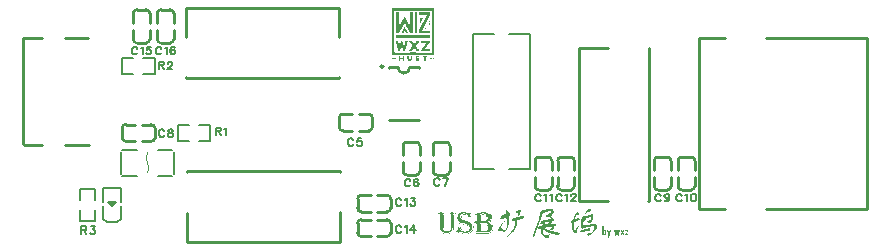
<source format=gto>
G04 Layer: TopSilkscreenLayer*
G04 EasyEDA Pro v2.2.27.1, 2024-09-16 11:55:17*
G04 Gerber Generator version 0.3*
G04 Scale: 100 percent, Rotated: No, Reflected: No*
G04 Dimensions in millimeters*
G04 Leading zeros omitted, absolute positions, 3 integers and 5 decimals*
%FSLAX35Y35*%
%MOMM*%
%ADD10C,0.1524*%
%ADD11C,0.254*%
%ADD12C,0.14986*%
%ADD13C,0.0762*%
G75*


G04 Image Start*
G36*
G01X3301693Y-481543D02*
G01X3297156Y-481657D01*
G01X3296720Y-481255D01*
G01X3296284Y-480854D01*
G01X3296126Y-479068D01*
G01X3295968Y-477282D01*
G01X3296076Y-451368D01*
G01X3295917Y-451131D01*
G01X3295757Y-450893D01*
G01X3283556Y-450893D01*
G01X3282429Y-449856D01*
G01X3282565Y-448819D01*
G01X3282700Y-447783D01*
G01X3282704Y-440859D01*
G01X3283252Y-440859D01*
G01X3284013Y-441084D01*
G01X3284775Y-441309D01*
G01X3292295Y-441513D01*
G01X3299816Y-441718D01*
G01X3302867Y-441719D01*
G01X3305919Y-441719D01*
G01X3307881Y-441481D01*
G01X3309843Y-441242D01*
G01X3314360Y-441205D01*
G01X3318877Y-441169D01*
G01X3319113Y-441386D01*
G01X3319350Y-441604D01*
G01X3319501Y-444493D01*
G01X3319652Y-447381D01*
G01X3319652Y-450579D01*
G01X3318562Y-451122D01*
G01X3312832Y-451015D01*
G01X3307101Y-450907D01*
G01X3306905Y-451383D01*
G01X3306709Y-451858D01*
G01X3306586Y-481226D01*
G01X3306230Y-481429D01*
G01X3301693Y-481543D01*
G37*
G36*
G01X3093896Y-480894D02*
G01X3093347Y-481416D01*
G01X3089006Y-481179D01*
G01X3084665Y-480941D01*
G01X3084364Y-480684D01*
G01X3084063Y-480426D01*
G01X3084335Y-478252D01*
G01X3084607Y-476078D01*
G01X3084789Y-474774D01*
G01X3084970Y-473469D01*
G01X3084979Y-462432D01*
G01X3084987Y-451395D01*
G01X3084663Y-448585D01*
G01X3084339Y-445776D01*
G01X3084329Y-444471D01*
G01X3084319Y-443167D01*
G01X3084010Y-442367D01*
G01X3083700Y-441567D01*
G01X3084011Y-441294D01*
G01X3092731Y-441174D01*
G01X3093003Y-441329D01*
G01X3093276Y-441485D01*
G01X3093276Y-444598D01*
G01X3093493Y-445689D01*
G01X3093711Y-446779D01*
G01X3093877Y-451337D01*
G01X3094043Y-455894D01*
G01X3094571Y-456380D01*
G01X3103729Y-456473D01*
G01X3112888Y-456566D01*
G01X3113224Y-456309D01*
G01X3113560Y-456052D01*
G01X3113539Y-450713D01*
G01X3113518Y-445374D01*
G01X3113340Y-443468D01*
G01X3113163Y-441562D01*
G01X3113363Y-441210D01*
G01X3113563Y-440859D01*
G01X3118017Y-440807D01*
G01X3119652Y-440667D01*
G01X3121286Y-440528D01*
G01X3121722Y-440614D01*
G01X3122158Y-440699D01*
G01X3122440Y-441029D01*
G01X3122721Y-441359D01*
G01X3122456Y-480694D01*
G01X3122198Y-480921D01*
G01X3121940Y-481148D01*
G01X3118107Y-481281D01*
G01X3114274Y-481414D01*
G01X3113761Y-481031D01*
G01X3113247Y-480648D01*
G01X3113288Y-478901D01*
G01X3113328Y-477154D01*
G01X3113546Y-474007D01*
G01X3113765Y-470860D01*
G01X3113765Y-467805D01*
G01X3113766Y-464749D01*
G01X3112785Y-464190D01*
G01X3107662Y-464114D01*
G01X3102540Y-464037D01*
G01X3094763Y-464037D01*
G01X3094398Y-464452D01*
G01X3094033Y-464867D01*
G01X3093964Y-472881D01*
G01X3093896Y-480894D01*
G37*
G36*
G01X3179924Y-480414D02*
G01X3178123Y-480905D01*
G01X3176321Y-481396D01*
G01X3172564Y-481395D01*
G01X3168807Y-481393D01*
G01X3168225Y-481114D01*
G01X3167644Y-480835D01*
G01X3166700Y-480700D01*
G01X3165755Y-480564D01*
G01X3163906Y-479726D01*
G01X3162057Y-478887D01*
G01X3160514Y-477483D01*
G01X3158972Y-476078D01*
G01X3157897Y-474573D01*
G01X3156823Y-473068D01*
G01X3156424Y-472265D01*
G01X3156024Y-471462D01*
G01X3155407Y-469957D01*
G01X3154790Y-468452D01*
G01X3154417Y-467349D01*
G01X3154043Y-466245D01*
G01X3153667Y-447180D01*
G01X3153033Y-441562D01*
G01X3153312Y-441361D01*
G01X3153591Y-441160D01*
G01X3158038Y-441227D01*
G01X3162486Y-441294D01*
G01X3162799Y-441573D01*
G01X3163112Y-441851D01*
G01X3163125Y-452744D01*
G01X3163139Y-463636D01*
G01X3163532Y-465141D01*
G01X3163924Y-466646D01*
G01X3164356Y-467474D01*
G01X3164787Y-468303D01*
G01X3165556Y-469031D01*
G01X3166325Y-469760D01*
G01X3167239Y-470207D01*
G01X3168153Y-470654D01*
G01X3169243Y-471040D01*
G01X3170333Y-471427D01*
G01X3172622Y-471514D01*
G01X3174911Y-471601D01*
G01X3176436Y-471133D01*
G01X3177962Y-470664D01*
G01X3179160Y-469867D01*
G01X3180358Y-469070D01*
G01X3181384Y-468051D01*
G01X3182021Y-467181D01*
G01X3182659Y-466312D01*
G01X3183176Y-465175D01*
G01X3183694Y-464037D01*
G01X3183848Y-461730D01*
G01X3184001Y-459422D01*
G01X3183753Y-453401D01*
G01X3183504Y-447381D01*
G01X3183166Y-444513D01*
G01X3182829Y-441645D01*
G01X3183105Y-441339D01*
G01X3183381Y-441032D01*
G01X3192873Y-441160D01*
G01X3193132Y-441398D01*
G01X3193390Y-441637D01*
G01X3193109Y-444007D01*
G01X3192828Y-446378D01*
G01X3192695Y-456612D01*
G01X3192563Y-466847D01*
G01X3192213Y-467449D01*
G01X3191863Y-468051D01*
G01X3191551Y-469633D01*
G01X3190664Y-471150D01*
G01X3189777Y-472666D01*
G01X3189211Y-473368D01*
G01X3188644Y-474069D01*
G01X3187990Y-474755D01*
G01X3187336Y-475441D01*
G01X3186785Y-475960D01*
G01X3186235Y-476479D01*
G01X3184940Y-477558D01*
G01X3183645Y-478636D01*
G01X3182765Y-479160D01*
G01X3181886Y-479685D01*
G01X3180905Y-480049D01*
G01X3179924Y-480414D01*
G37*
G36*
G01X3241614Y-480997D02*
G01X3239934Y-481166D01*
G01X3238254Y-481335D01*
G01X3237318Y-481189D01*
G01X3236382Y-481044D01*
G01X3234747Y-480804D01*
G01X3233112Y-480564D01*
G01X3230061Y-479624D01*
G01X3228317Y-478789D01*
G01X3226573Y-477953D01*
G01X3225771Y-477517D01*
G01X3224969Y-477081D01*
G01X3222866Y-475603D01*
G01X3220764Y-474125D01*
G01X3220533Y-473658D01*
G01X3220301Y-473190D01*
G01X3221773Y-471825D01*
G01X3223244Y-470459D01*
G01X3223816Y-469656D01*
G01X3224388Y-468854D01*
G01X3224652Y-468302D01*
G01X3224917Y-467750D01*
G01X3225576Y-467750D01*
G01X3226511Y-468359D01*
G01X3227445Y-468969D01*
G01X3228971Y-469868D01*
G01X3230170Y-470303D01*
G01X3231368Y-470739D01*
G01X3232676Y-471134D01*
G01X3233984Y-471528D01*
G01X3236572Y-471772D01*
G01X3239161Y-472015D01*
G01X3240805Y-471878D01*
G01X3242450Y-471741D01*
G01X3243794Y-471219D01*
G01X3245023Y-470294D01*
G01X3246253Y-469369D01*
G01X3246476Y-468779D01*
G01X3246700Y-468188D01*
G01X3246331Y-466683D01*
G01X3245783Y-466216D01*
G01X3245236Y-465748D01*
G01X3243982Y-465238D01*
G01X3242728Y-464727D01*
G01X3241227Y-464531D01*
G01X3239726Y-464335D01*
G01X3238998Y-463987D01*
G01X3237483Y-463841D01*
G01X3235968Y-463696D01*
G01X3235412Y-463498D01*
G01X3234856Y-463300D01*
G01X3233548Y-463026D01*
G01X3232240Y-462752D01*
G01X3231042Y-462360D01*
G01X3229843Y-461969D01*
G01X3228317Y-461225D01*
G01X3226791Y-460482D01*
G01X3225351Y-459183D01*
G01X3223911Y-457884D01*
G01X3222953Y-456169D01*
G01X3221995Y-454454D01*
G01X3221997Y-449589D01*
G01X3223027Y-447180D01*
G01X3223224Y-446879D01*
G01X3223421Y-446578D01*
G01X3224035Y-445354D01*
G01X3225754Y-443759D01*
G01X3227472Y-442164D01*
G01X3229360Y-441292D01*
G01X3231249Y-440420D01*
G01X3234060Y-440099D01*
G01X3234638Y-439767D01*
G01X3236382Y-439661D01*
G01X3238126Y-439555D01*
G01X3240197Y-439615D01*
G01X3242268Y-439676D01*
G01X3243090Y-439967D01*
G01X3243911Y-440257D01*
G01X3244584Y-440257D01*
G01X3247063Y-441292D01*
G01X3248708Y-442094D01*
G01X3250829Y-443398D01*
G01X3252949Y-444703D01*
G01X3253712Y-445336D01*
G01X3253712Y-445863D01*
G01X3252594Y-446923D01*
G01X3251476Y-447983D01*
G01X3250727Y-449488D01*
G01X3249978Y-450993D01*
G01X3249800Y-451294D01*
G01X3249621Y-451595D01*
G01X3249214Y-451537D01*
G01X3248807Y-451479D01*
G01X3247935Y-451126D01*
G01X3246627Y-450590D01*
G01X3245319Y-450054D01*
G01X3244433Y-449671D01*
G01X3243547Y-449288D01*
G01X3242834Y-449288D01*
G01X3240323Y-448686D01*
G01X3237334Y-448686D01*
G01X3236554Y-449070D01*
G01X3233672Y-449494D01*
G01X3232096Y-450350D01*
G01X3231896Y-450835D01*
G01X3231695Y-451320D01*
G01X3231695Y-452307D01*
G01X3232595Y-453205D01*
G01X3233495Y-454104D01*
G01X3233950Y-454104D01*
G01X3234294Y-454372D01*
G01X3234638Y-454641D01*
G01X3236600Y-455068D01*
G01X3238562Y-455495D01*
G01X3239652Y-455618D01*
G01X3240742Y-455741D01*
G01X3241832Y-456008D01*
G01X3242922Y-456276D01*
G01X3243903Y-456410D01*
G01X3244884Y-456544D01*
G01X3246300Y-456946D01*
G01X3247717Y-457348D01*
G01X3248044Y-457533D01*
G01X3248371Y-457717D01*
G01X3248807Y-457893D01*
G01X3249243Y-458069D01*
G01X3250551Y-458872D01*
G01X3251859Y-459674D01*
G01X3252997Y-460725D01*
G01X3254136Y-461776D01*
G01X3254697Y-462658D01*
G01X3255259Y-463540D01*
G01X3255565Y-465143D01*
G01X3255871Y-466746D01*
G01X3255554Y-469100D01*
G01X3255237Y-471453D01*
G01X3254424Y-472963D01*
G01X3253611Y-474473D01*
G01X3250115Y-477706D01*
G01X3249123Y-478297D01*
G01X3248132Y-478887D01*
G01X3246191Y-479783D01*
G01X3244448Y-480462D01*
G01X3243031Y-480729D01*
G01X3241614Y-480997D01*
G37*
G36*
G01X3033112Y-467322D02*
G01X3024284Y-467481D01*
G01X3024042Y-467314D01*
G01X3023800Y-467146D01*
G01X3023572Y-459622D01*
G01X3024399Y-456627D01*
G01X3024628Y-456419D01*
G01X3024858Y-456211D01*
G01X3025174Y-456606D01*
G01X3025491Y-457001D01*
G01X3026038Y-456458D01*
G01X3026585Y-455915D01*
G01X3027161Y-455782D01*
G01X3027737Y-455649D01*
G01X3038888Y-455879D01*
G01X3041504Y-455705D01*
G01X3044120Y-455532D01*
G01X3045210Y-455346D01*
G01X3046300Y-455161D01*
G01X3048044Y-455135D01*
G01X3049788Y-455110D01*
G01X3052730Y-455341D01*
G01X3052730Y-455618D01*
G01X3051968Y-455996D01*
G01X3051205Y-456374D01*
G01X3051205Y-457090D01*
G01X3051562Y-457294D01*
G01X3052182Y-457397D01*
G01X3052802Y-457501D01*
G01X3053028Y-457709D01*
G01X3053254Y-457917D01*
G01X3052699Y-457917D01*
G01X3052770Y-458261D01*
G01X3052842Y-458605D01*
G01X3054472Y-458945D01*
G01X3056101Y-459286D01*
G01X3056541Y-459074D01*
G01X3056981Y-458862D01*
G01X3057152Y-458596D01*
G01X3057323Y-458330D01*
G01X3059098Y-457890D01*
G01X3059368Y-457985D01*
G01X3059638Y-458081D01*
G01X3059790Y-461761D01*
G01X3059941Y-465442D01*
G01X3060194Y-466093D01*
G01X3060447Y-466744D01*
G01X3060022Y-467058D01*
G01X3059597Y-467372D01*
G01X3055455Y-467210D01*
G01X3051314Y-467048D01*
G01X3041940Y-467162D01*
G01X3033112Y-467322D01*
G37*
G36*
G01X3375474Y-466646D02*
G01X3375661Y-467020D01*
G01X3375848Y-467394D01*
G01X3374889Y-467273D01*
G01X3373930Y-467152D01*
G01X3369788Y-466773D01*
G01X3365647Y-466394D01*
G01X3365974Y-466295D01*
G01X3366373Y-466245D01*
G01X3366705Y-465939D01*
G01X3366732Y-464825D01*
G01X3366760Y-463711D01*
G01X3366477Y-463551D01*
G01X3366437Y-462417D01*
G01X3366397Y-461283D01*
G01X3366648Y-461005D01*
G01X3366899Y-460726D01*
G01X3367472Y-460722D01*
G01X3368045Y-460718D01*
G01X3369134Y-460457D01*
G01X3370224Y-460196D01*
G01X3369649Y-460061D01*
G01X3369074Y-459927D01*
G01X3368948Y-459625D01*
G01X3368822Y-459322D01*
G01X3369364Y-458995D01*
G01X3369906Y-458668D01*
G01X3371850Y-459351D01*
G01X3372271Y-459228D01*
G01X3372692Y-459105D01*
G01X3372944Y-458825D01*
G01X3373196Y-458546D01*
G01X3372872Y-458081D01*
G01X3372548Y-457616D01*
G01X3372404Y-456835D01*
G01X3373276Y-456589D01*
G01X3374148Y-456342D01*
G01X3375238Y-456930D01*
G01X3375474Y-466646D01*
G37*
G36*
G01X3343768Y-466746D02*
G01X3341813Y-466746D01*
G01X3341469Y-466625D01*
G01X3341124Y-466503D01*
G01X3341134Y-460504D01*
G01X3341144Y-454505D01*
G01X3342011Y-454505D01*
G01X3343037Y-455124D01*
G01X3346276Y-454815D01*
G01X3349516Y-454506D01*
G01X3351478Y-454389D01*
G01X3357581Y-454413D01*
G01X3358126Y-454730D01*
G01X3358126Y-455728D01*
G01X3358661Y-456220D01*
G01X3359196Y-456713D01*
G01X3360742Y-456713D01*
G01X3360742Y-457649D01*
G01X3360440Y-457927D01*
G01X3359992Y-457410D01*
G01X3359543Y-456894D01*
G01X3357472Y-457602D01*
G01X3357472Y-457888D01*
G01X3359820Y-458337D01*
G01X3359939Y-458884D01*
G01X3360058Y-459431D01*
G01X3361025Y-459669D01*
G01X3361992Y-459908D01*
G01X3361994Y-460467D01*
G01X3361996Y-461027D01*
G01X3362383Y-461880D01*
G01X3362770Y-462733D01*
G01X3363576Y-462733D01*
G01X3363576Y-463312D01*
G01X3363983Y-463574D01*
G01X3364389Y-463837D01*
G01X3364475Y-464238D01*
G01X3365303Y-464145D01*
G01X3365179Y-464442D01*
G01X3365055Y-464740D01*
G01X3365483Y-464740D01*
G01X3365483Y-465645D01*
G01X3364475Y-466079D01*
G01X3363467Y-466513D01*
G01X3354263Y-466595D01*
G01X3345060Y-466678D01*
G01X3344658Y-466308D01*
G01X3344213Y-466527D01*
G01X3343768Y-466746D01*
G37*
G36*
G01X3080632Y-429092D02*
G01X3045646Y-429265D01*
G01X3041068Y-429041D01*
G01X3036491Y-428816D01*
G01X3023498Y-428553D01*
G01X3023037Y-427759D01*
G01X3023152Y-178474D01*
G01X3023086Y-70509D01*
G01X3040632Y-70509D01*
G01X3040726Y-226034D01*
G01X3040820Y-381559D01*
G01X3040835Y-396509D01*
G01X3040850Y-411460D01*
G01X3040850Y-411460D01*
G01X3057199Y-411643D01*
G01X3073548Y-411826D01*
G01X3095564Y-411793D01*
G01X3117581Y-411761D01*
G01X3229087Y-411340D01*
G01X3229343Y-411486D01*
G01X3229598Y-411631D01*
G01X3294187Y-411646D01*
G01X3358775Y-411661D01*
G01X3359071Y-411059D01*
G01X3359112Y-382161D01*
G01X3359153Y-353264D01*
G01X3359137Y-330888D01*
G01X3359122Y-308513D01*
G01X3359131Y-300686D01*
G01X3359140Y-292860D01*
G01X3359145Y-277107D01*
G01X3359150Y-261353D01*
G01X3359178Y-250015D01*
G01X3359206Y-238677D01*
G01X3359375Y-224176D01*
G01X3359544Y-209674D01*
G01X3359544Y-133006D01*
G01X3359543Y-56337D01*
G01X3276273Y-56377D01*
G01X3193003Y-56418D01*
G01X3181450Y-56412D01*
G01X3169897Y-56405D01*
G01X3121286Y-56317D01*
G01X3072676Y-56230D01*
G01X3055455Y-56645D01*
G01X3048207Y-56613D01*
G01X3040959Y-56580D01*
G01X3040962Y-56922D01*
G01X3040964Y-57265D01*
G01X3040798Y-63887D01*
G01X3040632Y-70509D01*
G01X3023086Y-70509D01*
G01X3023069Y-43017D01*
G01X3022600Y-39302D01*
G01X3022937Y-38828D01*
G01X3023274Y-38355D01*
G01X3198667Y-38352D01*
G01X3374060Y-38349D01*
G01X3374330Y-38100D01*
G01X3377496Y-38100D01*
G01X3378200Y-38748D01*
G01X3378084Y-39578D01*
G01X3377969Y-40408D01*
G01X3377736Y-43017D01*
G01X3377502Y-45625D01*
G01X3377636Y-139342D01*
G01X3377532Y-260852D01*
G01X3377428Y-382362D01*
G01X3377314Y-405368D01*
G01X3377200Y-428375D01*
G01X3376769Y-428814D01*
G01X3376338Y-429252D01*
G01X3375020Y-429004D01*
G01X3373821Y-428840D01*
G01X3372622Y-428676D01*
G01X3283685Y-428618D01*
G01X3280742Y-428806D01*
G01X3277799Y-428993D01*
G01X3241941Y-428767D01*
G01X3206082Y-428541D01*
G01X3179270Y-429120D01*
G01X3171859Y-429019D01*
G01X3164447Y-428919D01*
G01X3115619Y-428919D01*
G01X3080632Y-429092D01*
G37*
G36*
G01X3342322Y-396725D02*
G01X3341668Y-397136D01*
G01X3339816Y-397007D01*
G01X3337963Y-396877D01*
G01X3335238Y-396723D01*
G01X3332513Y-396569D01*
G01X3326628Y-396747D01*
G01X3320742Y-396926D01*
G01X3297200Y-396768D01*
G01X3265810Y-396291D01*
G01X3265320Y-396196D01*
G01X3264829Y-396100D01*
G01X3264829Y-395088D01*
G01X3265320Y-394444D01*
G01X3265810Y-393800D01*
G01X3266064Y-393600D01*
G01X3268426Y-390988D01*
G01X3269209Y-390086D01*
G01X3269992Y-389185D01*
G01X3274116Y-383566D01*
G01X3275412Y-381897D01*
G01X3276709Y-380227D01*
G01X3278235Y-378306D01*
G01X3279271Y-377088D01*
G01X3280306Y-375870D01*
G01X3280309Y-375539D01*
G01X3282265Y-372930D01*
G01X3282268Y-372663D01*
G01X3283338Y-371190D01*
G01X3284408Y-369717D01*
G01X3284973Y-369156D01*
G01X3285538Y-368595D01*
G01X3287390Y-366187D01*
G01X3289231Y-364040D01*
G01X3291072Y-361893D01*
G01X3291317Y-361692D01*
G01X3291561Y-361491D01*
G01X3292425Y-360488D01*
G01X3293289Y-359485D01*
G01X3293936Y-358581D01*
G01X3294583Y-357678D01*
G01X3294806Y-357478D01*
G01X3295407Y-356624D01*
G01X3296008Y-355771D01*
G01X3298682Y-352511D01*
G01X3301356Y-349250D01*
G01X3303420Y-346842D01*
G01X3305484Y-344434D01*
G01X3306126Y-343531D01*
G01X3306768Y-342628D01*
G01X3307239Y-342226D01*
G01X3307936Y-341223D01*
G01X3308632Y-340220D01*
G01X3308983Y-339818D01*
G01X3309612Y-338815D01*
G01X3310241Y-337811D01*
G01X3310626Y-337575D01*
G01X3311369Y-336303D01*
G01X3313658Y-332743D01*
G01X3313658Y-332425D01*
G01X3313955Y-332108D01*
G01X3314253Y-331791D01*
G01X3314382Y-331288D01*
G01X3314511Y-330784D01*
G01X3314349Y-330543D01*
G01X3314187Y-330301D01*
G01X3310707Y-330492D01*
G01X3307227Y-330684D01*
G01X3304575Y-330894D01*
G01X3301923Y-331104D01*
G01X3285865Y-331480D01*
G01X3272038Y-331490D01*
G01X3271587Y-330714D01*
G01X3271587Y-326772D01*
G01X3271279Y-324264D01*
G01X3270972Y-321757D01*
G01X3270829Y-319048D01*
G01X3270685Y-316339D01*
G01X3270479Y-315606D01*
G01X3270273Y-314873D01*
G01X3270061Y-313330D01*
G01X3269848Y-311787D01*
G01X3270088Y-311376D01*
G01X3270327Y-310965D01*
G01X3272844Y-311103D01*
G01X3275361Y-311242D01*
G01X3279305Y-311426D01*
G01X3283249Y-311611D01*
G01X3307881Y-311872D01*
G01X3343755Y-311924D01*
G01X3343977Y-312225D01*
G01X3344199Y-312526D01*
G01X3344092Y-314433D01*
G01X3343985Y-316339D01*
G01X3343645Y-319048D01*
G01X3343305Y-321757D01*
G01X3342849Y-323162D01*
G01X3342393Y-324567D01*
G01X3342047Y-325369D01*
G01X3341701Y-326172D01*
G01X3340646Y-327878D01*
G01X3339591Y-329584D01*
G01X3338295Y-331089D01*
G01X3336998Y-332594D01*
G01X3335083Y-334902D01*
G01X3333167Y-337209D01*
G01X3332241Y-338565D01*
G01X3331314Y-339921D01*
G01X3330181Y-341681D01*
G01X3329049Y-343230D01*
G01X3327729Y-344834D01*
G01X3326410Y-346438D01*
G01X3326192Y-346705D01*
G01X3325974Y-346971D01*
G01X3325201Y-347753D01*
G01X3324189Y-349104D01*
G01X3323177Y-350454D01*
G01X3322563Y-351257D01*
G01X3321949Y-352059D01*
G01X3319566Y-354969D01*
G01X3317184Y-357879D01*
G01X3316347Y-358949D01*
G01X3315510Y-360018D01*
G01X3312802Y-363163D01*
G01X3310093Y-366308D01*
G01X3309096Y-367631D01*
G01X3308099Y-368954D01*
G01X3307196Y-370139D01*
G01X3306294Y-371324D01*
G01X3304171Y-373532D01*
G01X3302049Y-375739D01*
G01X3301534Y-376442D01*
G01X3301019Y-377144D01*
G01X3300649Y-377646D01*
G01X3300278Y-378148D01*
G01X3299841Y-378603D01*
G01X3299404Y-379059D01*
G01X3300103Y-379703D01*
G01X3304973Y-379869D01*
G01X3309843Y-380034D01*
G01X3335129Y-380086D01*
G01X3338367Y-380224D01*
G01X3341605Y-380363D01*
G01X3342025Y-380841D01*
G01X3342446Y-381319D01*
G01X3342384Y-389022D01*
G01X3342322Y-396725D01*
G37*
G36*
G01X3088700Y-396158D02*
G01X3088446Y-396911D01*
G01X3088070Y-396911D01*
G01X3087800Y-396509D01*
G01X3076958Y-396509D01*
G01X3076273Y-395879D01*
G01X3076275Y-395004D01*
G01X3075623Y-393198D01*
G01X3075281Y-391994D01*
G01X3074939Y-390790D01*
G01X3074660Y-389586D01*
G01X3074382Y-388382D01*
G01X3074130Y-387680D01*
G01X3073878Y-386977D01*
G01X3073199Y-384569D01*
G01X3072896Y-383123D01*
G01X3072593Y-381678D01*
G01X3072384Y-381317D01*
G01X3072175Y-380957D01*
G01X3072016Y-379753D01*
G01X3071857Y-378549D01*
G01X3071575Y-377847D01*
G01X3071292Y-377144D01*
G01X3071151Y-376141D01*
G01X3071009Y-375137D01*
G01X3070404Y-373331D01*
G01X3070051Y-371626D01*
G01X3069698Y-369920D01*
G01X3069429Y-368606D01*
G01X3069160Y-367292D01*
G01X3068991Y-367041D01*
G01X3068823Y-366791D01*
G01X3068230Y-363498D01*
G01X3067360Y-360689D01*
G01X3066790Y-358983D01*
G01X3066221Y-357277D01*
G01X3065794Y-355672D01*
G01X3065475Y-355039D01*
G01X3065156Y-354407D01*
G01X3065136Y-353665D01*
G01X3064484Y-352059D01*
G01X3064086Y-350755D01*
G01X3063687Y-349451D01*
G01X3063199Y-347845D01*
G01X3062712Y-346240D01*
G01X3062440Y-344835D01*
G01X3062168Y-343430D01*
G01X3061947Y-342929D01*
G01X3061725Y-342427D01*
G01X3061405Y-339618D01*
G01X3061213Y-339285D01*
G01X3061021Y-338953D01*
G01X3060400Y-335203D01*
G01X3060184Y-334691D01*
G01X3059968Y-334179D01*
G01X3059821Y-332785D01*
G01X3059673Y-331390D01*
G01X3059378Y-330386D01*
G01X3059084Y-329383D01*
G01X3058772Y-327376D01*
G01X3058497Y-326652D01*
G01X3058221Y-325929D01*
G01X3057920Y-323162D01*
G01X3057624Y-322159D01*
G01X3057327Y-321155D01*
G01X3057099Y-319249D01*
G01X3056871Y-317342D01*
G01X3056237Y-315737D01*
G01X3056220Y-314834D01*
G01X3056203Y-313931D01*
G01X3055891Y-313429D01*
G01X3055580Y-312927D01*
G01X3055572Y-312279D01*
G01X3055564Y-311631D01*
G01X3056096Y-311508D01*
G01X3056628Y-311385D01*
G01X3057568Y-311560D01*
G01X3058507Y-311736D01*
G01X3062649Y-311642D01*
G01X3066790Y-311548D01*
G01X3070268Y-311535D01*
G01X3073745Y-311523D01*
G01X3074163Y-312526D01*
G01X3074581Y-313529D01*
G01X3074868Y-315184D01*
G01X3075156Y-316839D01*
G01X3075367Y-317153D01*
G01X3075856Y-320553D01*
G01X3076171Y-321456D01*
G01X3076486Y-322359D01*
G01X3076699Y-323563D01*
G01X3076912Y-324767D01*
G01X3077349Y-326835D01*
G01X3077787Y-328902D01*
G01X3078055Y-329301D01*
G01X3078338Y-330947D01*
G01X3078622Y-332594D01*
G01X3078987Y-333999D01*
G01X3079352Y-335403D01*
G01X3079650Y-336607D01*
G01X3079949Y-337811D01*
G01X3080529Y-340220D01*
G01X3081110Y-342628D01*
G01X3081525Y-343916D01*
G01X3081940Y-345204D01*
G01X3081940Y-346104D01*
G01X3082352Y-347175D01*
G01X3082763Y-348247D01*
G01X3083232Y-349752D01*
G01X3083700Y-351257D01*
G01X3083928Y-351859D01*
G01X3084155Y-352461D01*
G01X3084447Y-353464D01*
G01X3084738Y-354468D01*
G01X3085074Y-355270D01*
G01X3085409Y-356073D01*
G01X3085428Y-356952D01*
G01X3085845Y-357190D01*
G01X3086101Y-358387D01*
G01X3086357Y-359585D01*
G01X3086667Y-359585D01*
G01X3087263Y-357729D01*
G01X3087859Y-355872D01*
G01X3088142Y-355170D01*
G01X3088425Y-354468D01*
G01X3089346Y-352260D01*
G01X3089559Y-351357D01*
G01X3089772Y-350454D01*
G01X3090650Y-347243D01*
G01X3091078Y-345838D01*
G01X3091506Y-344434D01*
G01X3091950Y-343230D01*
G01X3092297Y-342226D01*
G01X3092643Y-341223D01*
G01X3092941Y-340220D01*
G01X3093240Y-339216D01*
G01X3093575Y-338413D01*
G01X3093910Y-337611D01*
G01X3093921Y-337209D01*
G01X3093932Y-336808D01*
G01X3094567Y-335688D01*
G01X3094784Y-334743D01*
G01X3095000Y-333798D01*
G01X3095568Y-331992D01*
G01X3096135Y-330186D01*
G01X3096742Y-328179D01*
G01X3097088Y-327176D01*
G01X3097435Y-326172D01*
G01X3097898Y-324968D01*
G01X3098174Y-323951D01*
G01X3098449Y-322934D01*
G01X3098892Y-322159D01*
G01X3099052Y-321256D01*
G01X3099212Y-320352D01*
G01X3099672Y-319550D01*
G01X3099948Y-318446D01*
G01X3100223Y-317342D01*
G01X3100941Y-315336D01*
G01X3102470Y-312061D01*
G01X3103412Y-311257D01*
G01X3104502Y-311076D01*
G01X3105731Y-311048D01*
G01X3106960Y-311021D01*
G01X3107411Y-311372D01*
G01X3107863Y-311723D01*
G01X3108572Y-313529D01*
G01X3108840Y-314834D01*
G01X3109109Y-316138D01*
G01X3109574Y-316941D01*
G01X3109722Y-317844D01*
G01X3109870Y-318747D01*
G01X3110476Y-320553D01*
G01X3111032Y-322259D01*
G01X3111588Y-323965D01*
G01X3111587Y-324276D01*
G01X3111586Y-324587D01*
G01X3112057Y-325020D01*
G01X3112263Y-325897D01*
G01X3112468Y-326774D01*
G01X3113084Y-327978D01*
G01X3113436Y-328982D01*
G01X3113789Y-329985D01*
G01X3114093Y-330888D01*
G01X3114397Y-331791D01*
G01X3115125Y-333798D01*
G01X3115632Y-335002D01*
G01X3116138Y-336206D01*
G01X3116767Y-337410D01*
G01X3117966Y-340220D01*
G01X3119166Y-343029D01*
G01X3119528Y-344032D01*
G01X3119891Y-345036D01*
G01X3120168Y-346039D01*
G01X3120445Y-347043D01*
G01X3120681Y-347444D01*
G01X3120916Y-347845D01*
G01X3121234Y-349852D01*
G01X3121521Y-350373D01*
G01X3121807Y-350893D01*
G01X3122079Y-353063D01*
G01X3122384Y-353866D01*
G01X3122689Y-354668D01*
G01X3122896Y-355772D01*
G01X3123103Y-356876D01*
G01X3123466Y-358080D01*
G01X3123828Y-359284D01*
G01X3124161Y-359603D01*
G01X3124619Y-358502D01*
G01X3125077Y-357401D01*
G01X3125215Y-356636D01*
G01X3125353Y-355872D01*
G01X3125652Y-354969D01*
G01X3125951Y-354066D01*
G01X3126299Y-352762D01*
G01X3126648Y-351457D01*
G01X3126929Y-350253D01*
G01X3127210Y-349049D01*
G01X3127462Y-348347D01*
G01X3127714Y-347645D01*
G01X3128051Y-346441D01*
G01X3128389Y-345236D01*
G01X3128666Y-344032D01*
G01X3128943Y-342828D01*
G01X3129410Y-342026D01*
G01X3129570Y-341123D01*
G01X3129730Y-340220D01*
G01X3130006Y-339718D01*
G01X3130282Y-339216D01*
G01X3130441Y-337912D01*
G01X3130601Y-336607D01*
G01X3130839Y-336206D01*
G01X3131077Y-335805D01*
G01X3131328Y-333999D01*
G01X3131580Y-332192D01*
G01X3131816Y-331289D01*
G01X3132052Y-330386D01*
G01X3132499Y-327778D01*
G01X3132717Y-326975D01*
G01X3132935Y-326172D01*
G01X3133278Y-324868D01*
G01X3133621Y-323563D01*
G01X3133899Y-322249D01*
G01X3134176Y-320936D01*
G01X3134455Y-320521D01*
G01X3134920Y-318631D01*
G01X3135385Y-316740D01*
G01X3135682Y-315382D01*
G01X3135980Y-314023D01*
G01X3136154Y-313776D01*
G01X3136327Y-313529D01*
G01X3136763Y-311745D01*
G01X3138071Y-311050D01*
G01X3139052Y-311236D01*
G01X3140033Y-311421D01*
G01X3143957Y-311549D01*
G01X3147881Y-311678D01*
G01X3149733Y-311451D01*
G01X3151586Y-311224D01*
G01X3154469Y-311092D01*
G01X3157351Y-310960D01*
G01X3157498Y-311312D01*
G01X3157644Y-311663D01*
G01X3157118Y-313529D01*
G01X3156835Y-314734D01*
G01X3156553Y-315938D01*
G01X3155961Y-317502D01*
G01X3155368Y-319066D01*
G01X3154975Y-320311D01*
G01X3154582Y-321557D01*
G01X3154034Y-323262D01*
G01X3153485Y-324968D01*
G01X3153336Y-325670D01*
G01X3153186Y-326373D01*
G01X3152382Y-328781D01*
G01X3151914Y-330487D01*
G01X3151446Y-332192D01*
G01X3151140Y-333196D01*
G01X3150833Y-334199D01*
G01X3150490Y-335403D01*
G01X3150146Y-336607D01*
G01X3149842Y-337912D01*
G01X3149539Y-339216D01*
G01X3149202Y-340420D01*
G01X3148866Y-341624D01*
G01X3148552Y-342527D01*
G01X3148238Y-343430D01*
G01X3148094Y-344233D01*
G01X3147949Y-345036D01*
G01X3147522Y-346340D01*
G01X3147096Y-347645D01*
G01X3146640Y-348849D01*
G01X3146368Y-349971D01*
G01X3146096Y-351093D01*
G01X3145926Y-351346D01*
G01X3145756Y-351599D01*
G01X3144937Y-354468D01*
G01X3144618Y-355672D01*
G01X3144299Y-356876D01*
G01X3143746Y-358682D01*
G01X3143194Y-360488D01*
G01X3142902Y-361793D01*
G01X3142611Y-363097D01*
G01X3142167Y-363899D01*
G01X3141795Y-364903D01*
G01X3141422Y-365906D01*
G01X3141116Y-366910D01*
G01X3140809Y-367913D01*
G01X3140610Y-368314D01*
G01X3140411Y-368716D01*
G01X3139607Y-371124D01*
G01X3138802Y-373532D01*
G01X3138369Y-374836D01*
G01X3137936Y-376141D01*
G01X3137722Y-377144D01*
G01X3137508Y-378148D01*
G01X3137200Y-379051D01*
G01X3136891Y-379954D01*
G01X3136542Y-381258D01*
G01X3136193Y-382562D01*
G01X3135776Y-384168D01*
G01X3135471Y-384870D01*
G01X3135166Y-385573D01*
G01X3134803Y-386576D01*
G01X3134440Y-387579D01*
G01X3134144Y-388783D01*
G01X3133847Y-389987D01*
G01X3133488Y-390991D01*
G01X3133129Y-391994D01*
G01X3132826Y-392697D01*
G01X3132523Y-393399D01*
G01X3132283Y-394318D01*
G01X3132044Y-395236D01*
G01X3131570Y-395756D01*
G01X3131096Y-396277D01*
G01X3125210Y-396343D01*
G01X3119325Y-396409D01*
G01X3118713Y-394603D01*
G01X3118102Y-392797D01*
G01X3117644Y-391593D01*
G01X3117432Y-390690D01*
G01X3117220Y-389787D01*
G01X3116915Y-388783D01*
G01X3116611Y-387780D01*
G01X3115723Y-385071D01*
G01X3114834Y-382362D01*
G01X3114506Y-381459D01*
G01X3114177Y-380556D01*
G01X3113969Y-379753D01*
G01X3113760Y-378950D01*
G01X3113459Y-378248D01*
G01X3113158Y-377545D01*
G01X3112251Y-374836D01*
G01X3111344Y-372127D01*
G01X3110918Y-370823D01*
G01X3110492Y-369518D01*
G01X3110067Y-368214D01*
G01X3109641Y-366910D01*
G01X3108933Y-364903D01*
G01X3108665Y-363799D01*
G01X3108397Y-362695D01*
G01X3108167Y-362194D01*
G01X3107936Y-361692D01*
G01X3107607Y-360287D01*
G01X3107308Y-359891D01*
G01X3107009Y-359496D01*
G01X3107009Y-358923D01*
G01X3106418Y-357849D01*
G01X3105828Y-356775D01*
G01X3105526Y-356775D01*
G01X3105091Y-357453D01*
G01X3104657Y-358131D01*
G01X3104501Y-358607D01*
G01X3104344Y-359083D01*
G01X3104055Y-359685D01*
G01X3103766Y-360287D01*
G01X3103407Y-361090D01*
G01X3103049Y-361893D01*
G01X3102431Y-363498D01*
G01X3101813Y-365104D01*
G01X3101167Y-366519D01*
G01X3100522Y-367935D01*
G01X3099976Y-369028D01*
G01X3099431Y-370120D01*
G01X3098888Y-371224D01*
G01X3098346Y-372328D01*
G01X3097748Y-373733D01*
G01X3097150Y-375137D01*
G01X3096993Y-375338D01*
G01X3096837Y-375539D01*
G01X3096248Y-377144D01*
G01X3095658Y-378750D01*
G01X3095206Y-379954D01*
G01X3094660Y-381559D01*
G01X3094114Y-383164D01*
G01X3093559Y-384569D01*
G01X3093004Y-385974D01*
G01X3092595Y-386914D01*
G01X3092186Y-387854D01*
G01X3092186Y-388594D01*
G01X3091899Y-388990D01*
G01X3091613Y-389385D01*
G01X3090896Y-391091D01*
G01X3090178Y-392797D01*
G01X3089877Y-393198D01*
G01X3088953Y-395406D01*
G01X3088700Y-396158D01*
G37*
G36*
G01X3178686Y-396377D02*
G01X3167930Y-396511D01*
G01X3165277Y-396380D01*
G01X3162623Y-396249D01*
G01X3162355Y-396096D01*
G01X3162087Y-395943D01*
G01X3163312Y-394603D01*
G01X3163883Y-394284D01*
G01X3164454Y-393964D01*
G01X3166257Y-392076D01*
G01X3168059Y-390188D01*
G01X3168622Y-389586D01*
G01X3170795Y-387078D01*
G01X3172967Y-384569D01*
G01X3174027Y-383265D01*
G01X3175087Y-381960D01*
G01X3175578Y-381559D01*
G01X3176630Y-380355D01*
G01X3177682Y-379151D01*
G01X3179021Y-377827D01*
G01X3180360Y-376503D01*
G01X3181668Y-375138D01*
G01X3184843Y-371548D01*
G01X3185981Y-370403D01*
G01X3187118Y-369258D01*
G01X3187554Y-368762D01*
G01X3187990Y-368265D01*
G01X3188862Y-367111D01*
G01X3189734Y-365957D01*
G01X3192151Y-363097D01*
G01X3192495Y-362595D01*
G01X3192839Y-362093D01*
G01X3195183Y-359655D01*
G01X3196709Y-357968D01*
G01X3197853Y-356834D01*
G01X3198998Y-355700D01*
G01X3198998Y-355109D01*
G01X3198335Y-354287D01*
G01X3197673Y-353464D01*
G01X3195992Y-351350D01*
G01X3194311Y-349237D01*
G01X3193984Y-348819D01*
G01X3193657Y-348401D01*
G01X3192517Y-346919D01*
G01X3191377Y-345437D01*
G01X3190895Y-344916D01*
G01X3189933Y-343595D01*
G01X3188971Y-342273D01*
G01X3188971Y-341987D01*
G01X3188540Y-341629D01*
G01X3188110Y-341270D01*
G01X3187848Y-340512D01*
G01X3184964Y-336553D01*
G01X3182080Y-332594D01*
G01X3180419Y-330563D01*
G01X3178758Y-328532D01*
G01X3176858Y-325947D01*
G01X3174958Y-323363D01*
G01X3173408Y-320882D01*
G01X3171859Y-318402D01*
G01X3170908Y-316941D01*
G01X3170239Y-315695D01*
G01X3169570Y-314449D01*
G01X3169570Y-314080D01*
G01X3169257Y-313841D01*
G01X3168944Y-313602D01*
G01X3168796Y-312964D01*
G01X3168648Y-312325D01*
G01X3168430Y-312077D01*
G01X3168213Y-311829D01*
G01X3168343Y-311517D01*
G01X3168473Y-311206D01*
G01X3189256Y-311437D01*
G01X3189628Y-311648D01*
G01X3191953Y-314934D01*
G01X3193433Y-317142D01*
G01X3194912Y-319349D01*
G01X3196273Y-321125D01*
G01X3197958Y-323247D01*
G01X3199642Y-325369D01*
G01X3199992Y-325771D01*
G01X3200748Y-326774D01*
G01X3201505Y-327778D01*
G01X3201971Y-328179D01*
G01X3202780Y-329383D01*
G01X3204694Y-331791D01*
G01X3206608Y-334199D01*
G01X3208262Y-336332D01*
G01X3209347Y-337323D01*
G01X3210431Y-338313D01*
G01X3211578Y-338313D01*
G01X3213712Y-336191D01*
G01X3214930Y-334801D01*
G01X3216026Y-333497D01*
G01X3217121Y-332192D01*
G01X3218386Y-330788D01*
G01X3220245Y-328580D01*
G01X3222105Y-326373D01*
G01X3222813Y-325575D01*
G01X3223521Y-324778D01*
G01X3225047Y-322620D01*
G01X3226573Y-320462D01*
G01X3228302Y-317999D01*
G01X3230032Y-315536D01*
G01X3230809Y-314572D01*
G01X3231586Y-313608D01*
G01X3232585Y-312465D01*
G01X3233583Y-311322D01*
G01X3256219Y-311322D01*
G01X3256283Y-312029D01*
G01X3256348Y-312735D01*
G01X3255468Y-314311D01*
G01X3254587Y-315887D01*
G01X3251294Y-320352D01*
G01X3249942Y-322106D01*
G01X3248589Y-323859D01*
G01X3247409Y-325417D01*
G01X3246228Y-326975D01*
G01X3243358Y-330322D01*
G01X3241614Y-332366D01*
G01X3239870Y-334411D01*
G01X3238453Y-336177D01*
G01X3237036Y-337942D01*
G01X3234420Y-341028D01*
G01X3233552Y-342229D01*
G01X3232684Y-343430D01*
G01X3232462Y-343765D01*
G01X3232240Y-344100D01*
G01X3230933Y-345962D01*
G01X3229404Y-347845D01*
G01X3228114Y-349651D01*
G01X3227779Y-349980D01*
G01X3227445Y-350308D01*
G01X3225265Y-353226D01*
G01X3223656Y-355872D01*
G01X3223643Y-356324D01*
G01X3223630Y-356775D01*
G01X3223976Y-356775D01*
G01X3225701Y-358877D01*
G01X3228753Y-362421D01*
G01X3231804Y-365965D01*
G01X3232458Y-366824D01*
G01X3233112Y-367683D01*
G01X3234093Y-368907D01*
G01X3235074Y-370131D01*
G01X3236381Y-371927D01*
G01X3236743Y-372170D01*
G01X3237472Y-373177D01*
G01X3238048Y-373969D01*
G01X3238625Y-374761D01*
G01X3243153Y-379966D01*
G01X3247682Y-385171D01*
G01X3250449Y-388482D01*
G01X3253217Y-391794D01*
G01X3254029Y-392697D01*
G01X3254842Y-393600D01*
G01X3255929Y-394648D01*
G01X3257016Y-395696D01*
G01X3256873Y-396360D01*
G01X3230960Y-396301D01*
G01X3229450Y-394402D01*
G01X3228008Y-392596D01*
G01X3227009Y-391309D01*
G01X3226293Y-390347D01*
G01X3225576Y-389385D01*
G01X3224186Y-387443D01*
G01X3222795Y-385501D01*
G01X3221559Y-383631D01*
G01X3221184Y-383097D01*
G01X3220810Y-382562D01*
G01X3220138Y-381471D01*
G01X3219268Y-380311D01*
G01X3218397Y-379151D01*
G01X3217744Y-378348D01*
G01X3215105Y-375251D01*
G01X3213683Y-373929D01*
G01X3212261Y-372607D01*
G01X3211177Y-372228D01*
G01X3210071Y-372228D01*
G01X3208698Y-373532D01*
G01X3207608Y-374674D01*
G01X3206518Y-375816D01*
G01X3205762Y-376649D01*
G01X3205006Y-377482D01*
G01X3204672Y-377945D01*
G01X3204338Y-378408D01*
G01X3196321Y-388181D01*
G01X3195861Y-388710D01*
G01X3195401Y-389238D01*
G01X3194856Y-389883D01*
G01X3194311Y-390529D01*
G01X3193439Y-391434D01*
G01X3192567Y-392339D01*
G01X3191477Y-393811D01*
G01X3191202Y-394107D01*
G01X3190926Y-394402D01*
G01X3190184Y-395323D01*
G01X3189441Y-396243D01*
G01X3178686Y-396377D01*
G37*
G36*
G01X3341039Y-291135D02*
G01X3340797Y-291417D01*
G01X3333603Y-291261D01*
G01X3326410Y-291104D01*
G01X3324339Y-291069D01*
G01X3322268Y-291034D01*
G01X3306464Y-290866D01*
G01X3290660Y-290698D01*
G01X3290243Y-290500D01*
G01X3289826Y-290302D01*
G01X3264739Y-290213D01*
G01X3239652Y-290125D01*
G01X3233984Y-289987D01*
G01X3228317Y-289850D01*
G01X3205755Y-290011D01*
G01X3183194Y-290173D01*
G01X3174693Y-290036D01*
G01X3166191Y-289899D01*
G01X3163357Y-289766D01*
G01X3152131Y-289560D01*
G01X3140905Y-289353D01*
G01X3126692Y-289347D01*
G01X3112478Y-289340D01*
G01X3111651Y-289460D01*
G01X3110823Y-289580D01*
G01X3100578Y-289930D01*
G01X3091532Y-290133D01*
G01X3082485Y-290337D01*
G01X3076382Y-290543D01*
G01X3070278Y-290749D01*
G01X3059161Y-290851D01*
G01X3059114Y-287842D01*
G01X3059067Y-284833D01*
G01X3059005Y-275733D01*
G01X3058943Y-266633D01*
G01X3059224Y-266473D01*
G01X3162703Y-266298D01*
G01X3165210Y-266159D01*
G01X3167717Y-266019D01*
G01X3192131Y-266035D01*
G01X3207390Y-266479D01*
G01X3304175Y-266370D01*
G01X3321614Y-266370D01*
G01X3331188Y-266432D01*
G01X3340762Y-266493D01*
G01X3341567Y-266890D01*
G01X3341424Y-278871D01*
G01X3341282Y-290853D01*
G01X3341039Y-291135D01*
G37*
G36*
G01X3342431Y-249259D02*
G01X3342104Y-249521D01*
G01X3304066Y-249397D01*
G01X3266028Y-249273D01*
G01X3260796Y-249016D01*
G01X3255565Y-248759D01*
G01X3255075Y-248309D01*
G01X3254577Y-239680D01*
G01X3254589Y-231051D01*
G01X3254601Y-222422D01*
G01X3255204Y-215599D01*
G01X3255666Y-214295D01*
G01X3256128Y-212990D01*
G01X3256572Y-212087D01*
G01X3257015Y-211184D01*
G01X3257636Y-210119D01*
G01X3257636Y-209573D01*
G01X3258072Y-208824D01*
G01X3258508Y-208075D01*
G01X3258508Y-207566D01*
G01X3259379Y-206068D01*
G01X3259383Y-205565D01*
G01X3260456Y-203558D01*
G01X3260463Y-203232D01*
G01X3260469Y-202905D01*
G01X3261123Y-202405D01*
G01X3261123Y-201606D01*
G01X3261921Y-200147D01*
G01X3262852Y-198341D01*
G01X3263077Y-197839D01*
G01X3263302Y-197337D01*
G01X3263700Y-196735D01*
G01X3264616Y-194929D01*
G01X3265533Y-193123D01*
G01X3267197Y-189912D01*
G01X3267341Y-189411D01*
G01X3267485Y-188909D01*
G01X3267901Y-188056D01*
G01X3268317Y-187203D01*
G01X3269189Y-185397D01*
G01X3269655Y-184444D01*
G01X3270121Y-183491D01*
G01X3271422Y-180982D01*
G01X3272724Y-178474D01*
G01X3274140Y-175865D01*
G01X3275556Y-173256D01*
G01X3276242Y-172036D01*
G01X3276927Y-170816D01*
G01X3277309Y-170467D01*
G01X3277690Y-170117D01*
G01X3277690Y-169372D01*
G01X3278360Y-168755D01*
G01X3278686Y-168096D01*
G01X3279012Y-167436D01*
G01X3280008Y-165731D01*
G01X3281004Y-164025D01*
G01X3281304Y-163262D01*
G01X3281603Y-162498D01*
G01X3282269Y-161154D01*
G01X3282936Y-159811D01*
G01X3284481Y-157001D01*
G01X3285235Y-155697D01*
G01X3285989Y-154392D01*
G01X3286182Y-154091D01*
G01X3286376Y-153790D01*
G01X3287265Y-152102D01*
G01X3288153Y-150414D01*
G01X3288153Y-150049D01*
G01X3289690Y-147204D01*
G01X3291226Y-144359D01*
G01X3292182Y-142753D01*
G01X3293137Y-141148D01*
G01X3293628Y-140144D01*
G01X3294184Y-139041D01*
G01X3294740Y-137937D01*
G01X3295956Y-135529D01*
G01X3296632Y-134224D01*
G01X3297307Y-132920D01*
G01X3298709Y-130512D01*
G01X3300110Y-128104D01*
G01X3300645Y-127100D01*
G01X3301180Y-126097D01*
G01X3301773Y-124893D01*
G01X3302365Y-123689D01*
G01X3302943Y-122630D01*
G01X3303521Y-121571D01*
G01X3303908Y-120924D01*
G01X3304295Y-120277D01*
G01X3304718Y-119675D01*
G01X3305141Y-119073D01*
G01X3305689Y-118070D01*
G01X3306237Y-117066D01*
G01X3307202Y-115662D01*
G01X3307933Y-114357D01*
G01X3308664Y-113053D01*
G01X3310146Y-110449D01*
G01X3310261Y-110145D01*
G01X3310375Y-109842D01*
G01X3310584Y-109541D01*
G01X3310793Y-109240D01*
G01X3311273Y-108237D01*
G01X3311753Y-107233D01*
G01X3312572Y-105628D01*
G01X3313391Y-104022D01*
G01X3313649Y-103273D01*
G01X3313907Y-102523D01*
G01X3314262Y-102321D01*
G01X3314402Y-101637D01*
G01X3314541Y-100952D01*
G01X3314862Y-100707D01*
G01X3315183Y-100461D01*
G01X3315183Y-99742D01*
G01X3316709Y-97199D01*
G01X3316851Y-96898D01*
G01X3316992Y-96597D01*
G01X3317788Y-95780D01*
G01X3317908Y-94791D01*
G01X3310061Y-94657D01*
G01X3302213Y-94523D01*
G01X3278792Y-94451D01*
G01X3255371Y-94378D01*
G01X3255190Y-93734D01*
G01X3255008Y-93089D01*
G01X3255068Y-82863D01*
G01X3255129Y-72636D01*
G01X3255694Y-72115D01*
G01X3259989Y-71988D01*
G01X3264284Y-71862D01*
G01X3277581Y-71983D01*
G01X3290878Y-72105D01*
G01X3344589Y-72115D01*
G01X3345099Y-72584D01*
G01X3344757Y-74356D01*
G01X3344415Y-76128D01*
G01X3344277Y-78637D01*
G01X3344140Y-81145D01*
G01X3343550Y-85159D01*
G01X3343408Y-87968D01*
G01X3343267Y-90778D01*
G01X3342833Y-92584D01*
G01X3342536Y-94089D01*
G01X3342239Y-95594D01*
G01X3341824Y-97001D01*
G01X3341410Y-98409D01*
G01X3341158Y-98808D01*
G01X3340906Y-99206D01*
G01X3340688Y-99708D01*
G01X3340471Y-100210D01*
G01X3340283Y-100511D01*
G01X3340096Y-100812D01*
G01X3339030Y-102818D01*
G01X3337963Y-104825D01*
G01X3337465Y-105427D01*
G01X3336586Y-107033D01*
G01X3335707Y-108638D01*
G01X3335126Y-109842D01*
G01X3334545Y-111046D01*
G01X3333911Y-112275D01*
G01X3333276Y-113504D01*
G01X3333276Y-113764D01*
G01X3332505Y-115616D01*
G01X3331733Y-117468D01*
G01X3331332Y-118271D01*
G01X3330840Y-120050D01*
G01X3330239Y-121267D01*
G01X3329638Y-122485D01*
G01X3329019Y-123990D01*
G01X3328399Y-125495D01*
G01X3328113Y-125812D01*
G01X3327826Y-126129D01*
G01X3327826Y-126724D01*
G01X3326900Y-128437D01*
G01X3325974Y-130150D01*
G01X3325600Y-130933D01*
G01X3325226Y-131716D01*
G01X3324128Y-133823D01*
G01X3323030Y-135930D01*
G01X3322279Y-137182D01*
G01X3321528Y-138433D01*
G01X3320590Y-139853D01*
G01X3319652Y-141272D01*
G01X3318562Y-143013D01*
G01X3317977Y-143939D01*
G01X3317391Y-144865D01*
G01X3317242Y-145314D01*
G01X3317094Y-145763D01*
G01X3316808Y-146065D01*
G01X3316522Y-146366D01*
G01X3316289Y-146867D01*
G01X3316056Y-147369D01*
G01X3315842Y-147670D01*
G01X3315627Y-147971D01*
G01X3314841Y-149476D01*
G01X3314056Y-150981D01*
G01X3313227Y-152687D01*
G01X3312397Y-154392D01*
G01X3311422Y-156299D01*
G01X3310446Y-158205D01*
G01X3310115Y-159209D01*
G01X3309271Y-160729D01*
G01X3308426Y-162249D01*
G01X3308426Y-162549D01*
G01X3306817Y-165595D01*
G01X3305208Y-168641D01*
G01X3304455Y-170146D01*
G01X3303702Y-171651D01*
G01X3302972Y-173156D01*
G01X3302241Y-174661D01*
G01X3301702Y-175263D01*
G01X3301391Y-176467D01*
G01X3301095Y-176969D01*
G01X3300799Y-177470D01*
G01X3300580Y-177972D01*
G01X3300362Y-178474D01*
G01X3300158Y-178775D01*
G01X3299955Y-179076D01*
G01X3299528Y-179979D01*
G01X3299101Y-180882D01*
G01X3297963Y-183165D01*
G01X3295492Y-188064D01*
G01X3293021Y-192722D01*
G01X3292197Y-194327D01*
G01X3291372Y-195933D01*
G01X3290808Y-197337D01*
G01X3290026Y-198798D01*
G01X3289243Y-200258D01*
G01X3289243Y-200586D01*
G01X3287612Y-203577D01*
G01X3285981Y-206569D01*
G01X3285974Y-206881D01*
G01X3285229Y-208330D01*
G01X3284485Y-209779D01*
G01X3284057Y-210883D01*
G01X3283630Y-211987D01*
G01X3283144Y-213091D01*
G01X3282658Y-214194D01*
G01X3282390Y-214853D01*
G01X3282123Y-215512D01*
G01X3281614Y-215980D01*
G01X3281614Y-216480D01*
G01X3280197Y-219174D01*
G01X3278780Y-221867D01*
G01X3278780Y-222323D01*
G01X3277908Y-223821D01*
G01X3277894Y-224429D01*
G01X3277574Y-224818D01*
G01X3277254Y-225208D01*
G01X3277254Y-225920D01*
G01X3277677Y-226128D01*
G01X3278100Y-226336D01*
G01X3305197Y-226385D01*
G01X3332295Y-226434D01*
G01X3337331Y-226255D01*
G01X3342367Y-226076D01*
G01X3342609Y-226437D01*
G01X3342684Y-237717D01*
G01X3342758Y-248997D01*
G01X3342431Y-249259D01*
G37*
G36*
G01X3083292Y-247150D02*
G01X3082744Y-247949D01*
G01X3082196Y-248748D01*
G01X3080379Y-248451D01*
G01X3078562Y-248154D01*
G01X3058653Y-247990D01*
G01X3058362Y-247667D01*
G01X3058071Y-247345D01*
G01X3057956Y-72902D01*
G01X3058254Y-72526D01*
G01X3058553Y-72150D01*
G01X3064851Y-72059D01*
G01X3071150Y-71969D01*
G01X3071368Y-71775D01*
G01X3076382Y-71861D01*
G01X3081395Y-71946D01*
G01X3081783Y-72104D01*
G01X3082170Y-72262D01*
G01X3082363Y-72594D01*
G01X3082556Y-72925D01*
G01X3082367Y-75631D01*
G01X3082177Y-78336D01*
G01X3082164Y-105026D01*
G01X3082402Y-108437D01*
G01X3082639Y-111849D01*
G01X3082589Y-147569D01*
G01X3082167Y-157603D01*
G01X3081942Y-163724D01*
G01X3081717Y-169845D01*
G01X3081091Y-180280D01*
G01X3081025Y-186584D01*
G01X3080959Y-192889D01*
G01X3081395Y-193022D01*
G01X3081831Y-192326D01*
G01X3082267Y-191630D01*
G01X3083630Y-189532D01*
G01X3084992Y-187435D01*
G01X3084992Y-187057D01*
G01X3085398Y-186578D01*
G01X3085804Y-186099D01*
G01X3085971Y-185609D01*
G01X3086138Y-185119D01*
G01X3087509Y-183290D01*
G01X3087781Y-182788D01*
G01X3088053Y-182287D01*
G01X3088539Y-181563D01*
G01X3089025Y-180840D01*
G01X3090084Y-179356D01*
G01X3091143Y-177872D01*
G01X3091546Y-177340D01*
G01X3091948Y-176808D01*
G01X3092088Y-176295D01*
G01X3092228Y-175781D01*
G01X3092840Y-175314D01*
G01X3092840Y-174888D01*
G01X3093264Y-174072D01*
G01X3093689Y-173256D01*
G01X3093918Y-172754D01*
G01X3094146Y-172253D01*
G01X3094584Y-171651D01*
G01X3095018Y-170647D01*
G01X3095209Y-170346D01*
G01X3095400Y-170045D01*
G01X3096060Y-168741D01*
G01X3096720Y-167436D01*
G01X3097420Y-166032D01*
G01X3098120Y-164627D01*
G01X3098514Y-163824D01*
G01X3098908Y-163022D01*
G01X3099923Y-161015D01*
G01X3100939Y-159008D01*
G01X3102033Y-157001D01*
G01X3102544Y-156199D01*
G01X3103055Y-155396D01*
G01X3103752Y-154192D01*
G01X3104615Y-152787D01*
G01X3105477Y-151382D01*
G01X3106655Y-149175D01*
G01X3107833Y-146967D01*
G01X3109015Y-144760D01*
G01X3110197Y-142552D01*
G01X3111719Y-139843D01*
G01X3113242Y-137134D01*
G01X3113964Y-135428D01*
G01X3114687Y-133723D01*
G01X3115784Y-131315D01*
G01X3116539Y-129809D01*
G01X3117294Y-128304D01*
G01X3118823Y-125495D01*
G01X3120352Y-122685D01*
G01X3121150Y-121281D01*
G01X3121948Y-119876D01*
G01X3122796Y-118672D01*
G01X3123644Y-117468D01*
G01X3124345Y-116464D01*
G01X3125046Y-115461D01*
G01X3127084Y-112601D01*
G01X3129122Y-109742D01*
G01X3129603Y-109742D01*
G01X3130040Y-110193D01*
G01X3130476Y-110645D01*
G01X3132117Y-112953D01*
G01X3133759Y-115260D01*
G01X3135083Y-117468D01*
G01X3136407Y-119675D01*
G01X3137488Y-121782D01*
G01X3138569Y-123890D01*
G01X3139356Y-125452D01*
G01X3140142Y-127015D01*
G01X3141286Y-129508D01*
G01X3142131Y-131137D01*
G01X3142976Y-132765D01*
G01X3143865Y-134765D01*
G01X3144754Y-136532D01*
G01X3145173Y-137357D01*
G01X3145592Y-138182D01*
G01X3145592Y-138760D01*
G01X3145785Y-138950D01*
G01X3145979Y-139141D01*
G01X3146744Y-140746D01*
G01X3147509Y-142352D01*
G01X3150816Y-148773D01*
G01X3151256Y-149516D01*
G01X3151695Y-150258D01*
G01X3151695Y-151001D01*
G01X3152104Y-151382D01*
G01X3153118Y-153188D01*
G01X3154131Y-154994D01*
G01X3154527Y-155697D01*
G01X3154923Y-156399D01*
G01X3155631Y-157704D01*
G01X3156339Y-159008D01*
G01X3157505Y-161101D01*
G01X3158671Y-163194D01*
G01X3158671Y-163901D01*
G01X3158892Y-164027D01*
G01X3159113Y-164153D01*
G01X3159437Y-164791D01*
G01X3159760Y-165430D01*
G01X3161138Y-167838D01*
G01X3162516Y-170246D01*
G01X3163572Y-172052D01*
G01X3164627Y-173858D01*
G01X3165974Y-176266D01*
G01X3167320Y-178674D01*
G01X3168041Y-179778D01*
G01X3168762Y-180882D01*
G01X3169415Y-181986D01*
G01X3170069Y-183089D01*
G01X3170444Y-183534D01*
G01X3171173Y-184817D01*
G01X3171903Y-186099D01*
G01X3173161Y-188307D01*
G01X3174420Y-190514D01*
G01X3175456Y-191649D01*
G01X3175594Y-191318D01*
G01X3175732Y-190987D01*
G01X3175486Y-189614D01*
G01X3175240Y-188241D01*
G01X3175894Y-182487D01*
G01X3176222Y-180781D01*
G01X3176550Y-179076D01*
G01X3176985Y-170848D01*
G01X3176718Y-122685D01*
G01X3177270Y-108237D01*
G01X3177354Y-90644D01*
G01X3177437Y-73052D01*
G01X3177700Y-72857D01*
G01X3177962Y-72661D01*
G01X3180578Y-72410D01*
G01X3183194Y-72158D01*
G01X3191528Y-72036D01*
G01X3199862Y-71914D01*
G01X3200281Y-72087D01*
G01X3200700Y-72259D01*
G01X3200787Y-72689D01*
G01X3200874Y-73118D01*
G01X3200696Y-75125D01*
G01X3200518Y-77132D01*
G01X3200633Y-247793D01*
G01X3200267Y-248130D01*
G01X3199901Y-248467D01*
G01X3189542Y-248567D01*
G01X3179183Y-248667D01*
G01X3178515Y-248413D01*
G01X3177848Y-248158D01*
G01X3177751Y-247732D01*
G01X3177655Y-247306D01*
G01X3177227Y-245500D01*
G01X3176859Y-244497D01*
G01X3176490Y-243493D01*
G01X3175963Y-242490D01*
G01X3175435Y-241486D01*
G01X3173691Y-238777D01*
G01X3171947Y-236068D01*
G01X3171204Y-234663D01*
G01X3170460Y-233259D01*
G01X3169635Y-231553D01*
G01X3168810Y-229847D01*
G01X3166799Y-226191D01*
G01X3164788Y-222535D01*
G01X3164278Y-221776D01*
G01X3163767Y-221017D01*
G01X3163039Y-219713D01*
G01X3162311Y-218408D01*
G01X3162075Y-218007D01*
G01X3161838Y-217606D01*
G01X3160480Y-215599D01*
G01X3159209Y-213392D01*
G01X3157937Y-211184D01*
G01X3157092Y-209679D01*
G01X3156246Y-208174D01*
G01X3155873Y-207572D01*
G01X3154356Y-204762D01*
G01X3152839Y-201953D01*
G01X3152179Y-200830D01*
G01X3151519Y-199708D01*
G01X3150791Y-198523D01*
G01X3150063Y-197337D01*
G01X3149149Y-195732D01*
G01X3148236Y-194127D01*
G01X3146827Y-191518D01*
G01X3145419Y-188909D01*
G01X3144227Y-186501D01*
G01X3143624Y-185297D01*
G01X3143021Y-184093D01*
G01X3142344Y-182746D01*
G01X3141668Y-181400D01*
G01X3140783Y-179439D01*
G01X3139898Y-177671D01*
G01X3139603Y-177069D01*
G01X3139308Y-176467D01*
G01X3138441Y-174661D01*
G01X3137528Y-172855D01*
G01X3136616Y-171049D01*
G01X3134313Y-166734D01*
G01X3132011Y-162420D01*
G01X3131122Y-161065D01*
G01X3130233Y-159710D01*
G01X3129683Y-159722D01*
G01X3129134Y-159734D01*
G01X3128207Y-161077D01*
G01X3127281Y-162420D01*
G01X3126409Y-163665D01*
G01X3125537Y-164911D01*
G01X3125537Y-165187D01*
G01X3124069Y-167236D01*
G01X3122986Y-169255D01*
G01X3121904Y-171274D01*
G01X3121765Y-171663D01*
G01X3121626Y-172052D01*
G01X3121402Y-172353D01*
G01X3121177Y-172654D01*
G01X3120743Y-173657D01*
G01X3120332Y-174259D01*
G01X3119674Y-175597D01*
G01X3119016Y-176935D01*
G01X3118789Y-177064D01*
G01X3118562Y-177193D01*
G01X3118558Y-177532D01*
G01X3118555Y-177872D01*
G01X3118251Y-178373D01*
G01X3117947Y-178875D01*
G01X3117247Y-180179D01*
G01X3116547Y-181484D01*
G01X3115109Y-184293D01*
G01X3114951Y-184795D01*
G01X3114792Y-185297D01*
G01X3113952Y-186940D01*
G01X3113112Y-188583D01*
G01X3111368Y-192120D01*
G01X3109624Y-195432D01*
G01X3109624Y-195871D01*
G01X3108988Y-196936D01*
G01X3108296Y-198341D01*
G01X3107605Y-199745D01*
G01X3106860Y-201251D01*
G01X3106114Y-202756D01*
G01X3105640Y-203558D01*
G01X3105166Y-204361D01*
G01X3104559Y-205364D01*
G01X3103952Y-206368D01*
G01X3102422Y-209177D01*
G01X3101995Y-209779D01*
G01X3101777Y-210281D01*
G01X3101560Y-210783D01*
G01X3101153Y-211385D01*
G01X3100174Y-213291D01*
G01X3099195Y-215198D01*
G01X3098501Y-216602D01*
G01X3097806Y-218007D01*
G01X3096826Y-219914D01*
G01X3095847Y-221820D01*
G01X3095011Y-223425D01*
G01X3094176Y-225031D01*
G01X3092404Y-228566D01*
G01X3090405Y-232857D01*
G01X3089850Y-233915D01*
G01X3089295Y-234973D01*
G01X3088916Y-235189D01*
G01X3088913Y-235528D01*
G01X3088909Y-235867D01*
G01X3088309Y-236871D01*
G01X3087719Y-237974D01*
G01X3087128Y-239078D01*
G01X3086147Y-240985D01*
G01X3085167Y-242891D01*
G01X3084875Y-243493D01*
G01X3084583Y-244095D01*
G01X3084158Y-244998D01*
G01X3083733Y-245901D01*
G01X3083513Y-246525D01*
G01X3083292Y-247150D01*
G37*
G36*
G01X3237784Y-248004D02*
G01X3237442Y-248478D01*
G01X3228327Y-248446D01*
G01X3219212Y-248414D01*
G01X3218950Y-248214D01*
G01X3218687Y-248013D01*
G01X3218538Y-241238D01*
G01X3218388Y-234463D01*
G01X3218190Y-230750D01*
G01X3217992Y-227038D01*
G01X3217960Y-91441D01*
G01X3218186Y-87779D01*
G01X3218411Y-84117D01*
G01X3218488Y-78557D01*
G01X3218566Y-72998D01*
G01X3218825Y-72759D01*
G01X3226296Y-72782D01*
G01X3233766Y-72804D01*
G01X3235183Y-72638D01*
G01X3236600Y-72471D01*
G01X3236969Y-72443D01*
G01X3237337Y-72416D01*
G01X3237484Y-72634D01*
G01X3237630Y-72852D01*
G01X3237793Y-84557D01*
G01X3238036Y-88771D01*
G01X3238280Y-92985D01*
G01X3238066Y-99407D01*
G01X3237811Y-104725D01*
G01X3237556Y-110043D01*
G01X3237748Y-184093D01*
G01X3238040Y-185196D01*
G01X3238333Y-186300D01*
G01X3238307Y-218007D01*
G01X3238216Y-232768D01*
G01X3238126Y-247529D01*
G01X3237784Y-248004D01*
G37*
G36*
G01X3116424Y-245766D02*
G01X3115890Y-246089D01*
G01X3115355Y-246411D01*
G01X3110713Y-246216D01*
G01X3106071Y-246021D01*
G01X3105599Y-245587D01*
G01X3105621Y-244812D01*
G01X3105644Y-244037D01*
G01X3105999Y-243570D01*
G01X3106355Y-243103D01*
G01X3106355Y-241895D01*
G01X3106765Y-240888D01*
G01X3107175Y-239881D01*
G01X3107439Y-239179D01*
G01X3107702Y-238476D01*
G01X3108148Y-236871D01*
G01X3108559Y-236055D01*
G01X3108970Y-235239D01*
G01X3108970Y-234216D01*
G01X3109776Y-233259D01*
G01X3110089Y-232055D01*
G01X3110865Y-230248D01*
G01X3111640Y-228442D01*
G01X3111923Y-227941D01*
G01X3112206Y-227439D01*
G01X3112639Y-226536D01*
G01X3113072Y-225633D01*
G01X3113380Y-224629D01*
G01X3113791Y-224004D01*
G01X3114202Y-223378D01*
G01X3114202Y-222571D01*
G01X3114503Y-222342D01*
G01X3114803Y-222112D01*
G01X3114928Y-221540D01*
G01X3115052Y-220969D01*
G01X3115794Y-219588D01*
G01X3116537Y-218208D01*
G01X3118522Y-214575D01*
G01X3119204Y-214054D01*
G01X3119343Y-213371D01*
G01X3119482Y-212689D01*
G01X3119879Y-212689D01*
G01X3120140Y-212137D01*
G01X3120400Y-211585D01*
G01X3121089Y-210783D01*
G01X3121778Y-209980D01*
G01X3121945Y-209478D01*
G01X3122112Y-208977D01*
G01X3123522Y-207371D01*
G01X3123679Y-206901D01*
G01X3123836Y-206431D01*
G01X3125100Y-204705D01*
G01X3125755Y-204474D01*
G01X3125755Y-203306D01*
G01X3126082Y-203057D01*
G01X3126409Y-202807D01*
G01X3126409Y-202316D01*
G01X3126845Y-201953D01*
G01X3127281Y-201590D01*
G01X3127281Y-200628D01*
G01X3127691Y-199886D01*
G01X3128100Y-199143D01*
G01X3128773Y-197739D01*
G01X3129065Y-196136D01*
G01X3129284Y-195809D01*
G01X3129754Y-196094D01*
G01X3130224Y-196380D01*
G01X3130408Y-196959D01*
G01X3130592Y-197538D01*
G01X3132295Y-200750D01*
G01X3132295Y-201098D01*
G01X3133058Y-202254D01*
G01X3133821Y-203410D01*
G01X3133821Y-203999D01*
G01X3134693Y-204924D01*
G01X3134693Y-205850D01*
G01X3135529Y-206569D01*
G01X3135677Y-207112D01*
G01X3135825Y-207656D01*
G01X3136408Y-208101D01*
G01X3136695Y-209305D01*
G01X3137308Y-209521D01*
G01X3137308Y-210232D01*
G01X3137669Y-210507D01*
G01X3138030Y-210783D01*
G01X3138630Y-211987D01*
G01X3139475Y-213191D01*
G01X3139972Y-214056D01*
G01X3140469Y-214921D01*
G01X3141984Y-217668D01*
G01X3143498Y-220415D01*
G01X3144327Y-221583D01*
G01X3145156Y-222751D01*
G01X3145156Y-223309D01*
G01X3145565Y-223668D01*
G01X3145974Y-224027D01*
G01X3146299Y-225031D01*
G01X3146493Y-225255D01*
G01X3146687Y-225480D01*
G01X3148210Y-228261D01*
G01X3149733Y-231043D01*
G01X3149733Y-231591D01*
G01X3150357Y-232657D01*
G01X3150781Y-233560D01*
G01X3151205Y-234463D01*
G01X3151645Y-235366D01*
G01X3152086Y-236269D01*
G01X3152401Y-237272D01*
G01X3152665Y-237573D01*
G01X3152928Y-237874D01*
G01X3153378Y-238602D01*
G01X3153829Y-239330D01*
G01X3153974Y-239940D01*
G01X3154120Y-240550D01*
G01X3154680Y-240748D01*
G01X3154807Y-242554D01*
G01X3154934Y-244361D01*
G01X3154696Y-245199D01*
G01X3154079Y-245199D01*
G01X3153828Y-244597D01*
G01X3152765Y-244597D01*
G01X3152404Y-245176D01*
G01X3152043Y-245755D01*
G01X3150943Y-245869D01*
G01X3149842Y-245982D01*
G01X3149079Y-245812D01*
G01X3148317Y-245641D01*
G01X3148589Y-245621D01*
G01X3148862Y-245600D01*
G01X3148862Y-244808D01*
G01X3147483Y-244151D01*
G01X3145830Y-244355D01*
G01X3144270Y-243862D01*
G01X3143766Y-243398D01*
G01X3144240Y-242934D01*
G01X3144714Y-242470D01*
G01X3144382Y-242165D01*
G01X3144051Y-241859D01*
G01X3144494Y-241340D01*
G01X3144938Y-240821D01*
G01X3144938Y-240286D01*
G01X3143359Y-238175D01*
G01X3142895Y-238149D01*
G01X3142431Y-238123D01*
G01X3141275Y-238057D01*
G01X3140929Y-237792D01*
G01X3140583Y-237528D01*
G01X3140782Y-237230D01*
G01X3140232Y-237000D01*
G01X3139682Y-236769D01*
G01X3139936Y-236389D01*
G01X3139440Y-236151D01*
G01X3138943Y-235913D01*
G01X3138575Y-235561D01*
G01X3138207Y-235208D01*
G01X3138433Y-235000D01*
G01X3136944Y-234856D01*
G01X3135455Y-234713D01*
G01X3134888Y-234448D01*
G01X3134321Y-234182D01*
G01X3133562Y-233116D01*
G01X3132920Y-233234D01*
G01X3132278Y-233352D01*
G01X3132154Y-233054D01*
G01X3132030Y-232757D01*
G01X3130255Y-232757D01*
G01X3129536Y-232518D01*
G01X3128818Y-232279D01*
G01X3128175Y-232834D01*
G01X3127532Y-233389D01*
G01X3126807Y-234029D01*
G01X3126082Y-234668D01*
G01X3126022Y-235002D01*
G01X3125962Y-235335D01*
G01X3126186Y-235463D01*
G01X3126410Y-235591D01*
G01X3126160Y-236022D01*
G01X3125909Y-236453D01*
G01X3125451Y-236806D01*
G01X3124992Y-237158D01*
G01X3124419Y-237165D01*
G01X3123847Y-237172D01*
G01X3123304Y-236570D01*
G01X3122981Y-236570D01*
G01X3121399Y-237727D01*
G01X3121724Y-237976D01*
G01X3122049Y-238224D01*
G01X3122049Y-238682D01*
G01X3121559Y-238880D01*
G01X3121069Y-239078D01*
G01X3121069Y-240583D01*
G01X3120742Y-240583D01*
G01X3120742Y-241537D01*
G01X3119325Y-241851D01*
G01X3121069Y-241998D01*
G01X3122812Y-242145D01*
G01X3123902Y-242550D01*
G01X3123575Y-242649D01*
G01X3123248Y-242748D01*
G01X3120197Y-242993D01*
G01X3117145Y-243239D01*
G01X3116846Y-243387D01*
G01X3116547Y-243536D01*
G01X3118644Y-243801D01*
G01X3120742Y-244066D01*
G01X3120742Y-244396D01*
G01X3119844Y-244396D01*
G01X3120085Y-244755D01*
G01X3119526Y-244884D01*
G01X3118967Y-245013D01*
G01X3119053Y-245252D01*
G01X3119140Y-245491D01*
G01X3118933Y-245696D01*
G01X3118725Y-245901D01*
G01X3116424Y-245766D01*
G37*
G36*
G01X3335798Y-209762D02*
G01X3332623Y-209904D01*
G01X3327227Y-209741D01*
G01X3321832Y-209579D01*
G01X3324121Y-209467D01*
G01X3326410Y-209356D01*
G01X3332404Y-209320D01*
G01X3338399Y-209284D01*
G01X3338686Y-209452D01*
G01X3338974Y-209620D01*
G01X3335798Y-209762D01*
G37*
G36*
G01X3308535Y-209048D02*
G01X3305874Y-209104D01*
G01X3303212Y-209161D01*
G01X3302917Y-208889D01*
G01X3303640Y-207873D01*
G01X3304705Y-207873D01*
G01X3304930Y-207485D01*
G01X3305156Y-207097D01*
G01X3305156Y-206329D01*
G01X3305586Y-205873D01*
G01X3306015Y-205417D01*
G01X3306180Y-204989D01*
G01X3306345Y-204562D01*
G01X3306493Y-205670D01*
G01X3306152Y-206301D01*
G01X3305810Y-206931D01*
G01X3305810Y-208084D01*
G01X3306997Y-208499D01*
G01X3308046Y-208058D01*
G01X3308459Y-208402D01*
G01X3308872Y-208746D01*
G01X3308535Y-209048D01*
G37*
G36*
G01X3341566Y-186701D02*
G01X3341529Y-188708D01*
G01X3341341Y-188307D01*
G01X3341154Y-187906D01*
G01X3341124Y-188395D01*
G01X3340797Y-188279D01*
G01X3340470Y-188164D01*
G01X3340470Y-188675D01*
G01X3340278Y-188499D01*
G01X3339938Y-186998D01*
G01X3339598Y-185497D01*
G01X3339598Y-183819D01*
G01X3340061Y-183759D01*
G01X3340579Y-183691D01*
G01X3340726Y-181986D01*
G01X3340873Y-180280D01*
G01X3340382Y-178975D01*
G01X3340081Y-178975D01*
G01X3339722Y-179802D01*
G01X3339363Y-180628D01*
G01X3339604Y-181300D01*
G01X3339845Y-181972D01*
G01X3339548Y-183792D01*
G01X3338726Y-183792D01*
G01X3338726Y-184996D01*
G01X3338290Y-184996D01*
G01X3338290Y-184016D01*
G01X3338726Y-183768D01*
G01X3338726Y-181207D01*
G01X3338290Y-180958D01*
G01X3338290Y-179627D01*
G01X3337997Y-179403D01*
G01X3337705Y-179180D01*
G01X3337451Y-179414D01*
G01X3337308Y-178539D01*
G01X3337166Y-177664D01*
G01X3336420Y-177214D01*
G01X3335674Y-176764D01*
G01X3335674Y-171404D01*
G01X3336156Y-170839D01*
G01X3336639Y-170274D01*
G01X3336385Y-170197D01*
G01X3336132Y-170119D01*
G01X3336347Y-169597D01*
G01X3336563Y-169075D01*
G01X3336308Y-168930D01*
G01X3336054Y-168786D01*
G01X3336382Y-168297D01*
G01X3336757Y-168841D01*
G01X3336760Y-168490D01*
G01X3336764Y-168139D01*
G01X3337418Y-168139D01*
G01X3337411Y-167236D01*
G01X3337185Y-167537D01*
G01X3336958Y-167838D01*
G01X3337028Y-167436D01*
G01X3337097Y-167035D01*
G01X3337527Y-166981D01*
G01X3338007Y-166837D01*
G01X3338488Y-166692D01*
G01X3338748Y-164828D01*
G01X3338920Y-164527D01*
G01X3339093Y-164226D01*
G01X3340153Y-163911D01*
G01X3341212Y-163597D01*
G01X3341483Y-163008D01*
G01X3341754Y-162420D01*
G01X3341673Y-162119D01*
G01X3341592Y-161817D01*
G01X3341307Y-160513D01*
G01X3342416Y-160513D01*
G01X3342657Y-160928D01*
G01X3342898Y-161343D01*
G01X3342561Y-161817D01*
G01X3342223Y-162291D01*
G01X3342523Y-162823D01*
G01X3342823Y-163354D01*
G01X3342832Y-173573D01*
G01X3342840Y-183792D01*
G01X3342431Y-183792D01*
G01X3342431Y-186400D01*
G01X3341995Y-186400D01*
G01X3341989Y-187304D01*
G01X3341777Y-187002D01*
G01X3341566Y-186701D01*
G37*
G36*
G01X3259601Y-168170D02*
G01X3258119Y-168547D01*
G01X3257568Y-168354D01*
G01X3257018Y-168161D01*
G01X3256805Y-167097D01*
G01X3256592Y-166032D01*
G01X3256339Y-164218D01*
G01X3256087Y-162403D01*
G01X3256408Y-141750D01*
G01X3256314Y-119964D01*
G01X3256676Y-119261D01*
G01X3257038Y-118558D01*
G01X3257088Y-114602D01*
G01X3257138Y-110645D01*
G01X3257169Y-110386D01*
G01X3257200Y-110126D01*
G01X3260578Y-110243D01*
G01X3260647Y-110688D01*
G01X3260716Y-111132D01*
G01X3260211Y-111236D01*
G01X3259706Y-111341D01*
G01X3258835Y-111394D01*
G01X3257963Y-111448D01*
G01X3257903Y-115255D01*
G01X3257844Y-119062D01*
G01X3257559Y-119209D01*
G01X3257275Y-119356D01*
G01X3257254Y-125525D01*
G01X3257233Y-131695D01*
G01X3257535Y-132232D01*
G01X3257836Y-132769D01*
G01X3257584Y-133001D01*
G01X3257871Y-135770D01*
G01X3258159Y-138539D01*
G01X3258517Y-136532D01*
G01X3259177Y-134043D01*
G01X3259473Y-133517D01*
G01X3259769Y-132992D01*
G01X3259902Y-133257D01*
G01X3260036Y-133522D01*
G01X3259928Y-132993D01*
G01X3259820Y-132464D01*
G01X3260482Y-131958D01*
G01X3260452Y-127522D01*
G01X3260421Y-123087D01*
G01X3260571Y-122284D01*
G01X3260721Y-121481D01*
G01X3260895Y-120971D01*
G01X3261777Y-121782D01*
G01X3261777Y-122184D01*
G01X3262376Y-122184D01*
G01X3262527Y-123037D01*
G01X3262679Y-123890D01*
G01X3263647Y-122786D01*
G01X3265415Y-122786D01*
G01X3265810Y-122384D01*
G01X3266205Y-121983D01*
G01X3267430Y-121983D01*
G01X3267896Y-121180D01*
G01X3270146Y-121180D01*
G01X3271914Y-120077D01*
G01X3272056Y-119783D01*
G01X3272911Y-119571D01*
G01X3273766Y-119359D01*
G01X3273766Y-118772D01*
G01X3274584Y-118777D01*
G01X3275401Y-118782D01*
G01X3276927Y-119105D01*
G01X3278453Y-118730D01*
G01X3279979Y-118356D01*
G01X3281244Y-118267D01*
G01X3282509Y-118178D01*
G01X3283142Y-117594D01*
G01X3283586Y-117465D01*
G01X3284030Y-117335D01*
G01X3284156Y-116753D01*
G01X3284283Y-116170D01*
G01X3284666Y-116388D01*
G01X3284666Y-117167D01*
G01X3285538Y-117167D01*
G01X3285538Y-118998D01*
G01X3284979Y-120085D01*
G01X3284420Y-121172D01*
G01X3284050Y-121383D01*
G01X3283899Y-122235D01*
G01X3283748Y-123087D01*
G01X3283335Y-123713D01*
G01X3282922Y-124338D01*
G01X3282922Y-125263D01*
G01X3282610Y-125580D01*
G01X3282298Y-125897D01*
G01X3281621Y-127454D01*
G01X3280943Y-129011D01*
G01X3280407Y-129739D01*
G01X3279871Y-130467D01*
G01X3279641Y-131253D01*
G01X3279411Y-132039D01*
G01X3278986Y-132374D01*
G01X3278562Y-132708D01*
G01X3278562Y-133722D01*
G01X3276773Y-137134D01*
G01X3276470Y-137636D01*
G01X3276167Y-138138D01*
G01X3273973Y-142291D01*
G01X3273383Y-142834D01*
G01X3273233Y-143797D01*
G01X3273083Y-144760D01*
G01X3272335Y-146189D01*
G01X3271587Y-147619D01*
G01X3271587Y-148588D01*
G01X3271169Y-149343D01*
G01X3270751Y-150098D01*
G01X3270014Y-152185D01*
G01X3269610Y-153242D01*
G01X3269205Y-154298D01*
G01X3268358Y-156399D01*
G01X3268211Y-157000D01*
G01X3268064Y-157601D01*
G01X3267845Y-157844D01*
G01X3267626Y-158086D01*
G01X3266203Y-160814D01*
G01X3264335Y-163624D01*
G01X3263808Y-164226D01*
G01X3263281Y-164828D01*
G01X3262524Y-165705D01*
G01X3261767Y-166583D01*
G01X3260684Y-167376D01*
G01X3259601Y-168170D01*
G37*
G36*
G01X3333058Y-152827D02*
G01X3332513Y-153078D01*
G01X3332441Y-152549D01*
G01X3332368Y-152019D01*
G01X3332713Y-151841D01*
G01X3333058Y-151663D01*
G01X3333058Y-150841D01*
G01X3333415Y-150108D01*
G01X3333771Y-149376D01*
G01X3334434Y-148071D01*
G01X3335097Y-146767D01*
G01X3335411Y-146566D01*
G01X3335654Y-145734D01*
G01X3335897Y-144902D01*
G01X3336194Y-144797D01*
G01X3336491Y-144692D01*
G01X3336646Y-143928D01*
G01X3336802Y-143165D01*
G01X3337273Y-142729D01*
G01X3337745Y-142294D01*
G01X3338245Y-142251D01*
G01X3338906Y-142945D01*
G01X3339568Y-143639D01*
G01X3339502Y-144543D01*
G01X3339437Y-145446D01*
G01X3339873Y-145580D01*
G01X3340231Y-146475D01*
G01X3340589Y-147369D01*
G01X3341456Y-147469D01*
G01X3342322Y-147569D01*
G01X3342212Y-149777D01*
G01X3341773Y-150113D01*
G01X3341334Y-150449D01*
G01X3340684Y-150278D01*
G01X3340034Y-150106D01*
G01X3338479Y-149636D01*
G01X3338277Y-149822D01*
G01X3337951Y-151583D01*
G01X3337309Y-151583D01*
G01X3337103Y-150730D01*
G01X3336898Y-149877D01*
G01X3336513Y-149877D01*
G01X3336148Y-150670D01*
G01X3335783Y-151462D01*
G01X3335347Y-151643D01*
G01X3334911Y-151823D01*
G01X3334638Y-151736D01*
G01X3334366Y-151650D01*
G01X3334366Y-151081D01*
G01X3334007Y-151081D01*
G01X3333805Y-151829D01*
G01X3333603Y-152576D01*
G01X3333058Y-152827D01*
G37*
G04 Image End*

G04 Text Start*
G36*
G01X3506282Y-1947282D02*
G01X3499736Y-1948100D01*
G01X3488691Y-1948509D01*
G01X3476827Y-1948100D01*
G01X3473555Y-1947282D01*
G01X3469055Y-1946464D01*
G01X3464145Y-1945236D01*
G01X3460464Y-1944009D01*
G01X3457191Y-1942782D01*
G01X3449827Y-1939100D01*
G01X3446146Y-1936645D01*
G01X3443282Y-1934600D01*
G01X3442668Y-1934089D01*
G01X3443282Y-1934191D01*
G01X3446146Y-1935827D01*
G01X3449827Y-1937873D01*
G01X3453918Y-1939509D01*
G01X3458418Y-1941145D01*
G01X3462100Y-1942373D01*
G01X3470282Y-1944009D01*
G01X3477646Y-1944827D01*
G01X3485827Y-1945236D01*
G01X3495646Y-1944827D01*
G01X3502191Y-1944009D01*
G01X3508736Y-1942782D01*
G01X3514054Y-1941145D01*
G01X3517736Y-1939509D01*
G01X3521009Y-1937873D01*
G01X3523873Y-1936236D01*
G01X3526736Y-1934191D01*
G01X3529600Y-1931736D01*
G01X3531645Y-1929691D01*
G01X3533691Y-1927236D01*
G01X3535736Y-1923964D01*
G01X3537782Y-1920282D01*
G01X3539009Y-1917009D01*
G01X3540645Y-1909645D01*
G01X3541464Y-1903918D01*
G01X3542282Y-1894100D01*
G01X3542691Y-1841327D01*
G01X3543509Y-1788146D01*
G01X3545964Y-1785691D01*
G01X3548418Y-1783645D01*
G01X3552509Y-1780373D01*
G01X3557418Y-1776282D01*
G01X3560282Y-1773827D01*
G01X3563146Y-1773009D01*
G01X3563554Y-1774645D01*
G01X3561509Y-1776691D01*
G01X3554146Y-1782827D01*
G01X3550055Y-1786100D01*
G01X3548009Y-1788146D01*
G01X3547089Y-1799600D01*
G01X3546782Y-1832327D01*
G01X3546373Y-1876918D01*
G01X3545555Y-1895736D01*
G01X3545146Y-1899009D01*
G01X3544736Y-1903918D01*
G01X3543918Y-1909645D01*
G01X3543100Y-1913736D01*
G01X3542282Y-1917009D01*
G01X3541055Y-1921100D01*
G01X3539009Y-1925191D01*
G01X3536555Y-1928873D01*
G01X3534509Y-1931736D01*
G01X3530418Y-1935827D01*
G01X3527555Y-1938282D01*
G01X3524691Y-1940327D01*
G01X3521827Y-1941964D01*
G01X3518145Y-1943600D01*
G01X3514873Y-1944827D01*
G01X3510373Y-1946055D01*
G01X3506282Y-1947282D01*
G37*
G36*
G01X3661736Y-1947282D02*
G01X3656009Y-1948100D01*
G01X3646191Y-1948509D01*
G01X3637191Y-1948100D01*
G01X3634736Y-1947691D01*
G01X3631464Y-1947282D01*
G01X3626964Y-1946464D01*
G01X3620827Y-1945236D01*
G01X3616736Y-1944009D01*
G01X3612646Y-1943191D01*
G01X3606918Y-1941964D01*
G01X3602827Y-1940736D01*
G01X3594645Y-1939100D01*
G01X3588509Y-1938691D01*
G01X3580736Y-1939100D01*
G01X3576645Y-1939918D01*
G01X3572964Y-1940736D01*
G01X3571021Y-1940736D01*
G01X3570100Y-1939918D01*
G01X3570509Y-1937873D01*
G01X3573782Y-1936236D01*
G01X3579918Y-1935009D01*
G01X3584827Y-1935009D01*
G01X3587691Y-1935418D01*
G01X3592191Y-1935827D01*
G01X3597100Y-1936645D01*
G01X3601191Y-1937464D01*
G01X3604464Y-1938282D01*
G01X3608145Y-1939100D01*
G01X3613464Y-1940327D01*
G01X3621646Y-1942373D01*
G01X3631464Y-1944009D01*
G01X3636782Y-1944418D01*
G01X3643736Y-1944827D01*
G01X3647827Y-1944827D01*
G01X3657645Y-1944009D01*
G01X3665827Y-1942373D01*
G01X3669100Y-1941555D01*
G01X3672373Y-1940327D01*
G01X3675236Y-1939100D01*
G01X3678918Y-1937464D01*
G01X3683009Y-1935009D01*
G01X3686691Y-1932554D01*
G01X3689554Y-1930509D01*
G01X3691600Y-1928464D01*
G01X3694055Y-1926418D01*
G01X3696100Y-1924373D01*
G01X3697736Y-1922327D01*
G01X3699782Y-1920282D01*
G01X3701827Y-1917418D01*
G01X3703873Y-1914146D01*
G01X3705509Y-1911282D01*
G01X3707964Y-1905554D01*
G01X3709191Y-1901464D01*
G01X3710009Y-1897373D01*
G01X3710418Y-1889191D01*
G01X3710009Y-1880191D01*
G01X3709191Y-1876100D01*
G01X3708373Y-1872827D01*
G01X3707554Y-1869964D01*
G01X3706327Y-1867100D01*
G01X3704691Y-1863827D01*
G01X3702645Y-1860145D01*
G01X3700600Y-1856873D01*
G01X3698554Y-1854418D01*
G01X3696918Y-1852373D01*
G01X3696816Y-1851759D01*
G01X3697327Y-1852373D01*
G01X3699782Y-1854418D01*
G01X3701827Y-1856464D01*
G01X3703464Y-1858509D01*
G01X3705509Y-1860555D01*
G01X3707554Y-1863418D01*
G01X3709600Y-1867100D01*
G01X3711236Y-1870782D01*
G01X3712463Y-1874464D01*
G01X3713282Y-1877736D01*
G01X3714100Y-1884282D01*
G01X3714509Y-1887146D01*
G01X3714100Y-1890009D01*
G01X3713282Y-1897373D01*
G01X3712873Y-1900236D01*
G01X3712055Y-1903509D01*
G01X3710827Y-1907191D01*
G01X3709600Y-1910464D01*
G01X3707964Y-1913736D01*
G01X3705918Y-1917418D01*
G01X3704282Y-1920282D01*
G01X3699373Y-1926418D01*
G01X3695282Y-1930509D01*
G01X3693236Y-1932145D01*
G01X3690373Y-1934600D01*
G01X3686282Y-1937464D01*
G01X3683009Y-1939509D01*
G01X3676464Y-1942782D01*
G01X3673191Y-1944009D01*
G01X3669509Y-1945236D01*
G01X3665418Y-1946464D01*
G01X3661736Y-1947282D01*
G37*
G36*
G01X3832736Y-1944827D02*
G01X3780373Y-1945236D01*
G01X3741816Y-1944827D01*
G01X3728418Y-1943600D01*
G01X3727600Y-1941964D01*
G01X3775873Y-1941964D01*
G01X3825373Y-1941555D01*
G01X3828645Y-1941145D01*
G01X3832736Y-1940736D01*
G01X3837645Y-1939918D01*
G01X3841736Y-1939100D01*
G01X3845009Y-1938282D01*
G01X3848282Y-1937055D01*
G01X3855645Y-1933373D01*
G01X3859736Y-1930509D01*
G01X3863009Y-1928055D01*
G01X3865873Y-1925191D01*
G01X3868327Y-1921918D01*
G01X3869964Y-1919873D01*
G01X3871600Y-1917009D01*
G01X3873236Y-1913327D01*
G01X3874464Y-1909645D01*
G01X3875282Y-1906373D01*
G01X3876100Y-1900645D01*
G01X3876509Y-1896146D01*
G01X3876100Y-1891645D01*
G01X3875691Y-1888782D01*
G01X3875282Y-1885100D01*
G01X3873645Y-1878555D01*
G01X3872418Y-1875282D01*
G01X3870782Y-1872009D01*
G01X3869145Y-1869145D01*
G01X3867918Y-1867100D01*
G01X3866282Y-1865054D01*
G01X3865055Y-1863009D01*
G01X3865361Y-1862191D01*
G01X3866282Y-1862191D01*
G01X3868327Y-1863827D01*
G01X3870373Y-1865873D01*
G01X3872827Y-1868736D01*
G01X3874873Y-1872009D01*
G01X3877327Y-1877736D01*
G01X3878555Y-1881827D01*
G01X3879373Y-1885918D01*
G01X3879782Y-1891645D01*
G01X3879373Y-1899827D01*
G01X3878555Y-1904736D01*
G01X3877736Y-1908418D01*
G01X3876509Y-1912509D01*
G01X3874873Y-1916191D01*
G01X3872827Y-1920282D01*
G01X3868736Y-1926009D01*
G01X3866282Y-1928873D01*
G01X3862191Y-1932964D01*
G01X3859327Y-1935009D01*
G01X3856055Y-1937055D01*
G01X3853191Y-1938691D01*
G01X3849918Y-1940327D01*
G01X3845418Y-1941964D01*
G01X3841736Y-1943191D01*
G01X3832736Y-1944827D01*
G37*
G36*
G01X3658464Y-1936645D02*
G01X3649464Y-1937464D01*
G01X3646191Y-1937873D01*
G01X3643736Y-1937464D01*
G01X3640464Y-1937055D01*
G01X3634736Y-1936645D01*
G01X3629009Y-1935827D01*
G01X3624100Y-1935009D01*
G01X3615918Y-1933373D01*
G01X3612646Y-1932554D01*
G01X3608964Y-1931736D01*
G01X3603645Y-1930509D01*
G01X3599554Y-1929282D01*
G01X3591373Y-1927645D01*
G01X3584009Y-1927236D01*
G01X3576645Y-1927645D01*
G01X3573373Y-1928464D01*
G01X3570100Y-1929691D01*
G01X3567236Y-1930918D01*
G01X3565191Y-1930918D01*
G01X3565600Y-1929282D01*
G01X3567645Y-1926009D01*
G01X3570100Y-1921918D01*
G01X3572146Y-1918645D01*
G01X3575418Y-1912918D01*
G01X3580327Y-1903100D01*
G01X3581964Y-1899009D01*
G01X3583600Y-1895736D01*
G01X3584827Y-1892464D01*
G01X3587282Y-1885100D01*
G01X3587896Y-1883770D01*
G01X3588918Y-1883873D01*
G01X3590554Y-1887555D01*
G01X3591782Y-1893282D01*
G01X3593418Y-1897782D01*
G01X3595055Y-1901464D01*
G01X3596691Y-1904736D01*
G01X3598327Y-1907600D01*
G01X3600373Y-1910055D01*
G01X3603645Y-1914146D01*
G01X3609782Y-1919055D01*
G01X3612646Y-1920691D01*
G01X3615918Y-1922327D01*
G01X3618782Y-1923554D01*
G01X3622054Y-1924782D01*
G01X3626145Y-1926009D01*
G01X3629827Y-1926827D01*
G01X3640873Y-1927236D01*
G01X3651918Y-1926827D01*
G01X3655600Y-1926009D01*
G01X3660509Y-1924782D01*
G01X3664600Y-1923146D01*
G01X3668282Y-1921100D01*
G01X3671145Y-1919055D01*
G01X3673191Y-1917418D01*
G01X3675236Y-1915373D01*
G01X3677282Y-1912509D01*
G01X3678918Y-1909645D01*
G01X3680146Y-1906782D01*
G01X3680964Y-1899827D01*
G01X3680554Y-1891645D01*
G01X3679327Y-1887146D01*
G01X3677691Y-1883464D01*
G01X3676055Y-1880600D01*
G01X3674827Y-1878555D01*
G01X3673191Y-1876509D01*
G01X3671145Y-1874464D01*
G01X3668282Y-1872009D01*
G01X3665418Y-1869964D01*
G01X3662555Y-1868327D01*
G01X3658873Y-1866691D01*
G01X3654782Y-1865054D01*
G01X3646191Y-1862191D01*
G01X3633100Y-1858918D01*
G01X3629009Y-1858100D01*
G01X3625736Y-1857282D01*
G01X3621646Y-1856464D01*
G01X3615918Y-1855236D01*
G01X3610600Y-1853600D01*
G01X3606100Y-1851964D01*
G01X3602009Y-1850327D01*
G01X3598736Y-1848691D01*
G01X3595873Y-1847054D01*
G01X3593418Y-1845418D01*
G01X3590554Y-1843373D01*
G01X3586873Y-1840100D01*
G01X3584418Y-1836827D01*
G01X3582373Y-1833964D01*
G01X3580736Y-1830691D01*
G01X3579509Y-1827418D01*
G01X3578282Y-1823737D01*
G01X3577464Y-1820464D01*
G01X3577055Y-1811873D01*
G01X3577464Y-1803282D01*
G01X3578282Y-1799191D01*
G01X3579509Y-1794282D01*
G01X3581145Y-1790191D01*
G01X3584009Y-1784464D01*
G01X3585645Y-1782418D01*
G01X3587691Y-1779964D01*
G01X3589736Y-1777918D01*
G01X3591782Y-1776282D01*
G01X3593827Y-1774236D01*
G01X3596691Y-1772191D01*
G01X3599964Y-1770146D01*
G01X3602827Y-1768509D01*
G01X3605691Y-1767282D01*
G01X3608964Y-1766055D01*
G01X3613054Y-1764827D01*
G01X3616736Y-1764009D01*
G01X3622464Y-1763191D01*
G01X3629827Y-1762782D01*
G01X3637191Y-1763191D01*
G01X3643736Y-1764009D01*
G01X3653555Y-1765645D01*
G01X3657236Y-1766464D01*
G01X3662555Y-1767691D01*
G01X3666645Y-1768918D01*
G01X3674827Y-1770554D01*
G01X3679736Y-1770964D01*
G01X3686282Y-1770146D01*
G01X3690782Y-1768509D01*
G01X3694464Y-1767282D01*
G01X3695793Y-1767180D01*
G01X3695691Y-1767691D01*
G01X3693645Y-1770554D01*
G01X3691600Y-1773827D01*
G01X3688327Y-1779554D01*
G01X3686691Y-1782827D01*
G01X3685055Y-1786509D01*
G01X3683827Y-1789782D01*
G01X3680146Y-1798373D01*
G01X3676873Y-1805736D01*
G01X3675236Y-1809009D01*
G01X3674520Y-1810339D01*
G01X3674009Y-1810236D01*
G01X3672782Y-1807782D01*
G01X3670327Y-1800418D01*
G01X3668691Y-1796327D01*
G01X3667054Y-1792645D01*
G01X3665418Y-1789782D01*
G01X3663373Y-1787327D01*
G01X3658464Y-1782418D01*
G01X3655191Y-1779964D01*
G01X3652736Y-1778327D01*
G01X3649464Y-1776691D01*
G01X3644964Y-1775055D01*
G01X3641282Y-1773827D01*
G01X3634736Y-1773418D01*
G01X3625736Y-1773827D01*
G01X3620418Y-1775055D01*
G01X3616327Y-1776691D01*
G01X3613054Y-1778327D01*
G01X3611009Y-1779554D01*
G01X3608964Y-1781191D01*
G01X3604873Y-1785282D01*
G01X3603236Y-1787736D01*
G01X3601600Y-1791418D01*
G01X3600373Y-1795100D01*
G01X3599964Y-1800009D01*
G01X3600782Y-1806555D01*
G01X3602418Y-1811464D01*
G01X3604055Y-1814327D01*
G01X3605691Y-1816782D01*
G01X3607736Y-1819236D01*
G01X3609782Y-1820873D01*
G01X3612646Y-1822918D01*
G01X3615918Y-1824964D01*
G01X3619191Y-1826600D01*
G01X3623282Y-1828236D01*
G01X3626555Y-1829464D01*
G01X3634736Y-1831509D01*
G01X3638827Y-1832736D01*
G01X3642509Y-1833555D01*
G01X3647827Y-1834782D01*
G01X3651918Y-1836009D01*
G01X3655600Y-1836827D01*
G01X3660509Y-1838054D01*
G01X3664191Y-1839282D01*
G01X3667054Y-1840100D01*
G01X3670327Y-1841327D01*
G01X3674009Y-1842964D01*
G01X3678100Y-1845009D01*
G01X3684645Y-1849100D01*
G01X3687509Y-1851555D01*
G01X3689554Y-1853191D01*
G01X3691191Y-1854827D01*
G01X3692827Y-1856873D01*
G01X3695282Y-1859736D01*
G01X3697327Y-1863009D01*
G01X3698964Y-1866282D01*
G01X3700600Y-1869964D01*
G01X3701827Y-1874055D01*
G01X3702645Y-1877736D01*
G01X3703055Y-1883873D01*
G01X3702645Y-1892464D01*
G01X3701418Y-1899009D01*
G01X3699782Y-1903918D01*
G01X3698146Y-1907600D01*
G01X3696100Y-1911282D01*
G01X3693645Y-1914964D01*
G01X3691600Y-1917827D01*
G01X3685464Y-1923964D01*
G01X3683418Y-1925600D01*
G01X3680554Y-1927645D01*
G01X3676464Y-1930100D01*
G01X3672782Y-1932145D01*
G01X3666236Y-1934600D01*
G01X3662145Y-1935827D01*
G01X3658464Y-1936645D01*
G37*
G36*
G01X3501373Y-1935827D02*
G01X3495646Y-1936645D01*
G01X3484191Y-1937055D01*
G01X3472736Y-1936645D01*
G01X3460464Y-1934191D01*
G01X3455964Y-1932964D01*
G01X3448600Y-1929691D01*
G01X3445736Y-1928055D01*
G01X3443282Y-1926418D01*
G01X3439191Y-1923146D01*
G01X3437146Y-1921100D01*
G01X3435100Y-1918236D01*
G01X3433055Y-1914964D01*
G01X3431418Y-1911691D01*
G01X3428964Y-1903509D01*
G01X3427736Y-1898191D01*
G01X3426918Y-1893282D01*
G01X3426100Y-1884282D01*
G01X3425691Y-1833964D01*
G01X3425282Y-1782827D01*
G01X3423645Y-1779964D01*
G01X3421600Y-1777918D01*
G01X3417509Y-1774645D01*
G01X3413418Y-1770554D01*
G01X3409327Y-1767282D01*
G01X3416282Y-1766361D01*
G01X3438782Y-1766055D01*
G01X3461384Y-1766259D01*
G01X3468645Y-1766873D01*
G01X3466191Y-1768918D01*
G01X3463327Y-1771373D01*
G01X3453100Y-1781600D01*
G01X3452180Y-1795816D01*
G01X3451873Y-1836827D01*
G01X3452282Y-1892464D01*
G01X3452691Y-1896146D01*
G01X3453100Y-1900645D01*
G01X3453918Y-1904736D01*
G01X3455145Y-1909236D01*
G01X3456782Y-1912918D01*
G01X3458418Y-1915373D01*
G01X3460873Y-1918236D01*
G01X3464554Y-1921100D01*
G01X3468236Y-1923146D01*
G01X3472327Y-1924373D01*
G01X3476009Y-1925191D01*
G01X3485009Y-1925600D01*
G01X3496464Y-1925191D01*
G01X3502600Y-1923964D01*
G01X3507100Y-1922327D01*
G01X3509964Y-1920691D01*
G01X3512827Y-1918645D01*
G01X3515691Y-1916191D01*
G01X3517736Y-1913327D01*
G01X3519782Y-1909236D01*
G01X3521009Y-1905554D01*
G01X3522645Y-1896554D01*
G01X3523464Y-1886736D01*
G01X3524282Y-1805736D01*
G01X3524691Y-1794282D01*
G01X3524691Y-1784055D01*
G01X3522645Y-1782827D01*
G01X3519782Y-1780373D01*
G01X3515691Y-1776282D01*
G01X3509964Y-1771373D01*
G01X3505873Y-1767282D01*
G01X3511907Y-1766361D01*
G01X3531645Y-1766055D01*
G01X3551384Y-1766361D01*
G01X3557418Y-1767282D01*
G01X3541055Y-1780373D01*
G01X3538191Y-1782827D01*
G01X3536145Y-1784055D01*
G01X3536145Y-1837236D01*
G01X3535736Y-1891645D01*
G01X3534918Y-1900645D01*
G01X3534100Y-1905554D01*
G01X3532873Y-1910873D01*
G01X3531645Y-1914146D01*
G01X3530009Y-1917827D01*
G01X3527964Y-1920691D01*
G01X3525509Y-1923554D01*
G01X3521827Y-1927236D01*
G01X3518145Y-1929691D01*
G01X3515282Y-1931327D01*
G01X3512418Y-1932554D01*
G01X3509145Y-1933782D01*
G01X3505054Y-1935009D01*
G01X3501373Y-1935827D01*
G37*
G36*
G01X3832736Y-1933373D02*
G01X3827009Y-1934191D01*
G01X3774236Y-1934600D01*
G01X3735782Y-1934395D01*
G01X3723509Y-1933782D01*
G01X3726373Y-1931736D01*
G01X3729236Y-1929282D01*
G01X3733327Y-1926009D01*
G01X3736191Y-1923146D01*
G01X3739464Y-1920691D01*
G01X3740384Y-1912816D01*
G01X3740691Y-1890827D01*
G01X3740486Y-1869145D01*
G01X3739873Y-1862191D01*
G01X3734554Y-1862600D01*
G01X3728827Y-1863009D01*
G01X3725145Y-1863418D01*
G01X3723202Y-1863111D01*
G01X3722282Y-1862191D01*
G01X3722282Y-1861066D01*
G01X3723100Y-1860145D01*
G01X3729236Y-1859327D01*
G01X3735373Y-1858918D01*
G01X3738645Y-1858509D01*
G01X3740691Y-1858509D01*
G01X3740691Y-1851964D01*
G01X3766873Y-1851964D01*
G01X3766873Y-1887964D01*
G01X3767282Y-1924373D01*
G01X3770555Y-1924782D01*
G01X3770555Y-1924782D01*
G01X3773418Y-1924782D01*
G01X3773418Y-1892873D01*
G01X3773725Y-1868736D01*
G01X3774645Y-1860145D01*
G01X3786509Y-1859327D01*
G01X3798373Y-1859736D01*
G01X3801645Y-1860145D01*
G01X3805736Y-1860555D01*
G01X3810645Y-1861373D01*
G01X3815964Y-1862600D01*
G01X3819645Y-1864236D01*
G01X3822918Y-1865873D01*
G01X3825782Y-1867918D01*
G01X3829873Y-1872009D01*
G01X3831918Y-1874873D01*
G01X3833145Y-1877736D01*
G01X3832839Y-1878248D01*
G01X3825373Y-1870782D01*
G01X3822918Y-1869145D01*
G01X3819645Y-1867509D01*
G01X3815964Y-1865873D01*
G01X3811464Y-1864645D01*
G01X3807373Y-1863827D01*
G01X3799191Y-1863009D01*
G01X3787736Y-1862600D01*
G01X3777509Y-1862600D01*
G01X3777509Y-1924782D01*
G01X3781600Y-1924782D01*
G01X3786918Y-1924373D01*
G01X3802464Y-1923554D01*
G01X3808191Y-1922736D01*
G01X3812282Y-1921918D01*
G01X3816373Y-1920691D01*
G01X3820055Y-1919055D01*
G01X3823327Y-1917418D01*
G01X3825373Y-1916191D01*
G01X3827418Y-1914554D01*
G01X3829464Y-1912509D01*
G01X3831918Y-1909645D01*
G01X3833964Y-1906373D01*
G01X3835600Y-1902691D01*
G01X3836827Y-1899009D01*
G01X3837645Y-1891645D01*
G01X3838055Y-1888782D01*
G01X3837645Y-1885918D01*
G01X3837236Y-1882645D01*
G01X3836827Y-1878555D01*
G01X3835191Y-1872009D01*
G01X3833964Y-1868736D01*
G01X3832736Y-1866282D01*
G01X3831100Y-1864236D01*
G01X3827009Y-1860145D01*
G01X3824146Y-1858100D01*
G01X3820464Y-1856464D01*
G01X3816782Y-1855236D01*
G01X3812691Y-1854009D01*
G01X3809009Y-1853191D01*
G01X3802464Y-1852373D01*
G01X3791009Y-1851555D01*
G01X3782009Y-1851145D01*
G01X3773009Y-1851555D01*
G01X3769327Y-1851964D01*
G01X3766873Y-1851964D01*
G01X3740691Y-1851964D01*
G01X3732918Y-1851964D01*
G01X3723918Y-1852373D01*
G01X3721055Y-1852782D01*
G01X3719930Y-1852577D01*
G01X3719827Y-1851964D01*
G01X3721055Y-1849100D01*
G01X3722691Y-1845418D01*
G01X3723918Y-1842145D01*
G01X3725350Y-1840918D01*
G01X3728827Y-1840509D01*
G01X3737009Y-1840918D01*
G01X3740691Y-1841327D01*
G01X3740691Y-1818009D01*
G01X3740579Y-1811055D01*
G01X3766873Y-1811055D01*
G01X3767282Y-1840918D01*
G01X3770555Y-1841327D01*
G01X3773418Y-1841327D01*
G01X3773418Y-1815145D01*
G01X3774236Y-1787736D01*
G01X3777100Y-1785691D01*
G01X3782009Y-1784055D01*
G01X3786100Y-1782827D01*
G01X3794282Y-1782418D01*
G01X3803282Y-1782827D01*
G01X3807373Y-1783645D01*
G01X3811464Y-1784873D01*
G01X3814736Y-1786509D01*
G01X3817191Y-1788146D01*
G01X3822509Y-1793464D01*
G01X3824554Y-1796327D01*
G01X3826191Y-1799600D01*
G01X3826191Y-1800623D01*
G01X3825373Y-1800418D01*
G01X3822100Y-1797146D01*
G01X3818827Y-1793055D01*
G01X3816782Y-1791418D01*
G01X3814327Y-1789782D01*
G01X3811464Y-1788146D01*
G01X3807782Y-1786509D01*
G01X3804100Y-1785282D01*
G01X3797145Y-1784873D01*
G01X3790191Y-1785282D01*
G01X3786509Y-1786100D01*
G01X3782827Y-1787327D01*
G01X3779555Y-1788964D01*
G01X3777509Y-1789782D01*
G01X3777509Y-1841327D01*
G01X3777509Y-1841327D01*
G01X3782827Y-1841327D01*
G01X3789373Y-1840918D01*
G01X3792645Y-1840509D01*
G01X3797555Y-1840100D01*
G01X3802464Y-1839282D01*
G01X3805736Y-1838464D01*
G01X3809418Y-1837646D01*
G01X3813100Y-1836418D01*
G01X3820464Y-1832736D01*
G01X3823327Y-1830282D01*
G01X3827418Y-1826191D01*
G01X3829055Y-1823737D01*
G01X3830691Y-1820055D01*
G01X3831918Y-1816373D01*
G01X3832327Y-1808600D01*
G01X3831918Y-1800827D01*
G01X3831100Y-1797554D01*
G01X3829873Y-1793464D01*
G01X3828236Y-1790191D01*
G01X3826600Y-1787327D01*
G01X3824554Y-1784873D01*
G01X3822509Y-1782827D01*
G01X3818418Y-1779554D01*
G01X3815146Y-1777509D01*
G01X3811464Y-1775873D01*
G01X3807782Y-1774645D01*
G01X3804100Y-1773827D01*
G01X3796327Y-1773418D01*
G01X3788555Y-1773827D01*
G01X3784464Y-1774645D01*
G01X3779555Y-1775873D01*
G01X3775054Y-1777509D01*
G01X3771373Y-1779146D01*
G01X3768509Y-1780782D01*
G01X3767282Y-1788759D01*
G01X3766873Y-1811055D01*
G01X3740579Y-1811055D01*
G01X3740282Y-1792645D01*
G01X3739464Y-1790907D01*
G01X3737827Y-1789782D01*
G01X3733736Y-1787736D01*
G01X3730464Y-1785691D01*
G01X3727600Y-1784464D01*
G01X3726782Y-1783850D01*
G01X3727600Y-1782827D01*
G01X3731282Y-1780373D01*
G01X3734554Y-1778327D01*
G01X3741100Y-1775055D01*
G01X3746827Y-1772600D01*
G01X3750509Y-1770964D01*
G01X3755418Y-1769327D01*
G01X3760736Y-1767691D01*
G01X3764827Y-1766464D01*
G01X3773009Y-1764827D01*
G01X3778736Y-1764009D01*
G01X3788555Y-1763191D01*
G01X3795100Y-1762782D01*
G01X3801645Y-1763191D01*
G01X3804509Y-1763600D01*
G01X3809827Y-1764009D01*
G01X3814736Y-1764827D01*
G01X3818827Y-1765645D01*
G01X3823327Y-1766873D01*
G01X3827009Y-1768100D01*
G01X3830282Y-1769327D01*
G01X3836827Y-1772600D01*
G01X3839691Y-1774236D01*
G01X3842145Y-1775873D01*
G01X3845009Y-1777918D01*
G01X3847873Y-1780373D01*
G01X3849918Y-1782418D01*
G01X3853191Y-1786509D01*
G01X3855236Y-1789373D01*
G01X3856873Y-1792645D01*
G01X3858509Y-1796736D01*
G01X3859736Y-1800827D01*
G01X3860145Y-1806555D01*
G01X3859736Y-1813918D01*
G01X3858509Y-1819236D01*
G01X3856873Y-1823737D01*
G01X3855236Y-1826600D01*
G01X3854009Y-1828646D01*
G01X3852373Y-1830691D01*
G01X3848282Y-1834782D01*
G01X3846236Y-1836418D01*
G01X3843782Y-1838054D01*
G01X3840918Y-1839691D01*
G01X3837645Y-1841327D01*
G01X3833145Y-1842964D01*
G01X3829873Y-1844600D01*
G01X3829566Y-1845418D01*
G01X3830282Y-1846236D01*
G01X3832736Y-1847464D01*
G01X3835600Y-1847873D01*
G01X3838463Y-1847464D01*
G01X3841736Y-1846646D01*
G01X3845009Y-1845418D01*
G01X3848282Y-1843782D01*
G01X3851145Y-1842145D01*
G01X3853600Y-1840509D01*
G01X3856055Y-1838464D01*
G01X3860145Y-1834373D01*
G01X3862191Y-1831509D01*
G01X3864236Y-1827827D01*
G01X3865873Y-1824555D01*
G01X3867100Y-1820464D01*
G01X3867918Y-1816373D01*
G01X3868327Y-1810236D01*
G01X3867918Y-1804100D01*
G01X3867100Y-1799600D01*
G01X3865873Y-1794691D01*
G01X3864236Y-1791009D01*
G01X3862600Y-1787736D01*
G01X3860554Y-1784464D01*
G01X3858509Y-1781600D01*
G01X3856873Y-1779554D01*
G01X3854827Y-1777509D01*
G01X3853600Y-1775873D01*
G01X3854418Y-1776282D01*
G01X3857282Y-1778736D01*
G01X3860964Y-1782009D01*
G01X3863418Y-1785282D01*
G01X3865464Y-1788146D01*
G01X3867509Y-1791827D01*
G01X3869145Y-1795509D01*
G01X3870373Y-1799600D01*
G01X3871191Y-1803282D01*
G01X3871600Y-1807782D01*
G01X3871191Y-1813918D01*
G01X3870373Y-1818827D01*
G01X3869554Y-1822100D01*
G01X3868327Y-1825782D01*
G01X3866691Y-1829464D01*
G01X3864645Y-1832736D01*
G01X3862600Y-1835600D01*
G01X3860964Y-1837646D01*
G01X3858100Y-1840509D01*
G01X3854827Y-1842964D01*
G01X3848282Y-1847054D01*
G01X3845009Y-1848691D01*
G01X3843577Y-1849611D01*
G01X3843373Y-1850736D01*
G01X3845827Y-1852782D01*
G01X3849918Y-1855236D01*
G01X3853191Y-1857691D01*
G01X3859327Y-1863827D01*
G01X3860964Y-1865873D01*
G01X3862600Y-1868327D01*
G01X3864236Y-1871191D01*
G01X3865464Y-1874055D01*
G01X3866691Y-1877327D01*
G01X3867918Y-1881827D01*
G01X3868736Y-1885918D01*
G01X3869145Y-1890827D01*
G01X3868736Y-1895736D01*
G01X3868327Y-1898600D01*
G01X3867509Y-1902691D01*
G01X3865873Y-1907600D01*
G01X3863009Y-1913327D01*
G01X3861373Y-1915782D01*
G01X3856463Y-1921509D01*
G01X3854418Y-1923146D01*
G01X3848691Y-1927236D01*
G01X3845827Y-1928873D01*
G01X3841736Y-1930509D01*
G01X3836827Y-1932145D01*
G01X3832736Y-1933373D01*
G37*
G36*
G01X3626555Y-1921918D02*
G01X3627782Y-1923146D01*
G01X3625327Y-1922736D01*
G01X3621236Y-1920691D01*
G01X3618373Y-1919055D01*
G01X3615918Y-1917827D01*
G01X3609782Y-1912918D01*
G01X3607327Y-1909645D01*
G01X3604873Y-1905964D01*
G01X3603236Y-1903100D01*
G01X3602009Y-1900236D01*
G01X3600782Y-1896964D01*
G01X3599554Y-1892464D01*
G01X3599657Y-1890316D01*
G01X3600782Y-1889600D01*
G01X3602214Y-1890316D01*
G01X3603236Y-1892464D01*
G01X3604873Y-1897373D01*
G01X3606509Y-1901464D01*
G01X3608555Y-1905146D01*
G01X3610191Y-1908009D01*
G01X3611827Y-1910055D01*
G01X3613873Y-1912509D01*
G01X3615918Y-1914554D01*
G01X3617964Y-1916191D01*
G01X3620827Y-1918645D01*
G01X3624100Y-1920691D01*
G01X3626555Y-1921918D01*
G37*
G36*
G01X3476418Y-1920691D02*
G01X3477441Y-1921407D01*
G01X3477236Y-1921918D01*
G01X3474373Y-1921100D01*
G01X3471509Y-1919055D01*
G01X3469055Y-1917418D01*
G01X3466600Y-1915373D01*
G01X3464554Y-1912509D01*
G01X3462918Y-1909645D01*
G01X3461691Y-1906782D01*
G01X3460464Y-1902691D01*
G01X3459645Y-1899009D01*
G01X3458827Y-1887555D01*
G01X3458418Y-1837236D01*
G01X3458827Y-1786100D01*
G01X3460464Y-1783236D01*
G01X3472736Y-1770964D01*
G01X3473759Y-1770657D01*
G01X3474373Y-1771373D01*
G01X3473964Y-1773827D01*
G01X3463736Y-1784055D01*
G01X3462816Y-1798168D01*
G01X3462509Y-1838873D01*
G01X3462918Y-1894918D01*
G01X3463736Y-1898191D01*
G01X3464554Y-1901873D01*
G01X3465782Y-1907191D01*
G01X3467827Y-1911691D01*
G01X3469873Y-1914554D01*
G01X3473964Y-1918645D01*
G01X3476418Y-1920691D01*
G37*
G36*
G01X3675236Y-1887146D02*
G01X3675032Y-1888066D01*
G01X3674418Y-1887555D01*
G01X3671555Y-1884691D01*
G01X3668282Y-1882236D01*
G01X3665418Y-1880191D01*
G01X3662145Y-1878555D01*
G01X3659282Y-1877327D01*
G01X3655600Y-1876100D01*
G01X3647418Y-1873645D01*
G01X3642100Y-1872418D01*
G01X3638009Y-1871191D01*
G01X3634327Y-1870373D01*
G01X3629009Y-1869145D01*
G01X3624918Y-1867918D01*
G01X3620827Y-1867100D01*
G01X3616327Y-1865873D01*
G01X3608145Y-1863418D01*
G01X3604464Y-1862191D01*
G01X3601191Y-1860964D01*
G01X3597918Y-1859327D01*
G01X3594236Y-1857282D01*
G01X3591373Y-1855236D01*
G01X3589327Y-1853191D01*
G01X3587691Y-1850736D01*
G01X3586463Y-1847873D01*
G01X3586361Y-1846850D01*
G01X3586873Y-1847054D01*
G01X3589327Y-1848691D01*
G01X3591782Y-1850736D01*
G01X3594645Y-1853600D01*
G01X3598327Y-1856054D01*
G01X3601600Y-1857691D01*
G01X3608145Y-1860145D01*
G01X3612236Y-1861373D01*
G01X3617555Y-1862600D01*
G01X3621646Y-1863827D01*
G01X3625327Y-1864645D01*
G01X3630646Y-1865873D01*
G01X3634736Y-1867100D01*
G01X3638418Y-1867918D01*
G01X3643736Y-1869145D01*
G01X3649464Y-1870782D01*
G01X3654782Y-1872418D01*
G01X3659691Y-1874055D01*
G01X3663373Y-1875691D01*
G01X3666236Y-1876918D01*
G01X3668691Y-1878555D01*
G01X3672782Y-1882645D01*
G01X3674418Y-1884691D01*
G01X3675236Y-1887146D01*
G37*
G36*
G01X3624509Y-1823737D02*
G01X3624918Y-1825373D01*
G01X3622054Y-1824145D01*
G01X3618782Y-1821691D01*
G01X3615918Y-1819646D01*
G01X3613054Y-1817191D01*
G01X3611418Y-1815145D01*
G01X3610191Y-1812691D01*
G01X3608964Y-1809418D01*
G01X3608145Y-1805736D01*
G01X3608555Y-1800827D01*
G01X3609782Y-1795509D01*
G01X3611827Y-1791418D01*
G01X3613873Y-1788554D01*
G01X3616736Y-1785691D01*
G01X3620009Y-1783645D01*
G01X3622464Y-1782418D01*
G01X3626145Y-1781191D01*
G01X3629827Y-1780373D01*
G01X3633918Y-1779964D01*
G01X3638009Y-1780373D01*
G01X3642918Y-1781191D01*
G01X3648236Y-1782418D01*
G01X3651918Y-1784055D01*
G01X3655600Y-1786100D01*
G01X3658873Y-1788146D01*
G01X3661327Y-1790191D01*
G01X3663782Y-1793464D01*
G01X3665827Y-1796736D01*
G01X3665827Y-1797964D01*
G01X3664191Y-1797146D01*
G01X3660100Y-1793055D01*
G01X3657236Y-1791009D01*
G01X3653963Y-1788964D01*
G01X3651100Y-1787327D01*
G01X3648236Y-1786100D01*
G01X3644964Y-1784873D01*
G01X3639646Y-1783645D01*
G01X3632282Y-1783645D01*
G01X3626145Y-1784873D01*
G01X3621646Y-1786918D01*
G01X3618782Y-1788964D01*
G01X3616736Y-1790600D01*
G01X3614691Y-1793055D01*
G01X3613054Y-1796327D01*
G01X3611827Y-1800827D01*
G01X3611827Y-1804918D01*
G01X3612646Y-1808600D01*
G01X3614282Y-1812691D01*
G01X3616327Y-1815964D01*
G01X3618373Y-1818418D01*
G01X3620418Y-1820464D01*
G01X3624509Y-1823737D01*
G37*
G36*
G01X3682600Y-1813918D02*
G01X3680964Y-1813918D01*
G01X3680964Y-1811873D01*
G01X3682600Y-1808191D01*
G01X3697327Y-1778736D01*
G01X3700600Y-1773009D01*
G01X3701520Y-1772191D01*
G01X3702645Y-1772191D01*
G01X3703464Y-1772805D01*
G01X3703464Y-1773827D01*
G01X3702236Y-1775873D01*
G01X3697327Y-1784464D01*
G01X3695691Y-1787736D01*
G01X3692418Y-1795100D01*
G01X3684236Y-1811464D01*
G01X3682600Y-1813918D01*
G37*
G36*
G01X4343631Y-1985587D02*
G01X4338551Y-1985587D01*
G01X4335318Y-1983740D01*
G01X4331624Y-1981893D01*
G01X4326544Y-1980046D01*
G01X4321926Y-1978198D01*
G01X4317307Y-1975889D01*
G01X4313151Y-1973580D01*
G01X4310380Y-1971733D01*
G01X4308071Y-1970347D01*
G01X4305762Y-1968500D01*
G01X4300220Y-1962958D01*
G01X4297449Y-1959264D01*
G01X4295140Y-1956954D01*
G01X4291446Y-1952336D01*
G01X4289136Y-1949104D01*
G01X4287289Y-1945409D01*
G01X4285904Y-1941714D01*
G01X4284518Y-1937558D01*
G01X4283594Y-1926474D01*
G01X4284056Y-1915853D01*
G01X4284980Y-1911234D01*
G01X4286366Y-1905693D01*
G01X4286366Y-1902460D01*
G01X4282209Y-1901998D01*
G01X4277591Y-1902922D01*
G01X4274358Y-1903384D01*
G01X4271126Y-1904307D01*
G01X4267431Y-1905231D01*
G01X4263736Y-1904307D01*
G01X4260504Y-1902922D01*
G01X4259118Y-1901767D01*
G01X4258656Y-1899227D01*
G01X4259580Y-1893686D01*
G01X4261427Y-1889991D01*
G01X4263274Y-1887220D01*
G01X4266507Y-1884449D01*
G01X4269740Y-1882140D01*
G01X4272973Y-1880754D01*
G01X4276667Y-1879369D01*
G01X4283133Y-1877522D01*
G01X4286827Y-1876598D01*
G01X4290984Y-1875674D01*
G01X4296526Y-1874289D01*
G01X4300682Y-1872904D01*
G01X4300220Y-1870594D01*
G01X4298373Y-1866900D01*
G01X4297449Y-1864591D01*
G01X4293293Y-1865053D01*
G01X4287751Y-1865976D01*
G01X4283594Y-1865976D01*
G01X4278976Y-1864129D01*
G01X4276206Y-1860896D01*
G01X4275744Y-1856278D01*
G01X4276247Y-1854893D01*
G01X4312689Y-1854893D01*
G01X4313497Y-1855932D01*
G01X4314998Y-1856278D01*
G01X4317769Y-1857202D01*
G01X4319616Y-1859511D01*
G01X4319616Y-1859511D01*
G01X4321002Y-1862744D01*
G01X4322849Y-1865053D01*
G01X4326544Y-1865053D01*
G01X4331162Y-1863667D01*
G01X4334856Y-1862282D01*
G01X4337627Y-1861358D01*
G01X4341322Y-1859973D01*
G01X4347787Y-1856278D01*
G01X4351020Y-1853969D01*
G01X4354253Y-1850736D01*
G01X4357486Y-1847966D01*
G01X4360256Y-1844733D01*
G01X4362566Y-1840576D01*
G01X4362334Y-1839191D01*
G01X4360718Y-1838729D01*
G01X4356562Y-1839653D01*
G01X4341784Y-1843347D01*
G01X4338551Y-1844271D01*
G01X4333933Y-1845656D01*
G01X4328853Y-1847042D01*
G01X4325158Y-1847966D01*
G01X4318693Y-1849813D01*
G01X4315460Y-1850274D01*
G01X4313151Y-1852122D01*
G01X4312689Y-1854893D01*
G01X4276247Y-1854893D01*
G01X4277591Y-1851198D01*
G01X4280362Y-1847042D01*
G01X4282209Y-1843809D01*
G01X4284056Y-1841500D01*
G01X4286827Y-1839653D01*
G01X4290522Y-1837806D01*
G01X4293754Y-1835958D01*
G01X4296064Y-1834111D01*
G01X4298834Y-1830878D01*
G01X4302529Y-1826722D01*
G01X4307147Y-1824413D01*
G01X4311766Y-1824413D01*
G01X4315922Y-1825798D01*
G01X4320078Y-1828569D01*
G01X4322387Y-1829839D01*
G01X4324696Y-1829954D01*
G01X4328391Y-1829031D01*
G01X4333009Y-1827646D01*
G01X4339474Y-1825798D01*
G01X4344093Y-1824413D01*
G01X4357024Y-1820718D01*
G01X4360718Y-1819794D01*
G01X4364413Y-1818409D01*
G01X4365336Y-1817370D01*
G01X4365336Y-1816100D01*
G01X4364413Y-1811482D01*
G01X4364874Y-1806864D01*
G01X4366491Y-1805824D01*
G01X4369493Y-1805478D01*
G01X4375496Y-1805940D01*
G01X4380114Y-1808249D01*
G01X4383347Y-1811482D01*
G01X4385656Y-1813329D01*
G01X4389351Y-1814714D01*
G01X4393969Y-1817024D01*
G01X4396740Y-1819794D01*
G01X4398126Y-1822566D01*
G01X4399049Y-1825798D01*
G01X4398472Y-1827646D01*
G01X4396740Y-1829493D01*
G01X4392122Y-1832264D01*
G01X4388427Y-1834111D01*
G01X4385656Y-1835958D01*
G01X4382424Y-1838729D01*
G01X4379653Y-1841962D01*
G01X4375958Y-1847504D01*
G01X4374111Y-1849813D01*
G01X4371802Y-1853046D01*
G01X4369031Y-1856278D01*
G01X4367184Y-1859049D01*
G01X4367761Y-1860434D01*
G01X4370416Y-1860896D01*
G01X4377344Y-1860434D01*
G01X4381962Y-1859511D01*
G01X4389351Y-1859049D01*
G01X4397202Y-1859973D01*
G01X4406438Y-1862744D01*
G01X4409209Y-1865053D01*
G01X4411056Y-1868286D01*
G01X4411518Y-1871056D01*
G01X4410594Y-1873827D01*
G01X4408747Y-1877522D01*
G01X4405976Y-1880754D01*
G01X4403206Y-1882602D01*
G01X4397664Y-1883526D01*
G01X4393046Y-1884911D01*
G01X4393507Y-1886758D01*
G01X4395354Y-1889067D01*
G01X4397202Y-1891838D01*
G01X4398587Y-1895533D01*
G01X4398126Y-1900151D01*
G01X4395816Y-1903384D01*
G01X4393046Y-1905231D01*
G01X4389351Y-1907078D01*
G01X4384733Y-1908926D01*
G01X4381038Y-1910311D01*
G01X4377344Y-1911234D01*
G01X4373649Y-1912620D01*
G01X4370416Y-1914006D01*
G01X4367184Y-1914006D01*
G01X4359794Y-1913082D01*
G01X4359102Y-1912389D01*
G01X4359794Y-1911234D01*
G01X4362104Y-1908926D01*
G01X4364413Y-1907078D01*
G01X4366722Y-1904769D01*
G01X4368569Y-1902460D01*
G01X4369954Y-1900151D01*
G01X4371802Y-1897842D01*
G01X4374111Y-1895071D01*
G01X4376420Y-1891376D01*
G01X4378267Y-1888144D01*
G01X4378267Y-1885373D01*
G01X4377113Y-1884449D01*
G01X4374573Y-1884449D01*
G01X4367184Y-1885373D01*
G01X4360718Y-1886296D01*
G01X4357024Y-1887220D01*
G01X4352406Y-1887682D01*
G01X4346402Y-1888606D01*
G01X4341322Y-1889991D01*
G01X4337627Y-1890914D01*
G01X4333009Y-1891838D01*
G01X4321002Y-1894609D01*
G01X4316846Y-1896456D01*
G01X4316846Y-1899227D01*
G01X4320078Y-1901536D01*
G01X4323773Y-1903384D01*
G01X4327006Y-1904769D01*
G01X4331162Y-1906616D01*
G01X4335780Y-1908926D01*
G01X4340398Y-1910773D01*
G01X4345478Y-1912620D01*
G01X4350096Y-1914467D01*
G01X4353791Y-1915853D01*
G01X4357024Y-1916776D01*
G01X4370878Y-1921394D01*
G01X4380114Y-1923704D01*
G01X4384733Y-1925089D01*
G01X4387966Y-1925551D01*
G01X4391660Y-1926474D01*
G01X4396740Y-1927860D01*
G01X4401358Y-1928784D01*
G01X4407824Y-1929707D01*
G01X4411518Y-1930169D01*
G01X4415674Y-1931093D01*
G01X4419369Y-1932016D01*
G01X4423526Y-1932940D01*
G01X4428144Y-1934787D01*
G01X4434609Y-1938020D01*
G01X4438304Y-1940329D01*
G01X4441998Y-1943100D01*
G01X4444307Y-1945409D01*
G01X4446154Y-1948180D01*
G01X4446154Y-1950951D01*
G01X4443499Y-1951990D01*
G01X4437380Y-1952336D01*
G01X4427682Y-1953260D01*
G01X4419831Y-1954184D01*
G01X4411518Y-1953722D01*
G01X4407824Y-1952798D01*
G01X4404129Y-1952336D01*
G01X4399049Y-1951413D01*
G01X4393046Y-1950027D01*
G01X4388427Y-1949104D01*
G01X4384271Y-1948180D01*
G01X4379191Y-1946794D01*
G01X4369954Y-1944024D01*
G01X4366260Y-1942638D01*
G01X4362104Y-1941253D01*
G01X4357486Y-1939406D01*
G01X4353329Y-1937558D01*
G01X4348711Y-1935711D01*
G01X4336704Y-1929707D01*
G01X4333009Y-1927398D01*
G01X4329776Y-1925551D01*
G01X4322387Y-1920933D01*
G01X4319616Y-1918624D01*
G01X4317307Y-1916314D01*
G01X4309918Y-1911696D01*
G01X4306224Y-1910311D01*
G01X4304376Y-1910542D01*
G01X4303453Y-1912158D01*
G01X4302067Y-1916314D01*
G01X4301144Y-1926013D01*
G01X4301606Y-1935249D01*
G01X4302529Y-1938482D01*
G01X4303914Y-1941253D01*
G01X4305762Y-1944024D01*
G01X4308994Y-1947718D01*
G01X4313613Y-1950951D01*
G01X4318231Y-1953260D01*
G01X4321926Y-1954646D01*
G01X4329314Y-1956493D01*
G01X4333009Y-1956493D01*
G01X4344093Y-1953722D01*
G01X4348249Y-1952336D01*
G01X4353329Y-1950489D01*
G01X4357024Y-1949104D01*
G01X4360256Y-1948180D01*
G01X4362566Y-1948642D01*
G01X4362104Y-1950489D01*
G01X4360256Y-1952798D01*
G01X4355638Y-1957416D01*
G01X4353329Y-1960649D01*
G01X4352290Y-1963536D01*
G01X4351944Y-1968500D01*
G01X4351020Y-1977274D01*
G01X4348249Y-1982354D01*
G01X4343631Y-1985587D01*
G37*
G36*
G01X4218016Y-1977736D02*
G01X4216516Y-1977736D01*
G01X4215707Y-1976813D01*
G01X4215246Y-1971733D01*
G01X4215707Y-1966653D01*
G01X4216169Y-1962958D01*
G01X4217093Y-1957878D01*
G01X4220787Y-1949566D01*
G01X4223096Y-1944486D01*
G01X4225406Y-1940329D01*
G01X4226791Y-1936634D01*
G01X4227714Y-1933402D01*
G01X4228176Y-1929246D01*
G01X4229100Y-1924627D01*
G01X4230947Y-1914467D01*
G01X4231871Y-1910773D01*
G01X4232794Y-1906154D01*
G01X4234642Y-1900613D01*
G01X4236489Y-1895994D01*
G01X4238336Y-1891838D01*
G01X4243878Y-1880754D01*
G01X4245726Y-1876598D01*
G01X4247573Y-1871980D01*
G01X4248958Y-1868286D01*
G01X4250344Y-1865053D01*
G01X4253114Y-1857664D01*
G01X4254962Y-1853507D01*
G01X4256809Y-1848889D01*
G01X4258194Y-1845656D01*
G01X4259580Y-1842886D01*
G01X4260966Y-1839653D01*
G01X4262813Y-1835496D01*
G01X4264660Y-1830878D01*
G01X4264198Y-1827184D01*
G01X4263736Y-1824874D01*
G01X4264660Y-1820718D01*
G01X4266046Y-1815638D01*
G01X4267431Y-1811020D01*
G01X4268816Y-1806864D01*
G01X4270202Y-1802246D01*
G01X4271587Y-1797166D01*
G01X4272511Y-1793471D01*
G01X4274358Y-1787006D01*
G01X4275282Y-1783311D01*
G01X4276667Y-1778231D01*
G01X4277591Y-1773613D01*
G01X4278514Y-1769456D01*
G01X4279900Y-1764838D01*
G01X4281747Y-1760220D01*
G01X4283594Y-1756526D01*
G01X4285904Y-1753293D01*
G01X4288674Y-1750060D01*
G01X4290984Y-1747751D01*
G01X4293293Y-1745904D01*
G01X4296526Y-1744518D01*
G01X4302067Y-1743594D01*
G01X4307147Y-1743133D01*
G01X4310842Y-1742671D01*
G01X4314998Y-1741747D01*
G01X4325158Y-1738976D01*
G01X4332547Y-1737129D01*
G01X4340860Y-1735282D01*
G01X4351482Y-1734358D01*
G01X4361642Y-1733896D01*
G01X4368107Y-1732973D01*
G01X4372726Y-1732973D01*
G01X4378267Y-1734358D01*
G01X4382886Y-1736667D01*
G01X4386580Y-1740362D01*
G01X4388889Y-1743594D01*
G01X4390274Y-1746827D01*
G01X4391660Y-1750984D01*
G01X4392122Y-1756064D01*
G01X4391198Y-1762529D01*
G01X4389813Y-1768533D01*
G01X4387966Y-1772689D01*
G01X4385656Y-1776384D01*
G01X4379191Y-1782849D01*
G01X4379653Y-1786082D01*
G01X4380114Y-1789776D01*
G01X4378267Y-1793933D01*
G01X4375034Y-1797166D01*
G01X4371340Y-1799013D01*
G01X4367646Y-1800398D01*
G01X4364413Y-1801784D01*
G01X4360718Y-1803169D01*
G01X4357486Y-1804554D01*
G01X4354714Y-1805478D01*
G01X4351482Y-1806402D01*
G01X4345478Y-1807326D01*
G01X4337627Y-1806864D01*
G01X4332547Y-1805478D01*
G01X4329314Y-1803631D01*
G01X4326544Y-1800398D01*
G01X4325620Y-1796704D01*
G01X4326544Y-1792547D01*
G01X4327467Y-1790007D01*
G01X4329314Y-1787929D01*
G01X4333009Y-1785620D01*
G01X4336242Y-1783773D01*
G01X4340398Y-1781464D01*
G01X4343631Y-1779616D01*
G01X4346864Y-1778231D01*
G01X4351482Y-1776384D01*
G01X4356100Y-1774074D01*
G01X4360256Y-1771766D01*
G01X4364413Y-1768994D01*
G01X4367646Y-1766686D01*
G01X4369954Y-1764838D01*
G01X4371802Y-1762067D01*
G01X4371802Y-1758834D01*
G01X4370416Y-1756064D01*
G01X4368684Y-1755024D01*
G01X4365336Y-1754678D01*
G01X4358871Y-1755140D01*
G01X4355176Y-1756064D01*
G01X4343169Y-1756987D01*
G01X4339013Y-1757911D01*
G01X4333933Y-1758834D01*
G01X4330238Y-1759758D01*
G01X4323773Y-1761606D01*
G01X4320078Y-1762991D01*
G01X4312689Y-1766686D01*
G01X4309456Y-1768533D01*
G01X4306224Y-1770842D01*
G01X4302067Y-1774536D01*
G01X4298834Y-1779154D01*
G01X4296526Y-1782849D01*
G01X4295140Y-1786082D01*
G01X4293293Y-1789776D01*
G01X4290984Y-1793933D01*
G01X4287289Y-1802246D01*
G01X4285442Y-1806864D01*
G01X4283594Y-1811020D01*
G01X4280824Y-1819333D01*
G01X4277129Y-1829493D01*
G01X4274358Y-1837806D01*
G01X4268816Y-1851660D01*
G01X4266969Y-1856740D01*
G01X4265584Y-1861358D01*
G01X4264198Y-1866438D01*
G01X4262813Y-1870594D01*
G01X4261889Y-1874289D01*
G01X4257733Y-1885373D01*
G01X4255886Y-1889067D01*
G01X4254038Y-1893224D01*
G01X4250344Y-1900613D01*
G01X4248496Y-1903846D01*
G01X4246649Y-1907540D01*
G01X4245264Y-1911234D01*
G01X4244340Y-1914929D01*
G01X4242954Y-1919086D01*
G01X4241569Y-1924627D01*
G01X4240646Y-1929707D01*
G01X4239722Y-1933402D01*
G01X4238336Y-1938482D01*
G01X4236951Y-1942638D01*
G01X4236027Y-1946333D01*
G01X4234642Y-1950027D01*
G01X4232794Y-1953260D01*
G01X4230486Y-1956954D01*
G01X4226791Y-1963420D01*
G01X4224482Y-1967576D01*
G01X4220787Y-1974966D01*
G01X4219633Y-1976813D01*
G01X4218016Y-1977736D01*
G37*
G36*
G01X3995420Y-1972194D02*
G01X3994843Y-1972887D01*
G01X3994958Y-1972194D01*
G01X3996344Y-1969424D01*
G01X3998191Y-1967114D01*
G01X3999576Y-1964806D01*
G01X4001424Y-1962496D01*
G01X4006042Y-1956954D01*
G01X4009736Y-1952336D01*
G01X4022206Y-1939867D01*
G01X4024976Y-1936173D01*
G01X4027286Y-1933864D01*
G01X4030980Y-1929246D01*
G01X4033289Y-1926936D01*
G01X4035136Y-1924627D01*
G01X4036522Y-1922318D01*
G01X4038369Y-1920009D01*
G01X4041140Y-1916776D01*
G01X4043911Y-1912620D01*
G01X4046220Y-1909387D01*
G01X4050838Y-1901998D01*
G01X4054533Y-1895533D01*
G01X4056380Y-1891838D01*
G01X4058227Y-1887682D01*
G01X4060074Y-1883064D01*
G01X4061922Y-1877060D01*
G01X4063307Y-1872442D01*
G01X4064231Y-1865976D01*
G01X4064693Y-1859511D01*
G01X4065154Y-1852122D01*
G01X4066078Y-1845656D01*
G01X4067002Y-1840114D01*
G01X4067926Y-1835958D01*
G01X4068387Y-1833187D01*
G01X4066078Y-1833187D01*
G01X4062384Y-1833649D01*
G01X4053147Y-1834573D01*
G01X4046682Y-1835034D01*
G01X4039293Y-1834111D01*
G01X4036060Y-1831802D01*
G01X4035598Y-1829031D01*
G01X4037907Y-1825336D01*
G01X4041602Y-1820718D01*
G01X4044373Y-1817024D01*
G01X4047606Y-1814253D01*
G01X4051300Y-1811944D01*
G01X4055456Y-1810558D01*
G01X4059613Y-1809634D01*
G01X4064231Y-1808711D01*
G01X4069311Y-1807326D01*
G01X4072544Y-1805940D01*
G01X4075776Y-1803169D01*
G01X4079471Y-1798551D01*
G01X4082242Y-1794856D01*
G01X4084551Y-1791624D01*
G01X4087322Y-1787467D01*
G01X4089631Y-1783773D01*
G01X4091016Y-1779616D01*
G01X4091016Y-1774536D01*
G01X4089631Y-1771304D01*
G01X4087322Y-1769456D01*
G01X4082242Y-1768533D01*
G01X4076238Y-1768071D01*
G01X4073467Y-1766224D01*
G01X4073467Y-1763453D01*
G01X4074391Y-1759758D01*
G01X4076238Y-1756526D01*
G01X4078547Y-1754216D01*
G01X4081318Y-1751907D01*
G01X4084551Y-1750060D01*
G01X4088707Y-1748213D01*
G01X4095173Y-1744980D01*
G01X4098406Y-1743594D01*
G01X4103024Y-1742671D01*
G01X4109489Y-1743594D01*
G01X4115031Y-1745904D01*
G01X4117802Y-1748674D01*
G01X4117340Y-1751907D01*
G01X4115493Y-1755140D01*
G01X4113646Y-1757449D01*
G01X4110874Y-1760682D01*
G01X4108104Y-1764838D01*
G01X4106718Y-1768071D01*
G01X4106256Y-1774074D01*
G01X4105333Y-1780078D01*
G01X4103024Y-1783773D01*
G01X4099329Y-1787467D01*
G01X4096096Y-1789776D01*
G01X4091478Y-1793471D01*
G01X4085013Y-1799013D01*
G01X4083627Y-1801784D01*
G01X4084089Y-1804093D01*
G01X4086398Y-1804093D01*
G01X4089631Y-1803631D01*
G01X4094711Y-1802707D01*
G01X4099329Y-1801322D01*
G01X4103486Y-1800398D01*
G01X4108104Y-1799013D01*
G01X4113184Y-1797627D01*
G01X4117802Y-1796704D01*
G01X4124267Y-1796242D01*
G01X4132580Y-1796704D01*
G01X4138584Y-1798089D01*
G01X4143664Y-1800398D01*
G01X4145280Y-1801784D01*
G01X4145511Y-1803169D01*
G01X4145973Y-1805478D01*
G01X4146088Y-1806633D01*
G01X4144587Y-1808249D01*
G01X4139969Y-1811482D01*
G01X4136274Y-1813791D01*
G01X4132580Y-1815638D01*
G01X4123344Y-1819333D01*
G01X4118264Y-1821180D01*
G01X4114107Y-1822566D01*
G01X4104871Y-1824874D01*
G01X4100253Y-1826260D01*
G01X4091940Y-1828107D01*
G01X4085474Y-1829031D01*
G01X4081318Y-1829493D01*
G01X4078086Y-1830416D01*
G01X4078547Y-1832264D01*
G01X4081318Y-1835496D01*
G01X4083627Y-1840114D01*
G01X4084551Y-1843809D01*
G01X4085013Y-1847504D01*
G01X4084551Y-1853046D01*
G01X4083627Y-1857664D01*
G01X4083166Y-1860896D01*
G01X4082242Y-1864591D01*
G01X4079471Y-1872904D01*
G01X4075776Y-1882140D01*
G01X4074391Y-1885834D01*
G01X4073006Y-1889067D01*
G01X4071158Y-1892762D01*
G01X4067464Y-1899227D01*
G01X4065154Y-1903384D01*
G01X4059613Y-1911696D01*
G01X4057304Y-1914929D01*
G01X4055456Y-1917238D01*
G01X4054071Y-1919547D01*
G01X4052224Y-1921856D01*
G01X4047606Y-1927398D01*
G01X4043911Y-1932016D01*
G01X4040678Y-1935249D01*
G01X4037907Y-1938944D01*
G01X4033289Y-1943562D01*
G01X4028671Y-1947256D01*
G01X4025438Y-1950489D01*
G01X4020820Y-1954184D01*
G01X4013431Y-1959726D01*
G01X4008813Y-1962958D01*
G01X4004194Y-1965729D01*
G01X4000962Y-1968038D01*
G01X3998191Y-1969886D01*
G01X3995420Y-1972194D01*
G37*
G36*
G01X4686300Y-1963420D02*
G01X4681220Y-1964344D01*
G01X4678449Y-1963882D01*
G01X4679373Y-1961111D01*
G01X4680296Y-1957416D01*
G01X4679834Y-1953260D01*
G01X4677526Y-1948180D01*
G01X4676717Y-1946217D01*
G01X4677064Y-1944947D01*
G01X4679373Y-1943562D01*
G01X4683991Y-1942638D01*
G01X4689071Y-1941253D01*
G01X4693689Y-1940791D01*
G01X4697384Y-1942638D01*
G01X4699693Y-1944486D01*
G01X4702926Y-1944024D01*
G01X4705696Y-1941714D01*
G01X4719551Y-1927860D01*
G01X4721398Y-1925551D01*
G01X4724169Y-1922318D01*
G01X4727402Y-1917700D01*
G01X4730173Y-1913544D01*
G01X4732482Y-1909387D01*
G01X4734329Y-1905231D01*
G01X4735714Y-1901074D01*
G01X4736638Y-1897380D01*
G01X4737100Y-1889067D01*
G01X4737100Y-1882140D01*
G01X4734791Y-1881216D01*
G01X4731096Y-1880754D01*
G01X4726940Y-1881216D01*
G01X4720013Y-1881678D01*
G01X4713547Y-1882602D01*
G01X4704311Y-1884449D01*
G01X4700616Y-1885373D01*
G01X4695998Y-1886296D01*
G01X4690918Y-1887682D01*
G01X4685376Y-1889067D01*
G01X4679373Y-1889991D01*
G01X4673831Y-1890914D01*
G01X4669213Y-1891838D01*
G01X4664133Y-1892762D01*
G01X4657206Y-1894147D01*
G01X4652587Y-1895533D01*
G01X4647969Y-1896456D01*
G01X4643351Y-1897842D01*
G01X4640580Y-1899227D01*
G01X4638271Y-1901998D01*
G01X4637116Y-1903614D01*
G01X4635500Y-1903846D01*
G01X4631344Y-1901536D01*
G01X4628111Y-1898766D01*
G01X4626264Y-1895994D01*
G01X4624416Y-1892762D01*
G01X4623031Y-1889067D01*
G01X4622107Y-1885373D01*
G01X4621184Y-1878907D01*
G01X4620722Y-1862282D01*
G01X4621184Y-1845656D01*
G01X4622107Y-1838267D01*
G01X4623216Y-1832726D01*
G01X4640118Y-1832726D01*
G01X4640580Y-1835496D01*
G01X4641966Y-1835034D01*
G01X4645660Y-1829493D01*
G01X4647507Y-1826260D01*
G01X4649354Y-1822566D01*
G01X4650278Y-1818409D01*
G01X4651202Y-1813791D01*
G01X4652587Y-1809634D01*
G01X4654434Y-1806402D01*
G01X4655358Y-1805363D01*
G01X4655358Y-1804093D01*
G01X4654666Y-1803284D01*
G01X4653511Y-1803631D01*
G01X4650740Y-1805478D01*
G01X4647969Y-1808711D01*
G01X4645660Y-1812406D01*
G01X4644274Y-1815638D01*
G01X4642889Y-1819333D01*
G01X4641504Y-1824413D01*
G01X4640580Y-1829031D01*
G01X4640118Y-1832726D01*
G01X4640118Y-1832726D01*
G01X4623216Y-1832726D01*
G01X4623954Y-1829031D01*
G01X4624878Y-1825336D01*
G01X4626264Y-1821180D01*
G01X4628111Y-1816562D01*
G01X4630420Y-1811482D01*
G01X4633191Y-1806864D01*
G01X4635500Y-1803631D01*
G01X4637347Y-1800860D01*
G01X4639656Y-1798089D01*
G01X4645660Y-1792086D01*
G01X4648893Y-1790700D01*
G01X4653511Y-1792086D01*
G01X4657206Y-1795780D01*
G01X4658129Y-1799936D01*
G01X4658129Y-1801322D01*
G01X4659053Y-1801784D01*
G01X4662286Y-1800398D01*
G01X4666442Y-1798089D01*
G01X4670598Y-1796242D01*
G01X4677987Y-1793471D01*
G01X4682144Y-1791624D01*
G01X4685838Y-1789776D01*
G01X4689994Y-1787929D01*
G01X4694613Y-1786082D01*
G01X4698769Y-1784234D01*
G01X4703849Y-1782387D01*
G01X4708006Y-1781002D01*
G01X4711238Y-1780540D01*
G01X4717242Y-1781002D01*
G01X4722784Y-1782387D01*
G01X4726016Y-1784234D01*
G01X4727286Y-1785274D01*
G01X4727402Y-1786544D01*
G01X4726478Y-1789314D01*
G01X4725554Y-1796704D01*
G01X4725554Y-1799936D01*
G01X4726940Y-1803631D01*
G01X4727864Y-1809634D01*
G01X4726940Y-1817024D01*
G01X4725093Y-1822566D01*
G01X4722784Y-1827184D01*
G01X4720474Y-1830878D01*
G01X4718627Y-1833649D01*
G01X4713086Y-1841038D01*
G01X4703849Y-1850274D01*
G01X4700616Y-1853046D01*
G01X4696922Y-1855354D01*
G01X4692304Y-1856740D01*
G01X4686762Y-1856740D01*
G01X4683067Y-1855354D01*
G01X4680296Y-1853969D01*
G01X4678911Y-1852584D01*
G01X4679373Y-1849813D01*
G01X4678911Y-1846118D01*
G01X4676602Y-1841962D01*
G01X4674293Y-1838729D01*
G01X4673831Y-1836420D01*
G01X4675101Y-1835381D01*
G01X4677987Y-1835034D01*
G01X4684914Y-1834573D01*
G01X4690456Y-1833649D01*
G01X4694151Y-1832726D01*
G01X4698307Y-1831340D01*
G01X4702002Y-1829493D01*
G01X4704311Y-1828107D01*
G01X4706620Y-1826260D01*
G01X4708929Y-1823027D01*
G01X4710776Y-1817947D01*
G01X4710776Y-1812406D01*
G01X4709391Y-1807787D01*
G01X4708236Y-1805940D01*
G01X4706620Y-1805016D01*
G01X4701540Y-1805016D01*
G01X4695536Y-1806402D01*
G01X4689994Y-1808249D01*
G01X4685838Y-1810096D01*
G01X4682606Y-1811482D01*
G01X4678911Y-1812867D01*
G01X4669674Y-1815638D01*
G01X4665980Y-1817024D01*
G01X4663209Y-1818871D01*
G01X4653973Y-1828107D01*
G01X4648431Y-1835034D01*
G01X4644736Y-1840576D01*
G01X4642889Y-1843809D01*
G01X4641042Y-1848427D01*
G01X4639194Y-1853969D01*
G01X4637809Y-1858587D01*
G01X4637347Y-1869209D01*
G01X4637347Y-1878446D01*
G01X4640580Y-1877984D01*
G01X4651664Y-1876136D01*
G01X4656282Y-1875213D01*
G01X4667366Y-1873366D01*
G01X4677526Y-1871518D01*
G01X4723707Y-1862282D01*
G01X4731096Y-1861358D01*
G01X4739409Y-1859511D01*
G01X4742642Y-1859511D01*
G01X4745874Y-1860896D01*
G01X4748646Y-1862744D01*
G01X4751878Y-1865976D01*
G01X4754649Y-1871056D01*
G01X4756034Y-1875213D01*
G01X4756496Y-1883526D01*
G01X4756034Y-1892762D01*
G01X4755111Y-1897380D01*
G01X4753726Y-1901998D01*
G01X4751878Y-1906154D01*
G01X4750031Y-1909387D01*
G01X4747722Y-1913082D01*
G01X4745413Y-1916314D01*
G01X4742642Y-1919547D01*
G01X4739871Y-1923242D01*
G01X4728326Y-1934787D01*
G01X4726016Y-1936634D01*
G01X4722784Y-1939406D01*
G01X4719089Y-1942176D01*
G01X4716780Y-1944024D01*
G01X4713547Y-1946333D01*
G01X4705234Y-1951874D01*
G01X4700616Y-1955107D01*
G01X4696922Y-1957878D01*
G01X4693689Y-1960187D01*
G01X4689994Y-1962034D01*
G01X4686300Y-1963420D01*
G37*
G36*
G01X4583084Y-1937096D02*
G01X4578696Y-1937558D01*
G01X4572693Y-1937096D01*
G01X4570384Y-1935711D01*
G01X4567151Y-1933864D01*
G01X4564380Y-1931554D01*
G01X4562071Y-1929246D01*
G01X4559300Y-1926013D01*
G01X4556529Y-1921856D01*
G01X4554220Y-1917238D01*
G01X4552373Y-1913082D01*
G01X4550526Y-1909387D01*
G01X4548678Y-1904307D01*
G01X4547293Y-1900151D01*
G01X4545446Y-1891838D01*
G01X4544984Y-1881678D01*
G01X4545446Y-1869671D01*
G01X4546369Y-1865053D01*
G01X4546831Y-1861820D01*
G01X4545907Y-1859049D01*
G01X4544060Y-1857202D01*
G01X4540827Y-1855354D01*
G01X4536671Y-1852584D01*
G01X4535516Y-1850506D01*
G01X4535747Y-1847966D01*
G01X4537594Y-1843347D01*
G01X4538980Y-1839653D01*
G01X4540827Y-1836882D01*
G01X4543136Y-1834573D01*
G01X4546831Y-1832264D01*
G01X4550526Y-1830416D01*
G01X4553758Y-1828569D01*
G01X4555721Y-1827184D01*
G01X4556991Y-1824874D01*
G01X4559762Y-1814714D01*
G01X4563456Y-1803631D01*
G01X4568998Y-1791162D01*
G01X4572693Y-1784696D01*
G01X4575002Y-1781002D01*
G01X4577311Y-1777769D01*
G01X4578696Y-1775460D01*
G01X4580544Y-1773151D01*
G01X4586086Y-1767609D01*
G01X4590704Y-1764838D01*
G01X4595322Y-1764838D01*
G01X4599940Y-1767609D01*
G01X4603173Y-1771766D01*
G01X4603634Y-1776384D01*
G01X4602711Y-1780078D01*
G01X4601326Y-1783773D01*
G01X4599016Y-1788391D01*
G01X4598093Y-1790700D01*
G01X4598554Y-1788853D01*
G01X4598093Y-1787352D01*
G01X4596707Y-1786544D01*
G01X4595322Y-1785504D01*
G01X4594860Y-1783311D01*
G01X4594398Y-1781348D01*
G01X4593013Y-1781002D01*
G01X4589780Y-1782387D01*
G01X4586086Y-1785158D01*
G01X4582853Y-1788391D01*
G01X4581006Y-1791162D01*
G01X4579158Y-1794856D01*
G01X4577311Y-1799936D01*
G01X4575464Y-1805940D01*
G01X4574078Y-1810558D01*
G01X4573616Y-1815176D01*
G01X4573963Y-1817486D01*
G01X4575002Y-1817947D01*
G01X4579158Y-1817024D01*
G01X4593013Y-1812867D01*
G01X4596707Y-1811944D01*
G01X4600864Y-1812867D01*
G01X4604096Y-1814714D01*
G01X4607329Y-1817024D01*
G01X4610562Y-1819794D01*
G01X4612871Y-1822104D01*
G01X4614256Y-1823951D01*
G01X4611947Y-1826260D01*
G01X4608253Y-1828569D01*
G01X4601787Y-1832264D01*
G01X4598093Y-1834111D01*
G01X4593474Y-1835958D01*
G01X4589318Y-1837806D01*
G01X4584700Y-1839653D01*
G01X4579158Y-1841500D01*
G01X4574540Y-1843347D01*
G01X4569922Y-1844733D01*
G01X4567497Y-1845541D01*
G01X4565766Y-1847042D01*
G01X4563918Y-1850274D01*
G01X4562994Y-1859511D01*
G01X4562071Y-1866900D01*
G01X4561609Y-1880293D01*
G01X4562071Y-1894609D01*
G01X4562994Y-1898304D01*
G01X4563456Y-1901536D01*
G01X4564380Y-1905693D01*
G01X4566689Y-1910311D01*
G01X4569460Y-1913544D01*
G01X4572231Y-1913544D01*
G01X4575002Y-1912158D01*
G01X4576849Y-1910311D01*
G01X4578696Y-1908002D01*
G01X4581006Y-1905231D01*
G01X4583314Y-1901536D01*
G01X4585624Y-1898304D01*
G01X4589318Y-1893686D01*
G01X4600864Y-1882140D01*
G01X4605482Y-1876598D01*
G01X4607791Y-1874289D01*
G01X4609638Y-1871980D01*
G01X4612178Y-1869077D01*
G01X4609176Y-1873366D01*
G01X4606867Y-1877060D01*
G01X4605020Y-1880293D01*
G01X4602711Y-1884449D01*
G01X4600402Y-1888144D01*
G01X4598554Y-1891838D01*
G01X4594860Y-1901074D01*
G01X4593474Y-1904769D01*
G01X4591627Y-1914006D01*
G01X4591166Y-1919086D01*
G01X4590704Y-1925089D01*
G01X4589780Y-1928784D01*
G01X4588856Y-1932016D01*
G01X4586086Y-1935711D01*
G01X4583084Y-1937096D01*
G37*
G36*
G01X3971867Y-1932016D02*
G01X3966326Y-1934787D01*
G01X3963554Y-1935134D01*
G01X3961707Y-1934326D01*
G01X3960668Y-1932478D01*
G01X3960322Y-1929707D01*
G01X3959860Y-1925089D01*
G01X3959398Y-1921394D01*
G01X3958474Y-1916776D01*
G01X3956974Y-1915160D01*
G01X3954318Y-1914929D01*
G01X3949700Y-1916314D01*
G01X3946467Y-1918162D01*
G01X3943696Y-1920009D01*
G01X3940464Y-1921856D01*
G01X3936769Y-1923704D01*
G01X3930766Y-1923704D01*
G01X3925224Y-1921394D01*
G01X3922453Y-1919547D01*
G01X3921067Y-1918508D01*
G01X3920606Y-1916314D01*
G01X3921067Y-1911234D01*
G01X3921991Y-1907540D01*
G01X3923376Y-1903846D01*
G01X3925686Y-1899227D01*
G01X3927994Y-1895533D01*
G01X3929842Y-1892300D01*
G01X3932151Y-1888606D01*
G01X3934460Y-1885373D01*
G01X3940002Y-1877984D01*
G01X3941849Y-1875674D01*
G01X3943234Y-1873366D01*
G01X3948776Y-1866438D01*
G01X3953394Y-1860896D01*
G01X3956627Y-1857664D01*
G01X3959398Y-1853969D01*
G01X3970944Y-1842424D01*
G01X3973253Y-1840576D01*
G01X3976486Y-1837806D01*
G01X3980642Y-1834573D01*
G01X3981681Y-1833880D01*
G01X3978794Y-1837344D01*
G01X3976947Y-1839653D01*
G01X3972329Y-1846118D01*
G01X3970944Y-1848427D01*
G01X3965402Y-1855354D01*
G01X3963093Y-1857664D01*
G01X3960322Y-1861358D01*
G01X3957089Y-1865976D01*
G01X3954780Y-1869209D01*
G01X3952933Y-1872442D01*
G01X3951086Y-1876136D01*
G01X3949700Y-1879369D01*
G01X3948314Y-1883064D01*
G01X3946929Y-1888144D01*
G01X3946929Y-1894609D01*
G01X3948314Y-1898766D01*
G01X3949238Y-1898996D01*
G01X3950970Y-1896803D01*
G01X3951547Y-1897380D01*
G01X3952933Y-1901074D01*
G01X3954780Y-1904307D01*
G01X3956627Y-1906616D01*
G01X3958936Y-1908926D01*
G01X3962169Y-1911234D01*
G01X3966326Y-1913082D01*
G01X3970020Y-1914006D01*
G01X3973253Y-1914006D01*
G01X3979718Y-1912158D01*
G01X3982489Y-1910311D01*
G01X3984798Y-1908002D01*
G01X3987569Y-1904769D01*
G01X3989878Y-1901074D01*
G01X3991264Y-1897380D01*
G01X3992649Y-1893224D01*
G01X3994034Y-1888144D01*
G01X3994958Y-1883526D01*
G01X3995882Y-1876136D01*
G01X3996806Y-1864129D01*
G01X3997267Y-1859511D01*
G01X3996806Y-1854893D01*
G01X3996344Y-1849351D01*
G01X3995882Y-1841962D01*
G01X3993111Y-1819794D01*
G01X3992187Y-1813329D01*
G01X3990340Y-1810096D01*
G01X3987107Y-1810096D01*
G01X3982489Y-1811944D01*
G01X3977409Y-1813791D01*
G01X3972791Y-1815638D01*
G01X3969096Y-1817486D01*
G01X3962631Y-1820256D01*
G01X3958474Y-1821642D01*
G01X3954318Y-1822566D01*
G01X3950624Y-1822566D01*
G01X3946006Y-1821180D01*
G01X3942773Y-1818871D01*
G01X3940926Y-1816100D01*
G01X3940002Y-1812406D01*
G01X3940926Y-1808711D01*
G01X3942773Y-1805016D01*
G01X3945082Y-1801784D01*
G01X3946929Y-1799474D01*
G01X3949238Y-1797166D01*
G01X3952009Y-1794856D01*
G01X3954318Y-1792547D01*
G01X3956627Y-1790700D01*
G01X3959860Y-1788853D01*
G01X3967249Y-1785158D01*
G01X3974638Y-1782387D01*
G01X3979718Y-1780540D01*
G01X3983413Y-1778693D01*
G01X3985722Y-1776846D01*
G01X3986761Y-1774767D01*
G01X3987107Y-1770380D01*
G01X3987569Y-1760682D01*
G01X3988493Y-1754216D01*
G01X3989878Y-1750060D01*
G01X3992187Y-1748213D01*
G01X3996344Y-1749136D01*
G01X4000500Y-1750984D01*
G01X4004194Y-1753293D01*
G01X4008351Y-1756987D01*
G01X4010198Y-1761144D01*
G01X4009736Y-1764376D01*
G01X4009274Y-1768071D01*
G01X4009852Y-1769918D01*
G01X4011584Y-1770842D01*
G01X4016664Y-1772227D01*
G01X4020358Y-1774074D01*
G01X4022206Y-1776846D01*
G01X4023129Y-1782849D01*
G01X4022783Y-1786197D01*
G01X4021744Y-1787929D01*
G01X4020704Y-1789314D01*
G01X4020012Y-1793933D01*
G01X4018973Y-1795318D01*
G01X4015740Y-1798551D01*
G01X4013431Y-1803169D01*
G01X4012507Y-1806864D01*
G01X4012046Y-1811020D01*
G01X4011584Y-1816100D01*
G01X4012046Y-1819794D01*
G01X4012969Y-1824874D01*
G01X4012507Y-1830878D01*
G01X4011584Y-1834573D01*
G01X4011122Y-1845656D01*
G01X4010660Y-1859511D01*
G01X4009736Y-1865053D01*
G01X4009274Y-1868286D01*
G01X4008351Y-1872904D01*
G01X4006966Y-1877060D01*
G01X4006042Y-1881216D01*
G01X4004656Y-1885834D01*
G01X4000962Y-1895071D01*
G01X3999114Y-1899227D01*
G01X3996806Y-1903846D01*
G01X3994496Y-1907078D01*
G01X3993111Y-1909849D01*
G01X3991264Y-1912620D01*
G01X3986646Y-1918162D01*
G01X3976486Y-1928322D01*
G01X3971867Y-1932016D01*
G37*
G36*
G01X4629496Y-1930631D02*
G01X4620722Y-1931093D01*
G01X4611024Y-1930169D01*
G01X4609523Y-1929130D01*
G01X4609638Y-1927860D01*
G01X4611486Y-1924166D01*
G01X4614718Y-1920009D01*
G01X4619336Y-1917238D01*
G01X4624416Y-1915391D01*
G01X4636424Y-1911696D01*
G01X4640580Y-1910311D01*
G01X4645198Y-1909387D01*
G01X4651664Y-1908002D01*
G01X4656282Y-1906616D01*
G01X4660438Y-1905693D01*
G01X4666442Y-1904307D01*
G01X4675678Y-1901998D01*
G01X4682144Y-1901074D01*
G01X4689533Y-1900151D01*
G01X4693689Y-1899689D01*
G01X4697846Y-1900613D01*
G01X4700616Y-1902460D01*
G01X4702926Y-1905693D01*
G01X4703387Y-1911234D01*
G01X4701540Y-1915391D01*
G01X4698769Y-1917238D01*
G01X4694613Y-1919086D01*
G01X4690456Y-1920471D01*
G01X4682144Y-1922318D01*
G01X4672446Y-1923704D01*
G01X4667366Y-1924627D01*
G01X4661824Y-1926013D01*
G01X4656282Y-1926936D01*
G01X4651664Y-1927860D01*
G01X4645198Y-1928784D01*
G01X4637809Y-1929707D01*
G01X4629496Y-1930631D01*
G37*
G36*
G01X4641966Y-1787006D02*
G01X4640580Y-1787006D01*
G01X4642427Y-1785158D01*
G01X4647046Y-1779616D01*
G01X4650740Y-1774998D01*
G01X4653049Y-1772689D01*
G01X4654896Y-1770380D01*
G01X4656282Y-1768071D01*
G01X4661824Y-1761144D01*
G01X4666442Y-1755602D01*
G01X4669674Y-1752369D01*
G01X4672446Y-1748674D01*
G01X4677064Y-1744056D01*
G01X4682606Y-1739438D01*
G01X4685838Y-1736667D01*
G01X4689533Y-1734358D01*
G01X4694151Y-1733434D01*
G01X4699693Y-1734820D01*
G01X4702926Y-1737591D01*
G01X4704773Y-1740362D01*
G01X4705696Y-1744980D01*
G01X4704773Y-1750060D01*
G01X4702464Y-1752831D01*
G01X4700154Y-1755140D01*
G01X4696922Y-1757911D01*
G01X4693227Y-1760220D01*
G01X4690456Y-1760682D01*
G01X4687686Y-1759758D01*
G01X4683991Y-1760682D01*
G01X4676602Y-1765300D01*
G01X4673369Y-1767609D01*
G01X4671060Y-1768994D01*
G01X4668751Y-1770842D01*
G01X4665518Y-1773613D01*
G01X4657206Y-1779154D01*
G01X4652587Y-1781926D01*
G01X4648893Y-1784234D01*
G01X4645660Y-1785620D01*
G01X4641966Y-1787006D01*
G37*
G36*
G01X4861509Y-1979079D02*
G01X4855903Y-1979079D01*
G01X4851736Y-1978965D01*
G01X4850449Y-1978624D01*
G01X4851358Y-1975594D01*
G01X4851661Y-1974230D01*
G01X4852570Y-1971200D01*
G01X4853024Y-1969382D01*
G01X4853479Y-1968018D01*
G01X4853782Y-1966654D01*
G01X4854236Y-1965139D01*
G01X4855145Y-1961806D01*
G01X4855297Y-1960442D01*
G01X4854994Y-1959230D01*
G01X4854691Y-1957715D01*
G01X4854236Y-1956048D01*
G01X4853782Y-1954533D01*
G01X4853327Y-1952564D01*
G01X4852873Y-1951048D01*
G01X4852570Y-1949685D01*
G01X4852115Y-1947715D01*
G01X4851661Y-1946200D01*
G01X4851358Y-1944836D01*
G01X4850903Y-1943018D01*
G01X4850449Y-1941654D01*
G01X4850145Y-1940291D01*
G01X4849691Y-1938321D01*
G01X4849236Y-1936806D01*
G01X4848933Y-1935442D01*
G01X4848479Y-1933473D01*
G01X4848024Y-1931958D01*
G01X4847721Y-1930594D01*
G01X4847267Y-1928776D01*
G01X4846812Y-1927412D01*
G01X4846509Y-1926048D01*
G01X4846055Y-1924079D01*
G01X4845600Y-1922564D01*
G01X4845297Y-1921200D01*
G01X4844842Y-1919230D01*
G01X4844388Y-1917715D01*
G01X4844085Y-1916200D01*
G01X4843176Y-1912867D01*
G01X4843024Y-1911806D01*
G01X4848630Y-1911806D01*
G01X4852873Y-1911920D01*
G01X4854388Y-1912261D01*
G01X4854691Y-1913170D01*
G01X4860448Y-1941958D01*
G01X4860903Y-1943170D01*
G01X4861168Y-1943018D01*
G01X4861358Y-1942261D01*
G01X4867115Y-1913473D01*
G01X4867267Y-1912412D01*
G01X4868668Y-1911958D01*
G01X4872873Y-1911806D01*
G01X4878479Y-1912109D01*
G01X4878176Y-1913473D01*
G01X4877721Y-1914988D01*
G01X4877418Y-1916352D01*
G01X4876964Y-1918321D01*
G01X4876509Y-1919836D01*
G01X4876206Y-1921200D01*
G01X4875751Y-1923170D01*
G01X4875297Y-1924685D01*
G01X4874994Y-1926048D01*
G01X4874539Y-1928018D01*
G01X4874085Y-1929533D01*
G01X4873782Y-1930897D01*
G01X4873327Y-1932715D01*
G01X4872873Y-1934079D01*
G01X4872570Y-1935442D01*
G01X4872115Y-1937412D01*
G01X4871661Y-1938927D01*
G01X4871358Y-1940291D01*
G01X4870903Y-1942261D01*
G01X4870448Y-1943776D01*
G01X4870145Y-1945139D01*
G01X4869691Y-1947109D01*
G01X4869236Y-1948624D01*
G01X4868933Y-1949988D01*
G01X4868479Y-1951806D01*
G01X4868024Y-1953170D01*
G01X4867721Y-1954533D01*
G01X4867267Y-1956503D01*
G01X4866812Y-1958018D01*
G01X4866509Y-1959382D01*
G01X4866055Y-1961351D01*
G01X4865600Y-1962867D01*
G01X4865297Y-1964230D01*
G01X4864842Y-1966200D01*
G01X4864388Y-1967715D01*
G01X4864085Y-1969079D01*
G01X4863630Y-1971048D01*
G01X4863024Y-1973170D01*
G01X4862570Y-1974685D01*
G01X4862267Y-1976048D01*
G01X4861812Y-1978018D01*
G01X4861509Y-1979079D01*
G37*
G36*
G01X4943024Y-1961200D02*
G01X4933327Y-1961200D01*
G01X4933176Y-1960291D01*
G01X4932873Y-1958927D01*
G01X4931055Y-1949836D01*
G01X4930449Y-1946503D01*
G01X4928630Y-1937412D01*
G01X4928479Y-1936048D01*
G01X4928365Y-1935329D01*
G01X4928024Y-1934988D01*
G01X4927645Y-1935139D01*
G01X4927418Y-1935897D01*
G01X4927115Y-1937412D01*
G01X4926509Y-1940745D01*
G01X4924691Y-1949836D01*
G01X4924085Y-1953170D01*
G01X4922873Y-1959230D01*
G01X4922721Y-1960442D01*
G01X4922721Y-1961200D01*
G01X4913024Y-1961200D01*
G01X4912873Y-1960291D01*
G01X4912418Y-1958321D01*
G01X4911964Y-1956503D01*
G01X4911661Y-1954988D01*
G01X4911358Y-1953776D01*
G01X4911055Y-1952109D01*
G01X4910600Y-1949836D01*
G01X4910146Y-1948018D01*
G01X4909843Y-1946503D01*
G01X4909539Y-1945291D01*
G01X4909236Y-1943624D01*
G01X4908782Y-1941351D01*
G01X4908327Y-1939533D01*
G01X4908024Y-1938018D01*
G01X4907721Y-1936806D01*
G01X4907418Y-1935139D01*
G01X4906964Y-1932867D01*
G01X4906509Y-1931048D01*
G01X4906206Y-1929533D01*
G01X4905903Y-1928321D01*
G01X4905600Y-1926655D01*
G01X4905146Y-1924382D01*
G01X4904691Y-1922564D01*
G01X4904388Y-1921048D01*
G01X4904085Y-1919836D01*
G01X4903782Y-1918170D01*
G01X4903327Y-1915897D01*
G01X4902873Y-1914079D01*
G01X4902418Y-1911806D01*
G01X4907721Y-1911806D01*
G01X4911736Y-1911958D01*
G01X4913176Y-1912412D01*
G01X4913479Y-1913776D01*
G01X4913782Y-1915291D01*
G01X4915903Y-1928018D01*
G01X4916206Y-1929533D01*
G01X4918024Y-1940442D01*
G01X4918176Y-1941503D01*
G01X4918479Y-1942261D01*
G01X4918744Y-1942033D01*
G01X4918934Y-1941048D01*
G01X4919843Y-1935594D01*
G01X4920146Y-1934079D01*
G01X4923479Y-1914079D01*
G01X4923934Y-1911806D01*
G01X4932418Y-1911806D01*
G01X4932570Y-1913170D01*
G01X4933479Y-1918624D01*
G01X4934085Y-1921958D01*
G01X4937115Y-1940139D01*
G01X4937267Y-1941200D01*
G01X4937570Y-1941958D01*
G01X4937835Y-1941844D01*
G01X4938024Y-1941200D01*
G01X4938327Y-1939533D01*
G01X4938630Y-1938018D01*
G01X4940449Y-1927109D01*
G01X4940752Y-1925594D01*
G01X4942873Y-1912867D01*
G01X4943024Y-1911806D01*
G01X4953630Y-1911806D01*
G01X4953327Y-1912867D01*
G01X4952873Y-1914685D01*
G01X4952570Y-1916200D01*
G01X4952267Y-1917412D01*
G01X4951964Y-1919079D01*
G01X4951509Y-1921352D01*
G01X4950752Y-1924382D01*
G01X4950449Y-1926048D01*
G01X4949994Y-1928321D01*
G01X4949540Y-1930139D01*
G01X4949236Y-1931655D01*
G01X4948933Y-1932867D01*
G01X4948630Y-1934533D01*
G01X4948176Y-1936806D01*
G01X4947721Y-1938624D01*
G01X4947418Y-1940139D01*
G01X4947115Y-1941351D01*
G01X4946812Y-1943018D01*
G01X4946358Y-1945291D01*
G01X4945903Y-1947109D01*
G01X4945600Y-1948624D01*
G01X4945297Y-1949836D01*
G01X4944994Y-1951503D01*
G01X4944540Y-1953776D01*
G01X4944085Y-1955594D01*
G01X4943782Y-1957109D01*
G01X4943479Y-1958321D01*
G01X4943176Y-1959988D01*
G01X4943024Y-1961200D01*
G37*
G36*
G01X4831509Y-1960291D02*
G01X4830146Y-1960745D01*
G01X4817115Y-1960897D01*
G01X4804539Y-1960897D01*
G01X4804539Y-1936351D01*
G01X4815752Y-1936351D01*
G01X4815903Y-1951654D01*
G01X4819691Y-1951806D01*
G01X4824236Y-1951503D01*
G01X4825032Y-1951086D01*
G01X4825600Y-1950442D01*
G01X4825941Y-1946276D01*
G01X4826055Y-1935291D01*
G01X4825979Y-1924533D01*
G01X4825752Y-1921048D01*
G01X4820600Y-1921200D01*
G01X4815752Y-1921200D01*
G01X4815752Y-1936351D01*
G01X4815752Y-1936351D01*
G01X4804539Y-1936351D01*
G01X4804539Y-1923473D01*
G01X4804691Y-1885291D01*
G01X4804842Y-1884533D01*
G01X4815752Y-1884533D01*
G01X4815752Y-1913624D01*
G01X4816358Y-1913473D01*
G01X4818024Y-1913170D01*
G01X4819843Y-1912867D01*
G01X4821964Y-1912564D01*
G01X4823782Y-1912261D01*
G01X4825903Y-1911958D01*
G01X4828933Y-1911655D01*
G01X4830752Y-1911503D01*
G01X4833176Y-1911806D01*
G01X4834994Y-1912564D01*
G01X4836206Y-1913624D01*
G01X4836964Y-1914836D01*
G01X4837267Y-1934079D01*
G01X4836964Y-1953776D01*
G01X4836358Y-1955594D01*
G01X4835752Y-1956654D01*
G01X4835146Y-1957564D01*
G01X4834388Y-1958473D01*
G01X4833176Y-1959382D01*
G01X4831509Y-1960291D01*
G37*
G36*
G01X5025146Y-1960897D02*
G01X4995448Y-1960897D01*
G01X4995448Y-1957715D01*
G01X4995752Y-1954079D01*
G01X4996964Y-1951351D01*
G01X5002418Y-1940442D01*
G01X5003024Y-1938927D01*
G01X5008479Y-1928018D01*
G01X5009691Y-1925291D01*
G01X5010903Y-1922867D01*
G01X5011358Y-1921655D01*
G01X5011509Y-1920897D01*
G01X4996661Y-1920897D01*
G01X4996661Y-1911806D01*
G01X5025146Y-1911806D01*
G01X5025146Y-1914836D01*
G01X5024843Y-1918321D01*
G01X5023631Y-1921048D01*
G01X5016358Y-1935594D01*
G01X5015146Y-1938321D01*
G01X5009085Y-1950442D01*
G01X5008630Y-1951503D01*
G01X5008479Y-1952109D01*
G01X5025146Y-1952109D01*
G01X5025146Y-1960897D01*
G37*
G36*
G01X4991206Y-1958927D02*
G01X4991812Y-1960139D01*
G01X4992115Y-1960897D01*
G01X4986206Y-1960897D01*
G01X4981699Y-1960783D01*
G01X4979994Y-1960442D01*
G01X4979388Y-1959079D01*
G01X4978782Y-1957564D01*
G01X4977418Y-1953927D01*
G01X4976964Y-1952867D01*
G01X4974691Y-1946806D01*
G01X4974464Y-1946276D01*
G01X4974085Y-1946200D01*
G01X4973479Y-1946957D01*
G01X4973024Y-1948170D01*
G01X4970600Y-1954230D01*
G01X4970146Y-1955442D01*
G01X4969691Y-1956503D01*
G01X4968327Y-1960139D01*
G01X4968176Y-1960897D01*
G01X4962115Y-1960897D01*
G01X4957646Y-1960783D01*
G01X4956358Y-1960442D01*
G01X4956964Y-1959533D01*
G01X4957873Y-1957412D01*
G01X4959691Y-1953776D01*
G01X4960297Y-1952261D01*
G01X4962115Y-1948624D01*
G01X4963024Y-1946503D01*
G01X4964842Y-1942867D01*
G01X4966055Y-1940139D01*
G01X4967873Y-1936503D01*
G01X4968024Y-1935745D01*
G01X4967721Y-1934836D01*
G01X4967267Y-1933776D01*
G01X4966661Y-1932564D01*
G01X4966055Y-1931048D01*
G01X4965449Y-1929836D01*
G01X4964539Y-1927715D01*
G01X4963933Y-1926503D01*
G01X4963327Y-1924988D01*
G01X4962721Y-1923776D01*
G01X4961812Y-1921655D01*
G01X4961206Y-1920442D01*
G01X4958782Y-1914988D01*
G01X4958176Y-1913776D01*
G01X4957721Y-1912564D01*
G01X4957570Y-1911806D01*
G01X4963024Y-1911806D01*
G01X4967229Y-1911958D01*
G01X4968933Y-1912412D01*
G01X4969539Y-1913624D01*
G01X4970903Y-1917261D01*
G01X4971509Y-1918776D01*
G01X4972721Y-1922109D01*
G01X4973327Y-1923624D01*
G01X4973782Y-1924988D01*
G01X4973971Y-1925518D01*
G01X4974236Y-1925594D01*
G01X4974842Y-1924685D01*
G01X4975449Y-1923018D01*
G01X4977267Y-1918473D01*
G01X4977721Y-1917261D01*
G01X4978176Y-1916200D01*
G01X4979539Y-1912564D01*
G01X4979691Y-1911806D01*
G01X4984842Y-1911806D01*
G01X4990448Y-1911958D01*
G01X4990714Y-1912185D01*
G01X4990600Y-1912564D01*
G01X4989691Y-1914685D01*
G01X4989085Y-1915897D01*
G01X4987873Y-1918624D01*
G01X4987267Y-1919836D01*
G01X4986055Y-1922564D01*
G01X4985449Y-1923776D01*
G01X4984842Y-1925291D01*
G01X4984236Y-1926503D01*
G01X4983024Y-1929230D01*
G01X4982418Y-1930442D01*
G01X4981812Y-1931958D01*
G01X4980600Y-1934382D01*
G01X4980449Y-1935594D01*
G01X4980903Y-1936806D01*
G01X4981509Y-1938018D01*
G01X4982418Y-1940139D01*
G01X4983630Y-1942564D01*
G01X4984539Y-1944685D01*
G01X4985752Y-1947109D01*
G01X4986661Y-1949230D01*
G01X4987873Y-1951654D01*
G01X4989085Y-1954382D01*
G01X4990297Y-1956806D01*
G01X4991206Y-1958927D01*
G37*
G54D10*
G01X2695702Y-1153160D02*
G01X2692654Y-1146810D01*
G01X2686304Y-1140714D01*
G01X2680208Y-1137666D01*
G01X2667762Y-1137666D01*
G01X2661666Y-1140714D01*
G01X2655316Y-1146810D01*
G01X2652268Y-1153160D01*
G01X2649220Y-1162304D01*
G01X2649220Y-1177798D01*
G01X2652268Y-1187196D01*
G01X2655316Y-1193292D01*
G01X2661666Y-1199642D01*
G01X2667762Y-1202690D01*
G01X2680208Y-1202690D01*
G01X2686304Y-1199642D01*
G01X2692654Y-1193292D01*
G01X2695702Y-1187196D01*
G01X2763012Y-1137666D02*
G01X2732024Y-1137666D01*
G01X2728976Y-1165352D01*
G01X2732024Y-1162304D01*
G01X2741168Y-1159256D01*
G01X2750566Y-1159256D01*
G01X2759964Y-1162304D01*
G01X2766060Y-1168654D01*
G01X2769108Y-1177798D01*
G01X2769108Y-1184148D01*
G01X2766060Y-1193292D01*
G01X2759964Y-1199642D01*
G01X2750566Y-1202690D01*
G01X2741168Y-1202690D01*
G01X2732024Y-1199642D01*
G01X2728976Y-1196340D01*
G01X2725928Y-1190244D01*
G01X3178302Y-1496060D02*
G01X3175254Y-1489710D01*
G01X3168904Y-1483614D01*
G01X3162808Y-1480566D01*
G01X3150362Y-1480566D01*
G01X3144266Y-1483614D01*
G01X3137916Y-1489710D01*
G01X3134868Y-1496060D01*
G01X3131820Y-1505204D01*
G01X3131820Y-1520698D01*
G01X3134868Y-1530096D01*
G01X3137916Y-1536192D01*
G01X3144266Y-1542542D01*
G01X3150362Y-1545590D01*
G01X3162808Y-1545590D01*
G01X3168904Y-1542542D01*
G01X3175254Y-1536192D01*
G01X3178302Y-1530096D01*
G01X3245612Y-1489710D02*
G01X3242564Y-1483614D01*
G01X3233166Y-1480566D01*
G01X3227070Y-1480566D01*
G01X3217672Y-1483614D01*
G01X3211576Y-1493012D01*
G01X3208528Y-1508252D01*
G01X3208528Y-1523746D01*
G01X3211576Y-1536192D01*
G01X3217672Y-1542542D01*
G01X3227070Y-1545590D01*
G01X3230118Y-1545590D01*
G01X3239262Y-1542542D01*
G01X3245612Y-1536192D01*
G01X3248660Y-1527048D01*
G01X3248660Y-1523746D01*
G01X3245612Y-1514602D01*
G01X3239262Y-1508252D01*
G01X3230118Y-1505204D01*
G01X3227070Y-1505204D01*
G01X3217672Y-1508252D01*
G01X3211576Y-1514602D01*
G01X3208528Y-1523746D01*
G01X3426104Y-1489862D02*
G01X3423056Y-1483512D01*
G01X3416706Y-1477416D01*
G01X3410610Y-1474368D01*
G01X3398164Y-1474368D01*
G01X3392068Y-1477416D01*
G01X3385718Y-1483512D01*
G01X3382670Y-1489862D01*
G01X3379622Y-1499006D01*
G01X3379622Y-1514500D01*
G01X3382670Y-1523898D01*
G01X3385718Y-1529994D01*
G01X3392068Y-1536344D01*
G01X3398164Y-1539392D01*
G01X3410610Y-1539392D01*
G01X3416706Y-1536344D01*
G01X3423056Y-1529994D01*
G01X3426104Y-1523898D01*
G01X3499510Y-1474368D02*
G01X3468522Y-1539392D01*
G01X3456330Y-1474368D02*
G01X3499510Y-1474368D01*
G01X1095502Y-1076960D02*
G01X1092454Y-1070610D01*
G01X1086104Y-1064514D01*
G01X1080008Y-1061466D01*
G01X1067562Y-1061466D01*
G01X1061466Y-1064514D01*
G01X1055116Y-1070610D01*
G01X1052068Y-1076960D01*
G01X1049020Y-1086104D01*
G01X1049020Y-1101598D01*
G01X1052068Y-1110996D01*
G01X1055116Y-1117092D01*
G01X1061466Y-1123442D01*
G01X1067562Y-1126490D01*
G01X1080008Y-1126490D01*
G01X1086104Y-1123442D01*
G01X1092454Y-1117092D01*
G01X1095502Y-1110996D01*
G01X1140968Y-1061466D02*
G01X1131824Y-1064514D01*
G01X1128776Y-1070610D01*
G01X1128776Y-1076960D01*
G01X1131824Y-1083056D01*
G01X1137920Y-1086104D01*
G01X1150366Y-1089152D01*
G01X1159764Y-1092454D01*
G01X1165860Y-1098550D01*
G01X1168908Y-1104646D01*
G01X1168908Y-1114044D01*
G01X1165860Y-1120140D01*
G01X1162812Y-1123442D01*
G01X1153414Y-1126490D01*
G01X1140968Y-1126490D01*
G01X1131824Y-1123442D01*
G01X1128776Y-1120140D01*
G01X1125728Y-1114044D01*
G01X1125728Y-1104646D01*
G01X1128776Y-1098550D01*
G01X1134872Y-1092454D01*
G01X1144270Y-1089152D01*
G01X1156462Y-1086104D01*
G01X1162812Y-1083056D01*
G01X1165860Y-1076960D01*
G01X1165860Y-1070610D01*
G01X1162812Y-1064514D01*
G01X1153414Y-1061466D01*
G01X1140968Y-1061466D01*
G01X5299202Y-1623060D02*
G01X5296154Y-1616710D01*
G01X5289804Y-1610614D01*
G01X5283708Y-1607566D01*
G01X5271262Y-1607566D01*
G01X5265166Y-1610614D01*
G01X5258816Y-1616710D01*
G01X5255768Y-1623060D01*
G01X5252720Y-1632204D01*
G01X5252720Y-1647698D01*
G01X5255768Y-1657096D01*
G01X5258816Y-1663192D01*
G01X5265166Y-1669542D01*
G01X5271262Y-1672590D01*
G01X5283708Y-1672590D01*
G01X5289804Y-1669542D01*
G01X5296154Y-1663192D01*
G01X5299202Y-1657096D01*
G01X5369560Y-1629156D02*
G01X5366512Y-1638554D01*
G01X5360162Y-1644650D01*
G01X5351018Y-1647698D01*
G01X5347970Y-1647698D01*
G01X5338572Y-1644650D01*
G01X5332476Y-1638554D01*
G01X5329428Y-1629156D01*
G01X5329428Y-1626108D01*
G01X5332476Y-1616710D01*
G01X5338572Y-1610614D01*
G01X5347970Y-1607566D01*
G01X5351018Y-1607566D01*
G01X5360162Y-1610614D01*
G01X5366512Y-1616710D01*
G01X5369560Y-1629156D01*
G01X5369560Y-1644650D01*
G01X5366512Y-1660144D01*
G01X5360162Y-1669542D01*
G01X5351018Y-1672590D01*
G01X5344668Y-1672590D01*
G01X5335524Y-1669542D01*
G01X5332476Y-1663192D01*
G01X5477002Y-1623060D02*
G01X5473954Y-1616710D01*
G01X5467604Y-1610614D01*
G01X5461508Y-1607566D01*
G01X5449062Y-1607566D01*
G01X5442966Y-1610614D01*
G01X5436616Y-1616710D01*
G01X5433568Y-1623060D01*
G01X5430520Y-1632204D01*
G01X5430520Y-1647698D01*
G01X5433568Y-1657096D01*
G01X5436616Y-1663192D01*
G01X5442966Y-1669542D01*
G01X5449062Y-1672590D01*
G01X5461508Y-1672590D01*
G01X5467604Y-1669542D01*
G01X5473954Y-1663192D01*
G01X5477002Y-1657096D01*
G01X5507228Y-1620012D02*
G01X5513324Y-1616710D01*
G01X5522468Y-1607566D01*
G01X5522468Y-1672590D01*
G01X5571236Y-1607566D02*
G01X5561838Y-1610614D01*
G01X5555742Y-1620012D01*
G01X5552694Y-1635252D01*
G01X5552694Y-1644650D01*
G01X5555742Y-1660144D01*
G01X5561838Y-1669542D01*
G01X5571236Y-1672590D01*
G01X5577332Y-1672590D01*
G01X5586730Y-1669542D01*
G01X5592826Y-1660144D01*
G01X5595874Y-1644650D01*
G01X5595874Y-1635252D01*
G01X5592826Y-1620012D01*
G01X5586730Y-1610614D01*
G01X5577332Y-1607566D01*
G01X5571236Y-1607566D01*
G01X4283202Y-1623060D02*
G01X4280154Y-1616710D01*
G01X4273804Y-1610614D01*
G01X4267708Y-1607566D01*
G01X4255262Y-1607566D01*
G01X4249166Y-1610614D01*
G01X4242816Y-1616710D01*
G01X4239768Y-1623060D01*
G01X4236720Y-1632204D01*
G01X4236720Y-1647698D01*
G01X4239768Y-1657096D01*
G01X4242816Y-1663192D01*
G01X4249166Y-1669542D01*
G01X4255262Y-1672590D01*
G01X4267708Y-1672590D01*
G01X4273804Y-1669542D01*
G01X4280154Y-1663192D01*
G01X4283202Y-1657096D01*
G01X4313428Y-1620012D02*
G01X4319524Y-1616710D01*
G01X4328668Y-1607566D01*
G01X4328668Y-1672590D01*
G01X4358894Y-1620012D02*
G01X4364990Y-1616710D01*
G01X4374134Y-1607566D01*
G01X4374134Y-1672590D01*
G01X4461002Y-1623060D02*
G01X4457954Y-1616710D01*
G01X4451604Y-1610614D01*
G01X4445508Y-1607566D01*
G01X4433062Y-1607566D01*
G01X4426966Y-1610614D01*
G01X4420616Y-1616710D01*
G01X4417568Y-1623060D01*
G01X4414520Y-1632204D01*
G01X4414520Y-1647698D01*
G01X4417568Y-1657096D01*
G01X4420616Y-1663192D01*
G01X4426966Y-1669542D01*
G01X4433062Y-1672590D01*
G01X4445508Y-1672590D01*
G01X4451604Y-1669542D01*
G01X4457954Y-1663192D01*
G01X4461002Y-1657096D01*
G01X4491228Y-1620012D02*
G01X4497324Y-1616710D01*
G01X4506468Y-1607566D01*
G01X4506468Y-1672590D01*
G01X4539742Y-1623060D02*
G01X4539742Y-1620012D01*
G01X4542790Y-1613662D01*
G01X4545838Y-1610614D01*
G01X4551934Y-1607566D01*
G01X4564380Y-1607566D01*
G01X4570730Y-1610614D01*
G01X4573778Y-1613662D01*
G01X4576826Y-1620012D01*
G01X4576826Y-1626108D01*
G01X4573778Y-1632204D01*
G01X4567428Y-1641602D01*
G01X4536694Y-1672590D01*
G01X4579874Y-1672590D01*
G01X3102102Y-1661160D02*
G01X3099054Y-1654810D01*
G01X3092704Y-1648714D01*
G01X3086608Y-1645666D01*
G01X3074162Y-1645666D01*
G01X3068066Y-1648714D01*
G01X3061716Y-1654810D01*
G01X3058668Y-1661160D01*
G01X3055620Y-1670304D01*
G01X3055620Y-1685798D01*
G01X3058668Y-1695196D01*
G01X3061716Y-1701292D01*
G01X3068066Y-1707642D01*
G01X3074162Y-1710690D01*
G01X3086608Y-1710690D01*
G01X3092704Y-1707642D01*
G01X3099054Y-1701292D01*
G01X3102102Y-1695196D01*
G01X3132328Y-1658112D02*
G01X3138424Y-1654810D01*
G01X3147568Y-1645666D01*
G01X3147568Y-1710690D01*
G01X3183890Y-1645666D02*
G01X3217926Y-1645666D01*
G01X3199384Y-1670304D01*
G01X3208528Y-1670304D01*
G01X3214878Y-1673352D01*
G01X3217926Y-1676654D01*
G01X3220974Y-1685798D01*
G01X3220974Y-1692148D01*
G01X3217926Y-1701292D01*
G01X3211830Y-1707642D01*
G01X3202432Y-1710690D01*
G01X3193034Y-1710690D01*
G01X3183890Y-1707642D01*
G01X3180842Y-1704340D01*
G01X3177794Y-1698244D01*
G01X3102102Y-1889760D02*
G01X3099054Y-1883410D01*
G01X3092704Y-1877314D01*
G01X3086608Y-1874266D01*
G01X3074162Y-1874266D01*
G01X3068066Y-1877314D01*
G01X3061716Y-1883410D01*
G01X3058668Y-1889760D01*
G01X3055620Y-1898904D01*
G01X3055620Y-1914398D01*
G01X3058668Y-1923796D01*
G01X3061716Y-1929892D01*
G01X3068066Y-1936242D01*
G01X3074162Y-1939290D01*
G01X3086608Y-1939290D01*
G01X3092704Y-1936242D01*
G01X3099054Y-1929892D01*
G01X3102102Y-1923796D01*
G01X3132328Y-1886712D02*
G01X3138424Y-1883410D01*
G01X3147568Y-1874266D01*
G01X3147568Y-1939290D01*
G01X3208528Y-1874266D02*
G01X3177794Y-1917446D01*
G01X3224022Y-1917446D01*
G01X3208528Y-1874266D02*
G01X3208528Y-1939290D01*
G01X866902Y-378460D02*
G01X863854Y-372110D01*
G01X857504Y-366014D01*
G01X851408Y-362966D01*
G01X838962Y-362966D01*
G01X832866Y-366014D01*
G01X826516Y-372110D01*
G01X823468Y-378460D01*
G01X820420Y-387604D01*
G01X820420Y-403098D01*
G01X823468Y-412496D01*
G01X826516Y-418592D01*
G01X832866Y-424942D01*
G01X838962Y-427990D01*
G01X851408Y-427990D01*
G01X857504Y-424942D01*
G01X863854Y-418592D01*
G01X866902Y-412496D01*
G01X897128Y-375412D02*
G01X903224Y-372110D01*
G01X912368Y-362966D01*
G01X912368Y-427990D01*
G01X979678Y-362966D02*
G01X948690Y-362966D01*
G01X945642Y-390652D01*
G01X948690Y-387604D01*
G01X957834Y-384556D01*
G01X967232Y-384556D01*
G01X976630Y-387604D01*
G01X982726Y-393954D01*
G01X985774Y-403098D01*
G01X985774Y-409448D01*
G01X982726Y-418592D01*
G01X976630Y-424942D01*
G01X967232Y-427990D01*
G01X957834Y-427990D01*
G01X948690Y-424942D01*
G01X945642Y-421640D01*
G01X942594Y-415544D01*
G01X1070102Y-378460D02*
G01X1067054Y-372110D01*
G01X1060704Y-366014D01*
G01X1054608Y-362966D01*
G01X1042162Y-362966D01*
G01X1036066Y-366014D01*
G01X1029716Y-372110D01*
G01X1026668Y-378460D01*
G01X1023620Y-387604D01*
G01X1023620Y-403098D01*
G01X1026668Y-412496D01*
G01X1029716Y-418592D01*
G01X1036066Y-424942D01*
G01X1042162Y-427990D01*
G01X1054608Y-427990D01*
G01X1060704Y-424942D01*
G01X1067054Y-418592D01*
G01X1070102Y-412496D01*
G01X1100328Y-375412D02*
G01X1106424Y-372110D01*
G01X1115568Y-362966D01*
G01X1115568Y-427990D01*
G01X1182878Y-372110D02*
G01X1179830Y-366014D01*
G01X1170432Y-362966D01*
G01X1164336Y-362966D01*
G01X1154938Y-366014D01*
G01X1148842Y-375412D01*
G01X1145794Y-390652D01*
G01X1145794Y-406146D01*
G01X1148842Y-418592D01*
G01X1154938Y-424942D01*
G01X1164336Y-427990D01*
G01X1167384Y-427990D01*
G01X1176528Y-424942D01*
G01X1182878Y-418592D01*
G01X1185926Y-409448D01*
G01X1185926Y-406146D01*
G01X1182878Y-397002D01*
G01X1176528Y-390652D01*
G01X1167384Y-387604D01*
G01X1164336Y-387604D01*
G01X1154938Y-390652D01*
G01X1148842Y-397002D01*
G01X1145794Y-406146D01*
G01X1529908Y-1048766D02*
G01X1529908Y-1113790D01*
G01X1529908Y-1048766D02*
G01X1557848Y-1048766D01*
G01X1566992Y-1051814D01*
G01X1570040Y-1054862D01*
G01X1573342Y-1061212D01*
G01X1573342Y-1067308D01*
G01X1570040Y-1073404D01*
G01X1566992Y-1076452D01*
G01X1557848Y-1079754D01*
G01X1529908Y-1079754D01*
G01X1551498Y-1079754D02*
G01X1573342Y-1113790D01*
G01X1603568Y-1061212D02*
G01X1609664Y-1057910D01*
G01X1618808Y-1048766D01*
G01X1618808Y-1113790D01*
G01X1046038Y-489966D02*
G01X1046038Y-554990D01*
G01X1046038Y-489966D02*
G01X1073978Y-489966D01*
G01X1083122Y-493014D01*
G01X1086170Y-496062D01*
G01X1089472Y-502412D01*
G01X1089472Y-508508D01*
G01X1086170Y-514604D01*
G01X1083122Y-517652D01*
G01X1073978Y-520954D01*
G01X1046038Y-520954D01*
G01X1067628Y-520954D02*
G01X1089472Y-554990D01*
G01X1122746Y-505460D02*
G01X1122746Y-502412D01*
G01X1125794Y-496062D01*
G01X1128842Y-493014D01*
G01X1134938Y-489966D01*
G01X1147384Y-489966D01*
G01X1153734Y-493014D01*
G01X1156782Y-496062D01*
G01X1159830Y-502412D01*
G01X1159830Y-508508D01*
G01X1156782Y-514604D01*
G01X1150432Y-524002D01*
G01X1119698Y-554990D01*
G01X1162878Y-554990D01*
G01X392430Y-1883156D02*
G01X392430Y-1948180D01*
G01X392430Y-1883156D02*
G01X420370Y-1883156D01*
G01X429514Y-1886204D01*
G01X432562Y-1889252D01*
G01X435864Y-1895602D01*
G01X435864Y-1901698D01*
G01X432562Y-1907794D01*
G01X429514Y-1910842D01*
G01X420370Y-1914144D01*
G01X392430Y-1914144D01*
G01X414020Y-1914144D02*
G01X435864Y-1948180D01*
G01X472186Y-1883156D02*
G01X506222Y-1883156D01*
G01X487680Y-1907794D01*
G01X496824Y-1907794D01*
G01X503174Y-1910842D01*
G01X506222Y-1914144D01*
G01X509270Y-1923288D01*
G01X509270Y-1929638D01*
G01X506222Y-1938782D01*
G01X500126Y-1945132D01*
G01X490728Y-1948180D01*
G01X481330Y-1948180D01*
G01X472186Y-1945132D01*
G01X469138Y-1941830D01*
G01X466090Y-1935734D01*
G04 Text End*

G04 PolygonModel Start*
G54D11*
G01X2856802Y-963323D02*
G01X2856802Y-1043325D01*
G01X2745826Y-932337D02*
G01X2825824Y-932337D01*
G01X2745826Y-1074303D02*
G01X2825824Y-1074303D01*
G01X2688237Y-931756D02*
G01X2608237Y-931756D01*
G01X2577254Y-962739D02*
G01X2577254Y-1042736D01*
G01X2688237Y-1073716D02*
G01X2608237Y-1073716D01*
G01X2577249Y-962739D02*
G02X2608232Y-931756I30983J0D01*
G01X2608232Y-1073721D02*
G02X2577249Y-1042736I0J30983D01*
G01X2825819Y-932337D02*
G02X2856802Y-963323I0J-30983D01*
G01X2856802Y-1043320D02*
G02X2825819Y-1074303I-30983J0D01*
G01X3147723Y-1169098D02*
G01X3227725Y-1169098D01*
G01X3116737Y-1280074D02*
G01X3116737Y-1200076D01*
G01X3258703Y-1280074D02*
G01X3258703Y-1200076D01*
G01X3116156Y-1337663D02*
G01X3116156Y-1417663D01*
G01X3147139Y-1448646D02*
G01X3227136Y-1448646D01*
G01X3258116Y-1337663D02*
G01X3258116Y-1417663D01*
G01X3147139Y-1448651D02*
G02X3116156Y-1417668I0J30983D01*
G01X3258122Y-1417668D02*
G02X3227136Y-1448651I-30983J0D01*
G01X3116737Y-1200081D02*
G02X3147723Y-1169098I30983J0D01*
G01X3227720Y-1169098D02*
G02X3258703Y-1200081I0J-30983D01*
G01X3401723Y-1169098D02*
G01X3481725Y-1169098D01*
G01X3370737Y-1280074D02*
G01X3370737Y-1200076D01*
G01X3512703Y-1280074D02*
G01X3512703Y-1200076D01*
G01X3370156Y-1337663D02*
G01X3370156Y-1417663D01*
G01X3401139Y-1448646D02*
G01X3481136Y-1448646D01*
G01X3512116Y-1337663D02*
G01X3512116Y-1417663D01*
G01X3401139Y-1448651D02*
G02X3370156Y-1417668I0J30983D01*
G01X3512122Y-1417668D02*
G02X3481136Y-1448651I-30983J0D01*
G01X3370737Y-1200081D02*
G02X3401723Y-1169098I30983J0D01*
G01X3481720Y-1169098D02*
G02X3512703Y-1200081I0J-30983D01*
G01X736524Y-1132177D02*
G01X736524Y-1052175D01*
G01X847499Y-1163163D02*
G01X767502Y-1163163D01*
G01X847499Y-1021197D02*
G01X767502Y-1021197D01*
G01X905088Y-1163744D02*
G01X985088Y-1163744D01*
G01X1016071Y-1132761D02*
G01X1016071Y-1052764D01*
G01X905088Y-1021784D02*
G01X985088Y-1021784D01*
G01X1016076Y-1132761D02*
G02X985093Y-1163744I-30983J0D01*
G01X985093Y-1021778D02*
G02X1016076Y-1052764I0J-30983D01*
G01X767507Y-1163163D02*
G02X736524Y-1132177I0J30983D01*
G01X736524Y-1052180D02*
G02X767507Y-1021197I30983J0D01*
G01X2994200Y-536999D02*
G01X3074200Y-536999D01*
G01X3254200Y-536999D02*
G01X3174200Y-536999D01*
G01X2994200Y-987001D02*
G01X2994200Y-983112D01*
G01X2994200Y-536999D02*
G01X2994200Y-540885D01*
G01X3254200Y-983112D02*
G01X3254200Y-987001D01*
G01X3254200Y-536999D02*
G01X3254200Y-540888D01*
G01X3254200Y-987001D02*
G01X2994200Y-987001D01*
G01X3074200Y-536999D02*
G03X3174238Y-536956I50019J377D01*
G01X1286086Y-1767459D02*
G01X1286086Y-2012302D01*
G01X1286086Y-2012302D02*
G01X2581486Y-2012302D01*
G01X2581486Y-1423388D02*
G01X2581486Y-1415402D01*
G01X2581486Y-1415402D02*
G01X1286086Y-1415402D01*
G01X1286086Y-1415402D02*
G01X1286086Y-1421547D01*
G01X2581486Y-2012302D02*
G01X2581486Y-1765617D01*
G01X2571001Y-277241D02*
G01X2571001Y-32398D01*
G01X2571001Y-32398D02*
G01X1275601Y-32398D01*
G01X1275601Y-621312D02*
G01X1275601Y-629298D01*
G01X1275601Y-629298D02*
G01X2571001Y-629298D01*
G01X2571001Y-629298D02*
G01X2571001Y-623153D01*
G01X1275601Y-32398D02*
G01X1275601Y-279082D01*
G01X4849241Y-373543D02*
G01X4604398Y-373543D01*
G01X4604398Y-373543D02*
G01X4604398Y-1668943D01*
G01X5193312Y-1668943D02*
G01X5201298Y-1668943D01*
G01X5201298Y-1668943D02*
G01X5201298Y-373543D01*
G01X5201298Y-373543D02*
G01X5195153Y-373543D01*
G01X4604398Y-1668943D02*
G01X4851083Y-1668943D01*
G01X6191395Y-292103D02*
G01X7048497Y-292103D01*
G01X5839272Y-1738503D02*
G01X5626097Y-1738503D01*
G01X5626097Y-1738503D02*
G01X5626097Y-292103D01*
G01X5626097Y-292103D02*
G01X5839798Y-292103D01*
G01X7045597Y-1738503D02*
G01X6191921Y-1738503D01*
G01X7045597Y-293502D02*
G01X7045597Y-1738503D01*
G01X254005Y-1193808D02*
G01X453400Y-1193808D01*
G01X-88897Y-1193808D02*
G01X58400Y-1193808D01*
G01X254318Y-286609D02*
G01X453090Y-286609D01*
G01X-103797Y-286609D02*
G01X58087Y-286609D01*
G01X-103797Y-1186607D02*
G01X-103797Y-286609D01*
G54D10*
G01X3883459Y-255501D02*
G01X3708400Y-254000D01*
G01X3708400Y-254000D02*
G01X3708400Y-1397000D01*
G01X3708400Y-1397000D02*
G01X3883459Y-1395499D01*
G01X4015941Y-1395499D02*
G01X4191000Y-1397000D01*
G01X4191000Y-1397000D02*
G01X4191000Y-254000D01*
G01X4191000Y-254000D02*
G01X4015941Y-255501D01*
G01X3883459Y-255501D02*
G01X3708400Y-254000D01*
G01X3708400Y-254000D02*
G01X3708400Y-1397000D01*
G01X3708400Y-1397000D02*
G01X3883459Y-1395499D01*
G01X4015941Y-1395499D02*
G01X4191000Y-1397000D01*
G01X4191000Y-1397000D02*
G01X4191000Y-254000D01*
G01X4191000Y-254000D02*
G01X4015941Y-255501D01*
G54D11*
G01X5274264Y-1296106D02*
G01X5354267Y-1296106D01*
G01X5243279Y-1407081D02*
G01X5243279Y-1327084D01*
G01X5385245Y-1407081D02*
G01X5385245Y-1327084D01*
G01X5242697Y-1464671D02*
G01X5242697Y-1544671D01*
G01X5273680Y-1575653D02*
G01X5353677Y-1575653D01*
G01X5384658Y-1464671D02*
G01X5384658Y-1544671D01*
G01X5273680Y-1575659D02*
G02X5242697Y-1544676I0J30983D01*
G01X5384663Y-1544676D02*
G02X5353677Y-1575659I-30983J0D01*
G01X5243279Y-1327089D02*
G02X5274264Y-1296106I30983J0D01*
G01X5354262Y-1296106D02*
G02X5385245Y-1327089I0J-30983D01*
G01X5476512Y-1295801D02*
G01X5556514Y-1295801D01*
G01X5445526Y-1406776D02*
G01X5445526Y-1326779D01*
G01X5587492Y-1406776D02*
G01X5587492Y-1326779D01*
G01X5444945Y-1464366D02*
G01X5444945Y-1544366D01*
G01X5475928Y-1575349D02*
G01X5555925Y-1575349D01*
G01X5586905Y-1464366D02*
G01X5586905Y-1544366D01*
G01X5475928Y-1575354D02*
G02X5444945Y-1544371I0J30983D01*
G01X5586910Y-1544371D02*
G02X5555925Y-1575354I-30983J0D01*
G01X5445526Y-1326784D02*
G02X5476512Y-1295801I30983J0D01*
G01X5556509Y-1295801D02*
G02X5587492Y-1326784I0J-30983D01*
G01X4265323Y-1296098D02*
G01X4345325Y-1296098D01*
G01X4234337Y-1407074D02*
G01X4234337Y-1327076D01*
G01X4376303Y-1407074D02*
G01X4376303Y-1327076D01*
G01X4233756Y-1464663D02*
G01X4233756Y-1544663D01*
G01X4264739Y-1575646D02*
G01X4344736Y-1575646D01*
G01X4375716Y-1464663D02*
G01X4375716Y-1544663D01*
G01X4264739Y-1575651D02*
G02X4233756Y-1544668I0J30983D01*
G01X4375722Y-1544668D02*
G02X4344736Y-1575651I-30983J0D01*
G01X4234337Y-1327081D02*
G02X4265323Y-1296098I30983J0D01*
G01X4345320Y-1296098D02*
G02X4376303Y-1327081I0J-30983D01*
G01X4455823Y-1296098D02*
G01X4535825Y-1296098D01*
G01X4424837Y-1407074D02*
G01X4424837Y-1327076D01*
G01X4566803Y-1407074D02*
G01X4566803Y-1327076D01*
G01X4424256Y-1464663D02*
G01X4424256Y-1544663D01*
G01X4455239Y-1575646D02*
G01X4535236Y-1575646D01*
G01X4566216Y-1464663D02*
G01X4566216Y-1544663D01*
G01X4455239Y-1575651D02*
G02X4424256Y-1544668I0J30983D01*
G01X4566222Y-1544668D02*
G02X4535236Y-1575651I-30983J0D01*
G01X4424837Y-1327081D02*
G02X4455823Y-1296098I30983J0D01*
G01X4535820Y-1296098D02*
G02X4566803Y-1327081I0J-30983D01*
G01X2731199Y-1729077D02*
G01X2731199Y-1649075D01*
G01X2842174Y-1760063D02*
G01X2762176Y-1760063D01*
G01X2842174Y-1618097D02*
G01X2762176Y-1618097D01*
G01X2899763Y-1760644D02*
G01X2979763Y-1760644D01*
G01X3010746Y-1729661D02*
G01X3010746Y-1649664D01*
G01X2899763Y-1618684D02*
G01X2979763Y-1618684D01*
G01X3010751Y-1729661D02*
G02X2979768Y-1760644I-30983J0D01*
G01X2979768Y-1618678D02*
G02X3010751Y-1649664I0J-30983D01*
G01X2762181Y-1760063D02*
G02X2731199Y-1729077I0J30983D01*
G01X2731199Y-1649080D02*
G02X2762181Y-1618097I30983J0D01*
G01X2731290Y-1937235D02*
G01X2731290Y-1857233D01*
G01X2842265Y-1968221D02*
G01X2762268Y-1968221D01*
G01X2842265Y-1826255D02*
G01X2762268Y-1826255D01*
G01X2899855Y-1968802D02*
G01X2979854Y-1968802D01*
G01X3010837Y-1937819D02*
G01X3010837Y-1857822D01*
G01X2899855Y-1826842D02*
G01X2979854Y-1826842D01*
G01X3010842Y-1937819D02*
G02X2979859Y-1968802I-30983J0D01*
G01X2979859Y-1826837D02*
G02X3010842Y-1857822I0J-30983D01*
G01X2762273Y-1968221D02*
G02X2731290Y-1937235I0J30983D01*
G01X2731290Y-1857238D02*
G02X2762273Y-1826255I30983J0D01*
G01X941677Y-329501D02*
G01X861675Y-329501D01*
G01X972663Y-218526D02*
G01X972663Y-298524D01*
G01X830697Y-218526D02*
G01X830697Y-298524D01*
G01X973244Y-160937D02*
G01X973244Y-80937D01*
G01X942261Y-49954D02*
G01X862264Y-49954D01*
G01X831284Y-160937D02*
G01X831284Y-80937D01*
G01X942261Y-49949D02*
G02X973244Y-80932I0J-30983D01*
G01X831279Y-80932D02*
G02X862264Y-49949I30983J0D01*
G01X972663Y-298519D02*
G02X941677Y-329501I-30983J0D01*
G01X861680Y-329501D02*
G02X830697Y-298519I0J30983D01*
G01X1144877Y-329501D02*
G01X1064875Y-329501D01*
G01X1175863Y-218526D02*
G01X1175863Y-298524D01*
G01X1033897Y-218526D02*
G01X1033897Y-298524D01*
G01X1176444Y-160937D02*
G01X1176444Y-80937D01*
G01X1145461Y-49954D02*
G01X1065464Y-49954D01*
G01X1034484Y-160937D02*
G01X1034484Y-80937D01*
G01X1145461Y-49949D02*
G02X1176444Y-80932I0J-30983D01*
G01X1034479Y-80932D02*
G02X1065464Y-49949I30983J0D01*
G01X1175863Y-298519D02*
G02X1144877Y-329501I-30983J0D01*
G01X1064880Y-329501D02*
G02X1033897Y-298519I0J30983D01*
G54D12*
G01X685597Y-1676504D02*
G01X685597Y-1677520D01*
G01X685597Y-1677520D02*
G01X652577Y-1710540D01*
G01X617779Y-1676504D02*
G01X618795Y-1676504D01*
G01X618795Y-1676504D02*
G01X652577Y-1710540D01*
G01X617779Y-1676504D02*
G01X685597Y-1676504D01*
G01X577647Y-1674472D02*
G01X577647Y-1559664D01*
G01X727761Y-1674472D02*
G01X727761Y-1559664D01*
G01X577647Y-1559664D02*
G01X725729Y-1559664D01*
G01X728015Y-1712572D02*
G01X728015Y-1817474D01*
G01X687883Y-1847446D02*
G01X698043Y-1847446D01*
G01X698043Y-1847446D02*
G01X728015Y-1817474D01*
G01X618033Y-1847446D02*
G01X687883Y-1847446D01*
G01X618033Y-1847446D02*
G01X607873Y-1847446D01*
G01X607873Y-1847446D02*
G01X577901Y-1817474D01*
G01X577901Y-1712572D02*
G01X577901Y-1817474D01*
G01X652577Y-1676504D02*
G01X652577Y-1710540D01*
G54D10*
G01X1303579Y-1026140D02*
G01X1207691Y-1026140D01*
G01X1207691Y-1026140D02*
G01X1207691Y-1158260D01*
G01X1207691Y-1158260D02*
G01X1303579Y-1158260D01*
G01X1388821Y-1026140D02*
G01X1484709Y-1026140D01*
G01X1484709Y-1026140D02*
G01X1484709Y-1158260D01*
G01X1484709Y-1158260D02*
G01X1388821Y-1158260D01*
G01X833679Y-459824D02*
G01X737791Y-459824D01*
G01X737791Y-459824D02*
G01X737791Y-591944D01*
G01X737791Y-591944D02*
G01X833679Y-591944D01*
G01X918921Y-459824D02*
G01X1014809Y-459824D01*
G01X1014809Y-459824D02*
G01X1014809Y-591944D01*
G01X1014809Y-591944D02*
G01X918921Y-591944D01*
G01X378440Y-1744421D02*
G01X378440Y-1840309D01*
G01X378440Y-1840309D02*
G01X510560Y-1840309D01*
G01X510560Y-1840309D02*
G01X510560Y-1744421D01*
G01X378440Y-1659179D02*
G01X378440Y-1563291D01*
G01X378440Y-1563291D02*
G01X510560Y-1563291D01*
G01X510560Y-1563291D02*
G01X510560Y-1659179D01*
G01X859881Y-1236939D02*
G01X740870Y-1236939D01*
G01X1045121Y-1236939D02*
G01X1164130Y-1236939D01*
G01X725630Y-1252179D02*
G01X725630Y-1440221D01*
G01X1179370Y-1252179D02*
G01X1179370Y-1440221D01*
G01X740870Y-1455461D02*
G01X859881Y-1455461D01*
G01X1164130Y-1455461D02*
G01X1045121Y-1455461D01*
G54D13*
G01X952500Y-1346200D02*
G02X952500Y-1261705I73175J42247D01*
G01X952500Y-1346200D02*
G02X952500Y-1430695I-73175J-42247D01*

G04 Circle Start*
G54D11*
G01X2925674Y-529996D02*
G03X2950718Y-529996I12522J0D01*
G03X2925674Y-529996I-12522J0D01*
G04 Circle End*

M02*


</source>
